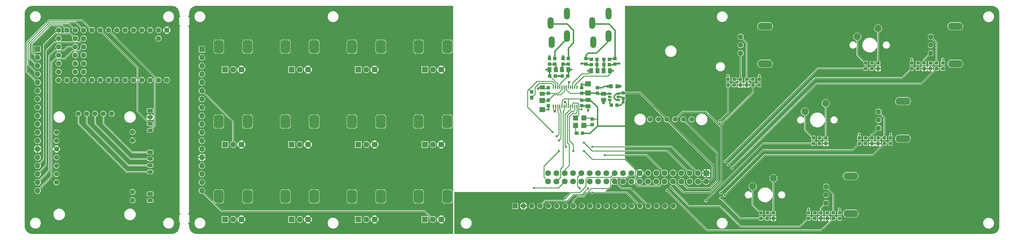
<source format=gbl>
%TF.GenerationSoftware,KiCad,Pcbnew,(6.0.8)*%
%TF.CreationDate,2022-10-17T00:12:51-07:00*%
%TF.ProjectId,norns-deck-210330,6e6f726e-732d-4646-9563-6b2d32313033,rev?*%
%TF.SameCoordinates,Original*%
%TF.FileFunction,Copper,L2,Bot*%
%TF.FilePolarity,Positive*%
%FSLAX46Y46*%
G04 Gerber Fmt 4.6, Leading zero omitted, Abs format (unit mm)*
G04 Created by KiCad (PCBNEW (6.0.8)) date 2022-10-17 00:12:51*
%MOMM*%
%LPD*%
G01*
G04 APERTURE LIST*
G04 Aperture macros list*
%AMRoundRect*
0 Rectangle with rounded corners*
0 $1 Rounding radius*
0 $2 $3 $4 $5 $6 $7 $8 $9 X,Y pos of 4 corners*
0 Add a 4 corners polygon primitive as box body*
4,1,4,$2,$3,$4,$5,$6,$7,$8,$9,$2,$3,0*
0 Add four circle primitives for the rounded corners*
1,1,$1+$1,$2,$3*
1,1,$1+$1,$4,$5*
1,1,$1+$1,$6,$7*
1,1,$1+$1,$8,$9*
0 Add four rect primitives between the rounded corners*
20,1,$1+$1,$2,$3,$4,$5,0*
20,1,$1+$1,$4,$5,$6,$7,0*
20,1,$1+$1,$6,$7,$8,$9,0*
20,1,$1+$1,$8,$9,$2,$3,0*%
%AMOutline5P*
0 Free polygon, 5 corners , with rotation*
0 The origin of the aperture is its center*
0 number of corners: always 5*
0 $1 to $10 corner X, Y*
0 $11 Rotation angle, in degrees counterclockwise*
0 create outline with 5 corners*
4,1,5,$1,$2,$3,$4,$5,$6,$7,$8,$9,$10,$1,$2,$11*%
%AMOutline6P*
0 Free polygon, 6 corners , with rotation*
0 The origin of the aperture is its center*
0 number of corners: always 6*
0 $1 to $12 corner X, Y*
0 $13 Rotation angle, in degrees counterclockwise*
0 create outline with 6 corners*
4,1,6,$1,$2,$3,$4,$5,$6,$7,$8,$9,$10,$11,$12,$1,$2,$13*%
%AMOutline7P*
0 Free polygon, 7 corners , with rotation*
0 The origin of the aperture is its center*
0 number of corners: always 7*
0 $1 to $14 corner X, Y*
0 $15 Rotation angle, in degrees counterclockwise*
0 create outline with 7 corners*
4,1,7,$1,$2,$3,$4,$5,$6,$7,$8,$9,$10,$11,$12,$13,$14,$1,$2,$15*%
%AMOutline8P*
0 Free polygon, 8 corners , with rotation*
0 The origin of the aperture is its center*
0 number of corners: always 8*
0 $1 to $16 corner X, Y*
0 $17 Rotation angle, in degrees counterclockwise*
0 create outline with 8 corners*
4,1,8,$1,$2,$3,$4,$5,$6,$7,$8,$9,$10,$11,$12,$13,$14,$15,$16,$1,$2,$17*%
G04 Aperture macros list end*
%TA.AperFunction,ComponentPad*%
%ADD10R,1.778000X1.778000*%
%TD*%
%TA.AperFunction,ComponentPad*%
%ADD11C,1.778000*%
%TD*%
%TA.AperFunction,ComponentPad*%
%ADD12Outline8P,-0.754000X0.377000X-0.377000X0.754000X0.377000X0.754000X0.754000X0.377000X0.754000X-0.377000X0.377000X-0.754000X-0.377000X-0.754000X-0.754000X-0.377000X270.000000*%
%TD*%
%TA.AperFunction,ComponentPad*%
%ADD13O,4.500000X2.250000*%
%TD*%
%TA.AperFunction,ComponentPad*%
%ADD14R,1.800000X1.800000*%
%TD*%
%TA.AperFunction,ComponentPad*%
%ADD15C,1.800000*%
%TD*%
%TA.AperFunction,ComponentPad*%
%ADD16RoundRect,0.750000X0.750000X-1.250000X0.750000X1.250000X-0.750000X1.250000X-0.750000X-1.250000X0*%
%TD*%
%TA.AperFunction,ComponentPad*%
%ADD17C,2.200000*%
%TD*%
%TA.AperFunction,ComponentPad*%
%ADD18R,1.500000X1.500000*%
%TD*%
%TA.AperFunction,ComponentPad*%
%ADD19Outline8P,-0.750000X0.310660X-0.310660X0.750000X0.310660X0.750000X0.750000X0.310660X0.750000X-0.310660X0.310660X-0.750000X-0.310660X-0.750000X-0.750000X-0.310660X0.000000*%
%TD*%
%TA.AperFunction,ComponentPad*%
%ADD20C,1.524000*%
%TD*%
%TA.AperFunction,ComponentPad*%
%ADD21R,1.700000X1.700000*%
%TD*%
%TA.AperFunction,ComponentPad*%
%ADD22O,1.700000X1.700000*%
%TD*%
%TA.AperFunction,ComponentPad*%
%ADD23O,1.800000X3.600000*%
%TD*%
%TA.AperFunction,SMDPad,CuDef*%
%ADD24R,1.000000X1.100000*%
%TD*%
%TA.AperFunction,SMDPad,CuDef*%
%ADD25R,1.100000X1.000000*%
%TD*%
%TA.AperFunction,SMDPad,CuDef*%
%ADD26R,1.800000X1.600000*%
%TD*%
%TA.AperFunction,ComponentPad*%
%ADD27RoundRect,0.250000X-0.625000X0.350000X-0.625000X-0.350000X0.625000X-0.350000X0.625000X0.350000X0*%
%TD*%
%TA.AperFunction,ComponentPad*%
%ADD28O,1.750000X1.200000*%
%TD*%
%TA.AperFunction,SMDPad,CuDef*%
%ADD29R,1.300000X1.500000*%
%TD*%
%TA.AperFunction,SMDPad,CuDef*%
%ADD30R,0.304800X0.990600*%
%TD*%
%TA.AperFunction,SMDPad,CuDef*%
%ADD31R,0.990000X0.690000*%
%TD*%
%TA.AperFunction,SMDPad,CuDef*%
%ADD32R,1.500000X1.300000*%
%TD*%
%TA.AperFunction,SMDPad,CuDef*%
%ADD33R,1.200000X1.300000*%
%TD*%
%TA.AperFunction,SMDPad,CuDef*%
%ADD34R,1.600000X1.500000*%
%TD*%
%TA.AperFunction,ComponentPad*%
%ADD35C,1.600000*%
%TD*%
%TA.AperFunction,ViaPad*%
%ADD36C,0.660400*%
%TD*%
%TA.AperFunction,ViaPad*%
%ADD37C,0.787400*%
%TD*%
%TA.AperFunction,ViaPad*%
%ADD38C,0.906400*%
%TD*%
%TA.AperFunction,Conductor*%
%ADD39C,0.406400*%
%TD*%
%TA.AperFunction,Conductor*%
%ADD40C,0.254000*%
%TD*%
%TA.AperFunction,Conductor*%
%ADD41C,0.250000*%
%TD*%
%TA.AperFunction,Conductor*%
%ADD42C,0.304800*%
%TD*%
%TA.AperFunction,Conductor*%
%ADD43C,0.200000*%
%TD*%
G04 APERTURE END LIST*
D10*
X254342200Y-163587800D03*
D11*
X254342200Y-166127800D03*
X251802200Y-163587800D03*
X251802200Y-166127800D03*
X249262200Y-163587800D03*
X249262200Y-166127800D03*
X246722200Y-163587800D03*
X246722200Y-166127800D03*
X244182200Y-163587800D03*
X244182200Y-166127800D03*
X241642200Y-163587800D03*
X241642200Y-166127800D03*
X239102200Y-163587800D03*
X239102200Y-166127800D03*
X236562200Y-163587800D03*
X236562200Y-166127800D03*
X234022200Y-163587800D03*
X234022200Y-166127800D03*
X231482200Y-163587800D03*
X231482200Y-166127800D03*
X228942200Y-163587800D03*
X228942200Y-166127800D03*
X226402200Y-163587800D03*
X226402200Y-166127800D03*
X223862200Y-163587800D03*
X223862200Y-166127800D03*
X221322200Y-163587800D03*
X221322200Y-166127800D03*
X218782200Y-163587800D03*
X218782200Y-166127800D03*
X216242200Y-163587800D03*
X216242200Y-166127800D03*
X213702200Y-163587800D03*
X213702200Y-166127800D03*
X211162200Y-163587800D03*
X211162200Y-166127800D03*
X208622200Y-163587800D03*
X208622200Y-166127800D03*
X206082200Y-163587800D03*
X206082200Y-166127800D03*
D12*
X290912200Y-167717800D03*
X290912200Y-172717800D03*
X290912200Y-170217800D03*
D13*
X298412200Y-164502800D03*
X298412200Y-175932800D03*
D14*
X107495200Y-154847800D03*
D15*
X109995200Y-154847800D03*
X112495200Y-154847800D03*
D16*
X105595200Y-147847800D03*
X114395200Y-147847800D03*
D14*
X148135200Y-177707800D03*
D15*
X150635200Y-177707800D03*
X153135200Y-177707800D03*
D16*
X155035200Y-170707800D03*
X146235200Y-170707800D03*
D14*
X107495200Y-131987800D03*
D15*
X109995200Y-131987800D03*
X112495200Y-131987800D03*
D16*
X105595200Y-124987800D03*
X114395200Y-124987800D03*
D17*
X306752200Y-119417800D03*
X300402200Y-121957800D03*
D14*
X148135200Y-154847800D03*
D15*
X150635200Y-154847800D03*
X153135200Y-154847800D03*
D16*
X155035200Y-147847800D03*
X146235200Y-147847800D03*
D14*
X107495200Y-177707800D03*
D15*
X109995200Y-177707800D03*
X112495200Y-177707800D03*
D16*
X105595200Y-170707800D03*
X114395200Y-170707800D03*
D12*
X264792200Y-121997800D03*
X264792200Y-126997800D03*
X264792200Y-124497800D03*
D13*
X272292200Y-118782800D03*
X272292200Y-130212800D03*
D14*
X168455200Y-177707800D03*
D15*
X170955200Y-177707800D03*
X173455200Y-177707800D03*
D16*
X175355200Y-170707800D03*
X166555200Y-170707800D03*
D14*
X127815200Y-131987800D03*
D15*
X130315200Y-131987800D03*
X132815200Y-131987800D03*
D16*
X134715200Y-124987800D03*
X125915200Y-124987800D03*
D14*
X127815200Y-177707800D03*
D15*
X130315200Y-177707800D03*
X132815200Y-177707800D03*
D16*
X134715200Y-170707800D03*
X125915200Y-170707800D03*
D18*
X196037200Y-173612800D03*
D19*
X198577200Y-173612800D03*
X201117200Y-173612800D03*
X203657200Y-173612800D03*
X206197200Y-173612800D03*
X208737200Y-173612800D03*
X211277200Y-173612800D03*
X213817200Y-173612800D03*
X216357200Y-173612800D03*
X218897200Y-173612800D03*
X221437200Y-173612800D03*
X223977200Y-173612800D03*
X226517200Y-173612800D03*
X229057200Y-173612800D03*
X231597200Y-173612800D03*
X234137200Y-173612800D03*
X236677200Y-173612800D03*
X239217200Y-173612800D03*
X241757200Y-173612800D03*
X244297200Y-173612800D03*
D14*
X168455200Y-154847800D03*
D15*
X170955200Y-154847800D03*
X173455200Y-154847800D03*
D16*
X175355200Y-147847800D03*
X166555200Y-147847800D03*
D12*
X306872200Y-144857800D03*
X306872200Y-149857800D03*
X306872200Y-147357800D03*
D13*
X314372200Y-141642800D03*
X314372200Y-153072800D03*
D17*
X274832200Y-165137800D03*
X268482200Y-167677800D03*
D20*
X237192800Y-147199800D03*
X239732800Y-147199800D03*
X242272800Y-147199800D03*
X244812800Y-147199800D03*
X247352800Y-147199800D03*
X249892800Y-147199800D03*
D21*
X50320200Y-125757800D03*
D22*
X50320200Y-128297800D03*
X50320200Y-130837800D03*
X50320200Y-133377800D03*
X50320200Y-135917800D03*
X50320200Y-138457800D03*
X50320200Y-140997800D03*
X50320200Y-143537800D03*
X50320200Y-146077800D03*
X50320200Y-148617800D03*
X50320200Y-151157800D03*
X50320200Y-153697800D03*
X50320200Y-156237800D03*
X50320200Y-158777800D03*
X50320200Y-161317800D03*
X50320200Y-163857800D03*
X50320200Y-166397800D03*
X50320200Y-168937800D03*
D17*
X290792200Y-142277800D03*
X284442200Y-144817800D03*
D14*
X127815200Y-154847800D03*
D15*
X130315200Y-154847800D03*
X132815200Y-154847800D03*
D16*
X125915200Y-147847800D03*
X134715200Y-147847800D03*
D14*
X148135200Y-131987800D03*
D15*
X150635200Y-131987800D03*
X153135200Y-131987800D03*
D16*
X155035200Y-124987800D03*
X146235200Y-124987800D03*
D12*
X322832200Y-121997800D03*
X322832200Y-126997800D03*
X322832200Y-124497800D03*
D13*
X330332200Y-118782800D03*
X330332200Y-130212800D03*
D14*
X168455200Y-131987800D03*
D15*
X170955200Y-131987800D03*
X173455200Y-131987800D03*
D16*
X166555200Y-124987800D03*
X175355200Y-124987800D03*
D23*
X206872200Y-117797800D03*
X211872200Y-114897800D03*
X207172200Y-123597800D03*
X211872200Y-121797800D03*
D24*
X301037200Y-154557800D03*
X301037200Y-152857800D03*
D25*
X210642200Y-130352800D03*
X210642200Y-128652800D03*
D24*
X221017200Y-130455300D03*
X219317200Y-130455300D03*
D25*
X288887200Y-152857800D03*
X288887200Y-154557800D03*
X293136200Y-175717800D03*
X293136200Y-177417800D03*
X219532200Y-147067800D03*
X219532200Y-148767800D03*
D24*
X316997200Y-131697800D03*
X316997200Y-129997800D03*
D25*
X318902200Y-129997800D03*
X318902200Y-131697800D03*
D21*
X100470200Y-125757800D03*
D22*
X100470200Y-128297800D03*
X100470200Y-130837800D03*
X100470200Y-133377800D03*
X100470200Y-135917800D03*
X100470200Y-138457800D03*
X100470200Y-140997800D03*
X100470200Y-143537800D03*
X100470200Y-146077800D03*
X100470200Y-148617800D03*
X100470200Y-151157800D03*
X100470200Y-153697800D03*
X100470200Y-156237800D03*
X100470200Y-158777800D03*
X100470200Y-161317800D03*
X100470200Y-163857800D03*
X100470200Y-166397800D03*
X100470200Y-168937800D03*
D24*
X216357200Y-139242800D03*
X216357200Y-137542800D03*
X270507200Y-136697800D03*
X270507200Y-134997800D03*
D25*
X289326200Y-175717800D03*
X289326200Y-177417800D03*
X272927200Y-175717800D03*
X272927200Y-177417800D03*
D26*
X218262200Y-139157800D03*
X218262200Y-136357800D03*
D25*
X287421200Y-175717800D03*
X287421200Y-177417800D03*
X302942200Y-152857800D03*
X302942200Y-154557800D03*
X320807200Y-129997800D03*
X320807200Y-131697800D03*
X266697200Y-134997800D03*
X266697200Y-136697800D03*
D27*
X84666200Y-157236200D03*
D28*
X84666200Y-159236200D03*
X84666200Y-161236200D03*
X84666200Y-163236200D03*
D24*
X206197200Y-141352800D03*
X206197200Y-143052800D03*
D25*
X291231200Y-175717800D03*
X291231200Y-177417800D03*
D29*
X212227200Y-132042800D03*
X210327200Y-132042800D03*
X219217200Y-132360300D03*
X221117200Y-132360300D03*
D25*
X264792200Y-134997800D03*
X264792200Y-136697800D03*
X308657200Y-152857800D03*
X308657200Y-154557800D03*
D24*
X216357200Y-141352800D03*
X216357200Y-143052800D03*
D30*
X214852200Y-143215600D03*
X214202200Y-143215600D03*
X213552200Y-143215600D03*
X212902200Y-143215600D03*
X212252200Y-143215600D03*
X211602200Y-143215600D03*
X210952200Y-143215600D03*
X210302200Y-143215600D03*
X209652200Y-143215600D03*
X209002200Y-143215600D03*
X208352200Y-143215600D03*
X207702200Y-143215600D03*
X207702200Y-137380000D03*
X208352200Y-137380000D03*
X209002200Y-137380000D03*
X209652200Y-137380000D03*
X210302200Y-137380000D03*
X210952200Y-137380000D03*
X211602200Y-137380000D03*
X212252200Y-137380000D03*
X212902200Y-137380000D03*
X213552200Y-137380000D03*
X214202200Y-137380000D03*
X214852200Y-137380000D03*
D26*
X204292200Y-141437800D03*
X204292200Y-144237800D03*
D25*
X268602200Y-134997800D03*
X268602200Y-136697800D03*
X306752200Y-131697800D03*
X306752200Y-129997800D03*
X306752200Y-152857800D03*
X306752200Y-154557800D03*
X212127200Y-133947800D03*
X210427200Y-133947800D03*
X262887200Y-134997800D03*
X262887200Y-136697800D03*
D24*
X226517200Y-128652800D03*
X226517200Y-130352800D03*
X295041200Y-177417800D03*
X295041200Y-175717800D03*
D29*
X224927200Y-132360300D03*
X223027200Y-132360300D03*
D31*
X227499700Y-139347800D03*
X227499700Y-140297800D03*
X227499700Y-141247800D03*
X224899700Y-141247800D03*
X224899700Y-140297800D03*
X224899700Y-139347800D03*
D24*
X221119700Y-139242800D03*
X221119700Y-137542800D03*
X217627200Y-128652800D03*
X217627200Y-130352800D03*
X302942200Y-131697800D03*
X302942200Y-129997800D03*
X223127200Y-128867800D03*
X224827200Y-128867800D03*
X221017200Y-128867800D03*
X219317200Y-128867800D03*
X310562200Y-154557800D03*
X310562200Y-152857800D03*
X286982200Y-154557800D03*
X286982200Y-152857800D03*
D25*
X322712200Y-129997800D03*
X322712200Y-131697800D03*
X304847200Y-129997800D03*
X304847200Y-131697800D03*
X290792200Y-154557800D03*
X290792200Y-152857800D03*
D24*
X223127200Y-130455300D03*
X224827200Y-130455300D03*
X229057200Y-139130300D03*
X229057200Y-140830300D03*
D25*
X208102200Y-130352800D03*
X208102200Y-128652800D03*
D24*
X271022200Y-177417800D03*
X271022200Y-175717800D03*
D32*
X218262200Y-141252800D03*
X218262200Y-143152800D03*
D23*
X219572200Y-117797800D03*
X224572200Y-114897800D03*
X219872200Y-123597800D03*
X224572200Y-121797800D03*
D32*
X204292200Y-139342800D03*
X204292200Y-137442800D03*
D25*
X324617200Y-129997800D03*
X324617200Y-131697800D03*
X225349700Y-142837800D03*
X227049700Y-142837800D03*
D24*
X260982200Y-136697800D03*
X260982200Y-134997800D03*
D25*
X304847200Y-152857800D03*
X304847200Y-154557800D03*
X201117200Y-138812800D03*
X201117200Y-140512800D03*
D20*
X72921000Y-145468200D03*
X70381000Y-145468200D03*
X67841000Y-145468200D03*
X65301000Y-145468200D03*
X62761000Y-145468200D03*
X56106200Y-151157800D03*
X56106200Y-153697800D03*
X56106200Y-156237800D03*
X56106200Y-158777800D03*
X56106200Y-161317800D03*
X56106200Y-163857800D03*
X56106200Y-166397800D03*
X79271000Y-171884200D03*
X79271000Y-169344200D03*
X79271000Y-153596200D03*
X79271000Y-151056200D03*
D27*
X84666200Y-169936200D03*
D28*
X84666200Y-171936200D03*
D33*
X225183700Y-137122800D03*
X227215700Y-137122800D03*
D25*
X206514700Y-130352800D03*
X206514700Y-128652800D03*
X216572200Y-151410300D03*
X214872200Y-151410300D03*
D27*
X84666200Y-144536200D03*
D28*
X84666200Y-146536200D03*
X84666200Y-148536200D03*
X84666200Y-150536200D03*
D32*
X223024700Y-139347800D03*
X223024700Y-141247800D03*
D25*
X274832200Y-177417800D03*
X274832200Y-175717800D03*
D24*
X326522200Y-131697800D03*
X326522200Y-129997800D03*
D29*
X206517200Y-132042800D03*
X208417200Y-132042800D03*
D34*
X216972200Y-149067800D03*
X214472200Y-149067800D03*
X214472200Y-146767800D03*
X216972200Y-146767800D03*
D25*
X206617200Y-133947800D03*
X208317200Y-133947800D03*
D35*
X89759962Y-135207800D03*
X87219962Y-135207800D03*
X84679962Y-135207800D03*
X82139962Y-135207800D03*
X79599962Y-135207800D03*
X77059962Y-135207800D03*
X74519962Y-135207800D03*
X71979962Y-135207800D03*
X69439962Y-135207800D03*
X66899962Y-135207800D03*
X64359962Y-135207800D03*
X61819962Y-135207800D03*
X59279962Y-135207800D03*
X56739962Y-135207800D03*
X56739962Y-132667800D03*
X56739962Y-130127800D03*
X56739962Y-127587800D03*
X56739962Y-125047800D03*
X56739962Y-122507800D03*
X56739962Y-119967800D03*
X59279962Y-119967800D03*
X61819962Y-119967800D03*
X64359962Y-119967800D03*
X66899962Y-119967800D03*
X69439962Y-119967800D03*
X71979962Y-119967800D03*
X74519962Y-119967800D03*
X77059962Y-119967800D03*
X79599962Y-119967800D03*
X82139962Y-119967800D03*
X84679962Y-119967800D03*
X87219962Y-119967800D03*
X89759962Y-119967800D03*
X87219962Y-122507800D03*
X61819962Y-122507800D03*
X64359962Y-122507800D03*
X61819962Y-125047800D03*
X64359962Y-125047800D03*
X61819962Y-127587800D03*
X64359962Y-127587800D03*
X61819962Y-130127800D03*
X64359962Y-130127800D03*
X61819962Y-132667800D03*
X64359962Y-132667800D03*
D25*
X212229700Y-130352800D03*
X212229700Y-128652800D03*
D24*
X285516200Y-177417800D03*
X285516200Y-175717800D03*
X206197200Y-139242800D03*
X206197200Y-137542800D03*
D36*
X211594700Y-155537800D03*
X216992200Y-156807800D03*
D37*
X218262200Y-144425300D03*
X201117200Y-140932800D03*
D38*
X223024700Y-142202800D03*
D37*
X211277200Y-141885300D03*
D38*
X229057200Y-141885300D03*
X228104700Y-137122800D03*
D36*
X316997200Y-128847800D03*
X260982200Y-133847800D03*
D37*
X214472200Y-151410300D03*
D36*
X326522200Y-128847800D03*
X270507200Y-133847800D03*
X301037200Y-151707800D03*
X310562200Y-151707800D03*
X285516200Y-174567800D03*
D37*
X208102200Y-144742800D03*
D36*
X295041200Y-174567800D03*
X209372200Y-153632800D03*
X219532200Y-155537800D03*
X213182200Y-132042800D03*
X205562200Y-132042800D03*
D37*
X212547200Y-135852800D03*
X209372200Y-133947800D03*
X203022200Y-137757800D03*
X206514700Y-127915300D03*
X216357200Y-130137800D03*
X227787200Y-130137800D03*
X216357200Y-136487800D03*
D38*
X224294700Y-137122800D03*
D37*
X210642200Y-127915300D03*
X206197200Y-144107800D03*
D36*
X225882200Y-132360300D03*
X218262200Y-132360300D03*
X216357200Y-144107800D03*
X207467200Y-151092800D03*
X223342200Y-158077800D03*
X213817200Y-156807800D03*
X209372200Y-156807800D03*
X208737200Y-152362800D03*
X216992200Y-154267800D03*
X262128000Y-162052000D03*
X261112000Y-161036000D03*
X258782800Y-169507800D03*
X259900400Y-170371400D03*
X243517400Y-167907600D03*
X242399800Y-168822000D03*
X260096000Y-160020000D03*
X254236200Y-172022400D03*
X258782800Y-171235000D03*
X215722200Y-168237800D03*
X219532200Y-169507800D03*
X218262200Y-168237800D03*
X211277200Y-171285800D03*
X259163800Y-148425800D03*
X258401800Y-147714600D03*
X201759800Y-168085400D03*
D39*
X221119700Y-149187800D02*
X230467800Y-149187800D01*
X230467800Y-149187800D02*
X232308400Y-151028400D01*
X232308400Y-151028400D02*
X241782800Y-151028400D01*
X241782800Y-151028400D02*
X254342200Y-163587800D01*
D40*
X242399800Y-168822000D02*
X254603600Y-181025800D01*
X254603600Y-181025800D02*
X289528200Y-181025800D01*
X289528200Y-181025800D02*
X293136200Y-177417800D01*
X243517400Y-167907600D02*
X249320400Y-173710600D01*
X249320400Y-173710600D02*
X258724400Y-173710600D01*
X258724400Y-173710600D02*
X264922000Y-179908200D01*
X264922000Y-179908200D02*
X283025800Y-179908200D01*
X283025800Y-179908200D02*
X285516200Y-177417800D01*
X258782800Y-171235000D02*
X264965600Y-177417800D01*
X264965600Y-177417800D02*
X271022200Y-177417800D01*
D41*
X290792200Y-142277800D02*
X290792200Y-152857800D01*
D40*
X274832200Y-175717800D02*
X272927200Y-175717800D01*
X274832200Y-175717800D02*
X274832200Y-165137800D01*
X290792200Y-152857800D02*
X288887200Y-152857800D01*
X211912200Y-146012800D02*
X211912200Y-154267800D01*
X214202200Y-144357800D02*
X213817200Y-144742800D01*
X211912200Y-154267800D02*
X212547200Y-154902800D01*
X211162200Y-163587800D02*
X211162200Y-162637800D01*
X214202200Y-143215600D02*
X214202200Y-144357800D01*
X213817200Y-144742800D02*
X213182200Y-144742800D01*
X212547200Y-154902800D02*
X212547200Y-161252800D01*
X213182200Y-144742800D02*
X211912200Y-146012800D01*
X211162200Y-162637800D02*
X212547200Y-161252800D01*
X233502200Y-167602800D02*
X240167200Y-167602800D01*
X219532200Y-159347800D02*
X229533450Y-159347800D01*
X212902200Y-143215600D02*
X212902200Y-144070300D01*
X232708450Y-166809050D02*
X233502200Y-167602800D01*
X229533450Y-159347800D02*
X232708450Y-162522800D01*
X240167200Y-167602800D02*
X241642200Y-166127800D01*
X216992200Y-156807800D02*
X219532200Y-159347800D01*
X211277200Y-145695300D02*
X211277200Y-155220300D01*
X232708450Y-162522800D02*
X232708450Y-166809050D01*
X212902200Y-144070300D02*
X211277200Y-145695300D01*
X211277200Y-155220300D02*
X211594700Y-155537800D01*
D39*
X221119700Y-149187800D02*
X221119700Y-143472800D01*
D40*
X210302200Y-143215600D02*
X210302200Y-141590300D01*
X215937200Y-140932800D02*
X216357200Y-141352800D01*
X253025950Y-164904050D02*
X254342200Y-163587800D01*
X234022200Y-163587800D02*
X235338450Y-164904050D01*
X212252200Y-140932800D02*
X215937200Y-140932800D01*
D39*
X218899700Y-141252800D02*
X218262200Y-141252800D01*
X218162200Y-141352800D02*
X218262200Y-141252800D01*
X216572200Y-151410300D02*
X218897200Y-151410300D01*
D40*
X219232200Y-146767800D02*
X219532200Y-147067800D01*
D39*
X218897200Y-151410300D02*
X221119700Y-149187800D01*
D40*
X219532200Y-147067800D02*
X221119700Y-147067800D01*
X210959700Y-140932800D02*
X212252200Y-140932800D01*
D39*
X216357200Y-141352800D02*
X218162200Y-141352800D01*
D40*
X210302200Y-141590300D02*
X210959700Y-140932800D01*
D39*
X221119700Y-143472800D02*
X218899700Y-141252800D01*
D40*
X216972200Y-146767800D02*
X219232200Y-146767800D01*
X235338450Y-164904050D02*
X253025950Y-164904050D01*
X212252200Y-143215600D02*
X212252200Y-140932800D01*
X207702200Y-143215600D02*
X207702200Y-144342800D01*
D39*
X218162200Y-143052800D02*
X218262200Y-143152800D01*
D41*
X310562200Y-152857800D02*
X310562200Y-151707800D01*
D39*
X227499700Y-140297800D02*
X228524700Y-140297800D01*
D40*
X211602200Y-142210300D02*
X211277200Y-141885300D01*
X211602200Y-143215600D02*
X211602200Y-142210300D01*
D39*
X227049700Y-142837800D02*
X228104700Y-142837800D01*
D40*
X201117200Y-140512800D02*
X201117200Y-140932800D01*
X285516200Y-174567800D02*
X285516200Y-175717800D01*
X202069700Y-139560300D02*
X202069700Y-137440300D01*
X207149700Y-136170300D02*
X207702200Y-136722800D01*
X201117200Y-140512800D02*
X202069700Y-139560300D01*
D39*
X229057200Y-140830300D02*
X229057200Y-141885300D01*
D40*
X301037200Y-151707800D02*
X301037200Y-152857800D01*
D41*
X268482200Y-173177800D02*
X271022200Y-175717800D01*
D40*
X218262200Y-143152800D02*
X218262200Y-144425300D01*
X302942200Y-129997800D02*
X300402200Y-127457800D01*
D39*
X216357200Y-143052800D02*
X218162200Y-143052800D01*
D40*
X214472200Y-151390300D02*
X214472200Y-149067800D01*
X295041200Y-174567800D02*
X295041200Y-175717800D01*
X207702200Y-144342800D02*
X208102200Y-144742800D01*
X316997200Y-128847800D02*
X316997200Y-129997800D01*
X208352200Y-143215600D02*
X208352200Y-144492800D01*
D39*
X228104700Y-142837800D02*
X229057200Y-141885300D01*
D40*
X300402200Y-127457800D02*
X300402200Y-121957800D01*
D39*
X228524700Y-140297800D02*
X229057200Y-140830300D01*
X227215700Y-137122800D02*
X228104700Y-137122800D01*
D41*
X268482200Y-167677800D02*
X268482200Y-173177800D01*
X286982200Y-152857800D02*
X284442200Y-150317800D01*
D40*
X270507200Y-133847800D02*
X270507200Y-134997800D01*
X207702200Y-136722800D02*
X207702200Y-137380000D01*
X208352200Y-144492800D02*
X208102200Y-144742800D01*
X214872200Y-151410300D02*
X214472200Y-151410300D01*
X202069700Y-137440300D02*
X203339700Y-136170300D01*
D39*
X223024700Y-141247800D02*
X223024700Y-142202800D01*
D40*
X203339700Y-136170300D02*
X207149700Y-136170300D01*
X260982200Y-133847800D02*
X260982200Y-134997800D01*
X326522200Y-128847800D02*
X326522200Y-129997800D01*
D41*
X284442200Y-150317800D02*
X284442200Y-144817800D01*
D40*
X243752200Y-155537800D02*
X219532200Y-155537800D01*
X209652200Y-143215600D02*
X209652200Y-144387800D01*
X210007200Y-152997800D02*
X209372200Y-153632800D01*
X209652200Y-144387800D02*
X210007200Y-144742800D01*
X210007200Y-144742800D02*
X210007200Y-152997800D01*
X251802200Y-163587800D02*
X243752200Y-155537800D01*
X219232200Y-149067800D02*
X219532200Y-148767800D01*
X216972200Y-149067800D02*
X219232200Y-149067800D01*
X209652200Y-136422800D02*
X212127200Y-133947800D01*
D39*
X212227200Y-132042800D02*
X212227200Y-133847800D01*
D40*
X209652200Y-137380000D02*
X209652200Y-136422800D01*
X212227200Y-132042800D02*
X213182200Y-132042800D01*
D39*
X212227200Y-133847800D02*
X212127200Y-133947800D01*
D40*
X209002200Y-137380000D02*
X209002200Y-136332800D01*
X206517200Y-132042800D02*
X205562200Y-132042800D01*
X209002200Y-136332800D02*
X206617200Y-133947800D01*
D39*
X206517200Y-132042800D02*
X206517200Y-133847800D01*
X206517200Y-133847800D02*
X206617200Y-133947800D01*
X210427200Y-133947800D02*
X209372200Y-133947800D01*
X221119700Y-137542800D02*
X222604700Y-137542800D01*
D40*
X204607200Y-137757800D02*
X204292200Y-137442800D01*
D39*
X209372200Y-133947800D02*
X208317200Y-133947800D01*
X225183700Y-137122800D02*
X224294700Y-137122800D01*
D40*
X203337200Y-137442800D02*
X204292200Y-137442800D01*
D39*
X217412200Y-130137800D02*
X217627200Y-130352800D01*
D40*
X212252200Y-136147800D02*
X212547200Y-135852800D01*
D39*
X224827200Y-130455300D02*
X226414700Y-130455300D01*
X216357200Y-136487800D02*
X218262200Y-136487800D01*
X227787200Y-130137800D02*
X226732200Y-130137800D01*
X216357200Y-137542800D02*
X216357200Y-136487800D01*
X210642200Y-128652800D02*
X210642200Y-127915300D01*
D40*
X206197200Y-143052800D02*
X206197200Y-144107800D01*
D39*
X224294700Y-137122800D02*
X223024700Y-137122800D01*
D40*
X203022200Y-137757800D02*
X203337200Y-137442800D01*
D39*
X217729700Y-130455300D02*
X217627200Y-130352800D01*
D40*
X205982200Y-137757800D02*
X206197200Y-137542800D01*
D39*
X226732200Y-130137800D02*
X226517200Y-130352800D01*
D40*
X206067200Y-144237800D02*
X206197200Y-144107800D01*
D39*
X219317200Y-130455300D02*
X217729700Y-130455300D01*
X226414700Y-130455300D02*
X226517200Y-130352800D01*
D40*
X204292200Y-144237800D02*
X206067200Y-144237800D01*
X212252200Y-137380000D02*
X212252200Y-136147800D01*
D39*
X223024700Y-137122800D02*
X222604700Y-137542800D01*
X216357200Y-130137800D02*
X217412200Y-130137800D01*
X206514700Y-128652800D02*
X206514700Y-127915300D01*
D40*
X205982200Y-137757800D02*
X204607200Y-137757800D01*
X224927200Y-132360300D02*
X225882200Y-132360300D01*
X214202200Y-136737800D02*
X216992200Y-133947800D01*
X224294700Y-133947800D02*
X224929700Y-133312800D01*
X214202200Y-137380000D02*
X214202200Y-136737800D01*
X224929700Y-133312800D02*
X224929700Y-132362800D01*
X216992200Y-133947800D02*
X224294700Y-133947800D01*
X213552200Y-136117800D02*
X216357200Y-133312800D01*
X213552200Y-137380000D02*
X213552200Y-136117800D01*
X219217200Y-132360300D02*
X218262200Y-132360300D01*
X218264700Y-133312800D02*
X219217200Y-132360300D01*
X216357200Y-133312800D02*
X218264700Y-133312800D01*
D39*
X227717200Y-139130300D02*
X229057200Y-139130300D01*
X255297200Y-166127800D02*
X254342200Y-166127800D01*
X226832200Y-139347800D02*
X226199700Y-139980300D01*
X227499700Y-139347800D02*
X226832200Y-139347800D01*
X256362200Y-165062800D02*
X255297200Y-166127800D01*
X256362200Y-161289200D02*
X256362200Y-165062800D01*
X226832200Y-141247800D02*
X227499700Y-141247800D01*
X226199700Y-140615300D02*
X226832200Y-141247800D01*
X242272800Y-147199800D02*
X234203300Y-139130300D01*
X227499700Y-139347800D02*
X227717200Y-139130300D01*
X251802200Y-166127800D02*
X254342200Y-166127800D01*
X234203300Y-139130300D02*
X229057200Y-139130300D01*
X242272800Y-147199800D02*
X256362200Y-161289200D01*
X226199700Y-139980300D02*
X226199700Y-140615300D01*
D40*
X215404700Y-145835300D02*
X214472200Y-146767800D01*
X213552200Y-142467800D02*
X213817200Y-142202800D01*
X213552200Y-143215600D02*
X213552200Y-142467800D01*
X215404700Y-142520300D02*
X215404700Y-144107800D01*
X213817200Y-142202800D02*
X215087200Y-142202800D01*
X215404700Y-144107800D02*
X215404700Y-145835300D01*
X215087200Y-142202800D02*
X215404700Y-142520300D01*
X216357200Y-144107800D02*
X215404700Y-144107800D01*
X236132200Y-158077800D02*
X241642200Y-163587800D01*
X201117200Y-138812800D02*
X200902200Y-138812800D01*
X223342200Y-158077800D02*
X236132200Y-158077800D01*
X208352200Y-137380000D02*
X208352200Y-136420300D01*
X200164700Y-138075300D02*
X199847200Y-138392800D01*
X207467200Y-135535300D02*
X202704700Y-135535300D01*
X199847200Y-143472800D02*
X207467200Y-151092800D01*
X200902200Y-138812800D02*
X200164700Y-138075300D01*
X202704700Y-135535300D02*
X200164700Y-138075300D01*
X199847200Y-138392800D02*
X199847200Y-143472800D01*
X208352200Y-136420300D02*
X207467200Y-135535300D01*
X209848450Y-164901550D02*
X208622200Y-166127800D01*
X210952200Y-143215600D02*
X210952200Y-144417800D01*
X210952200Y-144417800D02*
X210642200Y-144742800D01*
X209848450Y-162364050D02*
X209848450Y-164901550D01*
X210642200Y-161570300D02*
X209848450Y-162364050D01*
X210642200Y-144742800D02*
X210642200Y-161570300D01*
X214852200Y-143215600D02*
X214852200Y-144977800D01*
X213817200Y-154902800D02*
X213817200Y-156807800D01*
X213499700Y-145377800D02*
X212547200Y-146330300D01*
X212547200Y-153632800D02*
X213817200Y-154902800D01*
X206082200Y-166127800D02*
X204768450Y-164814050D01*
X214852200Y-144977800D02*
X214452200Y-145377800D01*
X204768450Y-161411550D02*
X209372200Y-156807800D01*
X212547200Y-146330300D02*
X212547200Y-153632800D01*
X214452200Y-145377800D02*
X213499700Y-145377800D01*
X204768450Y-164814050D02*
X204768450Y-161411550D01*
X242482200Y-156807800D02*
X219532200Y-156807800D01*
X209002200Y-145007800D02*
X209372200Y-145377800D01*
X249262200Y-163587800D02*
X242482200Y-156807800D01*
X219532200Y-156807800D02*
X216992200Y-154267800D01*
X209372200Y-145377800D02*
X209372200Y-151727800D01*
X209372200Y-151727800D02*
X208737200Y-152362800D01*
X209002200Y-143215600D02*
X209002200Y-145007800D01*
D42*
X248832200Y-168237800D02*
X246722200Y-166127800D01*
X255303000Y-168237800D02*
X248832200Y-168237800D01*
X257632200Y-157479200D02*
X257632200Y-165908600D01*
X257632200Y-165908600D02*
X255303000Y-168237800D01*
X247352800Y-147199800D02*
X257632200Y-157479200D01*
X254279400Y-144932400D02*
X258909800Y-149562800D01*
X247080200Y-144932400D02*
X254279400Y-144932400D01*
X255430000Y-169507800D02*
X247562200Y-169507800D01*
X258909800Y-149562800D02*
X258909800Y-166028000D01*
X258909800Y-166028000D02*
X255430000Y-169507800D01*
X247562200Y-169507800D02*
X244182200Y-166127800D01*
X244812800Y-147199800D02*
X247080200Y-144932400D01*
X320807200Y-129997800D02*
X318902200Y-129997800D01*
D40*
X320807200Y-129997800D02*
X320807200Y-129022800D01*
X320807200Y-129022800D02*
X322832200Y-126997800D01*
X324617200Y-129997800D02*
X324617200Y-123782800D01*
X324617200Y-129997800D02*
X322712200Y-129997800D01*
X324617200Y-123782800D02*
X322832200Y-121997800D01*
X324617200Y-131697800D02*
X326522200Y-131697800D01*
X262128000Y-162052000D02*
X287819200Y-136360800D01*
X319954200Y-136360800D02*
X324617200Y-131697800D01*
X287819200Y-136360800D02*
X319954200Y-136360800D01*
X261112000Y-161036000D02*
X287616000Y-134532000D01*
X316997200Y-131697800D02*
X318902200Y-131697800D01*
X287616000Y-134532000D02*
X314163000Y-134532000D01*
X314163000Y-134532000D02*
X316997200Y-131697800D01*
X258782800Y-169507800D02*
X258782800Y-169500200D01*
X258782800Y-169500200D02*
X271729200Y-156553800D01*
X299041200Y-156553800D02*
X301037200Y-154557800D01*
X302942200Y-154557800D02*
X301037200Y-154557800D01*
X271729200Y-156553800D02*
X299041200Y-156553800D01*
X259925800Y-170371400D02*
X272219400Y-158077800D01*
D41*
X310562200Y-154557800D02*
X308657200Y-154557800D01*
D40*
X259900400Y-170371400D02*
X259925800Y-170371400D01*
X272219400Y-158077800D02*
X305137200Y-158077800D01*
X305137200Y-158077800D02*
X308657200Y-154557800D01*
X287421200Y-177417800D02*
X285516200Y-177417800D01*
X295041200Y-177417800D02*
X293136200Y-177417800D01*
X288418200Y-131697800D02*
X302942200Y-131697800D01*
X302942200Y-131697800D02*
X304847200Y-131697800D01*
X260096000Y-160020000D02*
X288418200Y-131697800D01*
X271700800Y-154557800D02*
X286982200Y-154557800D01*
X286982200Y-154557800D02*
X288887200Y-154557800D01*
X254236200Y-172022400D02*
X271700800Y-154557800D01*
X271022200Y-177417800D02*
X272927200Y-177417800D01*
X215023700Y-164806300D02*
X215023700Y-167539300D01*
X215023700Y-167539300D02*
X215722200Y-168237800D01*
X216242200Y-163587800D02*
X215023700Y-164806300D01*
X230032200Y-169507800D02*
X219532200Y-169507800D01*
X234137200Y-173612800D02*
X230032200Y-169507800D01*
X218262200Y-168237800D02*
X216357200Y-170142800D01*
X211912200Y-172047800D02*
X205222200Y-172047800D01*
X205222200Y-172047800D02*
X203657200Y-173612800D01*
X213817200Y-170142800D02*
X211912200Y-172047800D01*
X216357200Y-170142800D02*
X213817200Y-170142800D01*
X228512200Y-168237800D02*
X231302200Y-168237800D01*
X231302200Y-168237800D02*
X236677200Y-173612800D01*
X226402200Y-166127800D02*
X228512200Y-168237800D01*
X217563700Y-167666300D02*
X215722200Y-169507800D01*
X225117700Y-164872300D02*
X218135200Y-164872300D01*
X226402200Y-163587800D02*
X225117700Y-164872300D01*
X218135200Y-164872300D02*
X217563700Y-165443800D01*
X213055200Y-169507800D02*
X211277200Y-171285800D01*
X217563700Y-165443800D02*
X217563700Y-167666300D01*
X215722200Y-169507800D02*
X213055200Y-169507800D01*
X216992200Y-170777800D02*
X215087200Y-170777800D01*
X225120200Y-167729800D02*
X224612200Y-168237800D01*
X225120200Y-165697800D02*
X225120200Y-167729800D01*
X225882200Y-164935800D02*
X225120200Y-165697800D01*
X224612200Y-168237800D02*
X219192200Y-168237800D01*
X215087200Y-170777800D02*
X213817200Y-172047800D01*
X219192200Y-168237800D02*
X216992200Y-170777800D01*
X231482200Y-163587800D02*
X230134200Y-164935800D01*
X213817200Y-172047800D02*
X213817200Y-173612800D01*
X230134200Y-164935800D02*
X225882200Y-164935800D01*
X306752200Y-129997800D02*
X306752200Y-119417800D01*
X306752200Y-129997800D02*
X304847200Y-129997800D01*
D39*
X224899700Y-141247800D02*
X224899700Y-142387800D01*
X224899700Y-142387800D02*
X225349700Y-142837800D01*
X216442200Y-139157800D02*
X218262200Y-139157800D01*
D40*
X212762200Y-139242800D02*
X211602200Y-138082800D01*
D39*
X216357200Y-139242800D02*
X216442200Y-139157800D01*
X224899700Y-139347800D02*
X223024700Y-139347800D01*
X223024700Y-139347800D02*
X221224700Y-139347800D01*
X221224700Y-139347800D02*
X221119700Y-139242800D01*
D40*
X211602200Y-137380000D02*
X211602200Y-138082800D01*
D39*
X221119700Y-139242800D02*
X221034700Y-139157800D01*
X221034700Y-139157800D02*
X218262200Y-139157800D01*
D40*
X216357200Y-139242800D02*
X212762200Y-139242800D01*
X206197200Y-139242800D02*
X204392200Y-139242800D01*
X210302200Y-138097800D02*
X209157200Y-139242800D01*
X210302200Y-137380000D02*
X210302200Y-138097800D01*
X204392200Y-139242800D02*
X204292200Y-139342800D01*
X209157200Y-139242800D02*
X206197200Y-139242800D01*
X204292200Y-141437800D02*
X206112200Y-141437800D01*
X207887200Y-139662800D02*
X206197200Y-141352800D01*
X210952200Y-138717800D02*
X210007200Y-139662800D01*
X210952200Y-137380000D02*
X210952200Y-138717800D01*
X210007200Y-139662800D02*
X207887200Y-139662800D01*
X206112200Y-141437800D02*
X206197200Y-141352800D01*
D39*
X210327200Y-130667800D02*
X210642200Y-130352800D01*
X210327200Y-132042800D02*
X210327200Y-130667800D01*
X212229700Y-130352800D02*
X210642200Y-130352800D01*
X212229700Y-125375300D02*
X213817200Y-123787800D01*
X207147200Y-118072800D02*
X206872200Y-117797800D01*
X213817200Y-119977800D02*
X211912200Y-118072800D01*
X212229700Y-128652800D02*
X212229700Y-125375300D01*
X211912200Y-118072800D02*
X207147200Y-118072800D01*
X213817200Y-123787800D02*
X213817200Y-119977800D01*
X208417200Y-132042800D02*
X208417200Y-130667800D01*
X206514700Y-130352800D02*
X208102200Y-130352800D01*
X208417200Y-130667800D02*
X208102200Y-130352800D01*
X211872200Y-122557800D02*
X211872200Y-121797800D01*
X208102200Y-126327800D02*
X211872200Y-122557800D01*
X208102200Y-128652800D02*
X208102200Y-126327800D01*
X217627200Y-127597800D02*
X218262200Y-126962800D01*
X224572200Y-123192800D02*
X224572200Y-121797800D01*
X217627200Y-128652800D02*
X217627200Y-127597800D01*
X220802200Y-126962800D02*
X224572200Y-123192800D01*
X219102200Y-128652800D02*
X219317200Y-128867800D01*
X218262200Y-126962800D02*
X220802200Y-126962800D01*
X217627200Y-128652800D02*
X219102200Y-128652800D01*
X226517200Y-128652800D02*
X225042200Y-128652800D01*
X225042200Y-128652800D02*
X224827200Y-128867800D01*
X224612200Y-118072800D02*
X219847200Y-118072800D01*
X219847200Y-118072800D02*
X219572200Y-117797800D01*
X226517200Y-128652800D02*
X226517200Y-119977800D01*
X226517200Y-119977800D02*
X224612200Y-118072800D01*
X221017200Y-130455300D02*
X221017200Y-132260300D01*
X221017200Y-128867800D02*
X221017200Y-130455300D01*
X221017200Y-132260300D02*
X221117200Y-132360300D01*
X223127200Y-130455300D02*
X223127200Y-132260300D01*
X223127200Y-128867800D02*
X223127200Y-130455300D01*
X223127200Y-132260300D02*
X223027200Y-132360300D01*
D41*
X268602200Y-138987400D02*
X268602200Y-136697800D01*
X259163800Y-148425800D02*
X268602200Y-138987400D01*
X268602200Y-136697800D02*
X270507200Y-136697800D01*
X258401800Y-147714600D02*
X260982200Y-145134200D01*
D40*
X260982200Y-136697800D02*
X262887200Y-136697800D01*
D41*
X260982200Y-145134200D02*
X260982200Y-136697800D01*
D40*
X306752200Y-152857800D02*
X308657200Y-152857800D01*
D41*
X306872200Y-144857800D02*
X308657200Y-146642800D01*
X308657200Y-146642800D02*
X308657200Y-152857800D01*
D42*
X302942200Y-152857800D02*
X304847200Y-152857800D01*
X304847200Y-152857800D02*
X304847200Y-151882800D01*
X304847200Y-151882800D02*
X306872200Y-149857800D01*
D41*
X293136200Y-169941800D02*
X293136200Y-175717800D01*
D40*
X291231200Y-175717800D02*
X293136200Y-175717800D01*
D41*
X290912200Y-167717800D02*
X293136200Y-169941800D01*
X289326200Y-174303800D02*
X289326200Y-175717800D01*
D42*
X287421200Y-175717800D02*
X289326200Y-175717800D01*
D41*
X290912200Y-172717800D02*
X289326200Y-174303800D01*
D40*
X268602200Y-134997800D02*
X266697200Y-134997800D01*
X266697200Y-123902800D02*
X264792200Y-121997800D01*
X266697200Y-134997800D02*
X266697200Y-123902800D01*
D42*
X264792200Y-134997800D02*
X264792200Y-126997800D01*
X264792200Y-134997800D02*
X262887200Y-134997800D01*
D41*
X201759800Y-168085400D02*
X209204600Y-168085400D01*
X209204600Y-168085400D02*
X211162200Y-166127800D01*
X100470200Y-138457800D02*
X109995200Y-147982800D01*
X109995200Y-147982800D02*
X109995200Y-154847800D01*
X100470200Y-168937800D02*
X100470200Y-169126400D01*
X168456600Y-175209200D02*
X170955200Y-177707800D01*
X106553000Y-175209200D02*
X168456600Y-175209200D01*
X100470200Y-169126400D02*
X106553000Y-175209200D01*
X54455200Y-118570800D02*
X57882962Y-118570800D01*
X50320200Y-128297800D02*
X48740200Y-126717800D01*
X57882962Y-118570800D02*
X59279962Y-119967800D01*
X48740200Y-124285800D02*
X54455200Y-118570800D01*
X48740200Y-126717800D02*
X48740200Y-124285800D01*
X54201200Y-118062800D02*
X59914962Y-118062800D01*
X47978200Y-128495800D02*
X47978200Y-124285800D01*
X59914962Y-118062800D02*
X61819962Y-119967800D01*
X47978200Y-124285800D02*
X54201200Y-118062800D01*
X50320200Y-130837800D02*
X47978200Y-128495800D01*
X61946962Y-117554800D02*
X64359962Y-119967800D01*
X47470200Y-124031800D02*
X53947200Y-117554800D01*
X47470200Y-130527800D02*
X47470200Y-124031800D01*
X50320200Y-133377800D02*
X47470200Y-130527800D01*
X53947200Y-117554800D02*
X61946962Y-117554800D01*
X63978962Y-117046800D02*
X66899962Y-119967800D01*
X46962200Y-132559800D02*
X46962200Y-123777800D01*
X46962200Y-123777800D02*
X53693200Y-117046800D01*
X50320200Y-135917800D02*
X46962200Y-132559800D01*
X53693200Y-117046800D02*
X63978962Y-117046800D01*
X61819962Y-122507800D02*
X60331473Y-121019311D01*
X52281200Y-124412800D02*
X52281200Y-159356800D01*
X55674689Y-121019311D02*
X52281200Y-124412800D01*
X60331473Y-121019311D02*
X55674689Y-121019311D01*
X52281200Y-159356800D02*
X50320200Y-161317800D01*
X55583200Y-123650800D02*
X53043200Y-126190800D01*
X53043200Y-126190800D02*
X53043200Y-161134800D01*
X53043200Y-161134800D02*
X50320200Y-163857800D01*
X64359962Y-122507800D02*
X63216962Y-123650800D01*
X63216962Y-123650800D02*
X55583200Y-123650800D01*
X86139000Y-149063400D02*
X86139000Y-134126838D01*
X86139000Y-134126838D02*
X71979962Y-119967800D01*
X84666200Y-150536200D02*
X86139000Y-149063400D01*
X84666200Y-148536200D02*
X80855800Y-144725800D01*
X80855800Y-131383638D02*
X69439962Y-119967800D01*
X80855800Y-144725800D02*
X80855800Y-131383638D01*
X59520200Y-125047800D02*
X61819962Y-125047800D01*
X53820200Y-162897800D02*
X53820200Y-127953800D01*
X53820200Y-127953800D02*
X55583200Y-126190800D01*
X50320200Y-166397800D02*
X53820200Y-162897800D01*
X55583200Y-126190800D02*
X58377200Y-126190800D01*
X58377200Y-126190800D02*
X59520200Y-125047800D01*
X58631200Y-128730800D02*
X55710200Y-128730800D01*
X55710200Y-128730800D02*
X54582200Y-129858800D01*
X54582200Y-164675800D02*
X50320200Y-168937800D01*
X64359962Y-125047800D02*
X63089962Y-126317800D01*
X54582200Y-129858800D02*
X54582200Y-164675800D01*
X63089962Y-126317800D02*
X61044200Y-126317800D01*
X61044200Y-126317800D02*
X58631200Y-128730800D01*
D43*
X84666200Y-163236200D02*
X77530600Y-163236200D01*
X62761000Y-148466600D02*
X62761000Y-145468200D01*
X77530600Y-163236200D02*
X62761000Y-148466600D01*
X84666200Y-161236200D02*
X78070600Y-161236200D01*
X65301000Y-148466600D02*
X65301000Y-145468200D01*
X78070600Y-161236200D02*
X65301000Y-148466600D01*
X67841000Y-148466600D02*
X67841000Y-145468200D01*
X84666200Y-159236200D02*
X78610600Y-159236200D01*
X78610600Y-159236200D02*
X67841000Y-148466600D01*
X79150600Y-157236200D02*
X70381000Y-148466600D01*
X84666200Y-157236200D02*
X79150600Y-157236200D01*
X70381000Y-148466600D02*
X70381000Y-145468200D01*
%TA.AperFunction,Conductor*%
G36*
X177095935Y-112576606D02*
G01*
X177114240Y-112620792D01*
X177117762Y-145166228D01*
X177121757Y-182094793D01*
X177103456Y-182138989D01*
X177059257Y-182157300D01*
X98920073Y-182157300D01*
X98906067Y-182155710D01*
X98897421Y-182153722D01*
X98890559Y-182152144D01*
X98881184Y-182154266D01*
X98863623Y-182155693D01*
X98667060Y-182143802D01*
X98611975Y-182140470D01*
X98604483Y-182139560D01*
X98533660Y-182126581D01*
X98334037Y-182089999D01*
X98326718Y-182088195D01*
X98064207Y-182006393D01*
X98057164Y-182003722D01*
X97806424Y-181890874D01*
X97799741Y-181887366D01*
X97564449Y-181745127D01*
X97558238Y-181740840D01*
X97341799Y-181571271D01*
X97336150Y-181566266D01*
X97141734Y-181371850D01*
X97136729Y-181366201D01*
X96967160Y-181149762D01*
X96962873Y-181143551D01*
X96820634Y-180908259D01*
X96817126Y-180901576D01*
X96704280Y-180650843D01*
X96701604Y-180643786D01*
X96657516Y-180502300D01*
X96619805Y-180381282D01*
X96618000Y-180373959D01*
X96568440Y-180103517D01*
X96567530Y-180096025D01*
X96552349Y-179845057D01*
X96553849Y-179827172D01*
X96554990Y-179822248D01*
X96555855Y-179818518D01*
X96555856Y-179817800D01*
X96555072Y-179814364D01*
X96554864Y-179812503D01*
X96554669Y-179810457D01*
X96539781Y-179621280D01*
X96537087Y-179587052D01*
X96483053Y-179361985D01*
X96438648Y-179254781D01*
X96395420Y-179150418D01*
X96395416Y-179150411D01*
X96394477Y-179148143D01*
X96369523Y-179107421D01*
X96274823Y-178952886D01*
X96273538Y-178950789D01*
X96255575Y-178929757D01*
X96240600Y-178889166D01*
X96240600Y-178847800D01*
X98175584Y-178847800D01*
X98196017Y-179107421D01*
X98256811Y-179360650D01*
X98257753Y-179362924D01*
X98355528Y-179598975D01*
X98355532Y-179598982D01*
X98356471Y-179601250D01*
X98357756Y-179603346D01*
X98357757Y-179603349D01*
X98484673Y-179810457D01*
X98492542Y-179823298D01*
X98494135Y-179825163D01*
X98494137Y-179825166D01*
X98511126Y-179845057D01*
X98661674Y-180021326D01*
X98663538Y-180022918D01*
X98753551Y-180099796D01*
X98859702Y-180190458D01*
X99081750Y-180326529D01*
X99084018Y-180327468D01*
X99084025Y-180327472D01*
X99213947Y-180381287D01*
X99322350Y-180426189D01*
X99575579Y-180486983D01*
X99634684Y-180491635D01*
X99768957Y-180502203D01*
X99768970Y-180502204D01*
X99770196Y-180502300D01*
X99900204Y-180502300D01*
X99901430Y-180502204D01*
X99901443Y-180502203D01*
X100035716Y-180491635D01*
X100094821Y-180486983D01*
X100348050Y-180426189D01*
X100456453Y-180381287D01*
X100586375Y-180327472D01*
X100586382Y-180327468D01*
X100588650Y-180326529D01*
X100810698Y-180190458D01*
X100916850Y-180099796D01*
X101006862Y-180022918D01*
X101008726Y-180021326D01*
X101159274Y-179845057D01*
X101176263Y-179825166D01*
X101176265Y-179825163D01*
X101177858Y-179823298D01*
X101185727Y-179810457D01*
X101312643Y-179603349D01*
X101312644Y-179603346D01*
X101313929Y-179601250D01*
X101314868Y-179598982D01*
X101314872Y-179598975D01*
X101412647Y-179362924D01*
X101413589Y-179360650D01*
X101474383Y-179107421D01*
X101494816Y-178847800D01*
X101476916Y-178620358D01*
X106467700Y-178620358D01*
X106475098Y-178657548D01*
X106503278Y-178699722D01*
X106545452Y-178727902D01*
X106551485Y-178729102D01*
X106551487Y-178729103D01*
X106577584Y-178734294D01*
X106582642Y-178735300D01*
X108407758Y-178735300D01*
X108412816Y-178734294D01*
X108438913Y-178729103D01*
X108438915Y-178729102D01*
X108444948Y-178727902D01*
X108487122Y-178699722D01*
X108515302Y-178657548D01*
X108522700Y-178620358D01*
X108522700Y-177693384D01*
X108962829Y-177693384D01*
X108969200Y-177769253D01*
X108979175Y-177888044D01*
X108979690Y-177894181D01*
X109035232Y-178087878D01*
X109127339Y-178267099D01*
X109252502Y-178425015D01*
X109254826Y-178426993D01*
X109254828Y-178426995D01*
X109344748Y-178503523D01*
X109405954Y-178555614D01*
X109581851Y-178653919D01*
X109584755Y-178654863D01*
X109584756Y-178654863D01*
X109770579Y-178715241D01*
X109770584Y-178715242D01*
X109773492Y-178716187D01*
X109776536Y-178716550D01*
X109797342Y-178719031D01*
X109973578Y-178740046D01*
X109976620Y-178739812D01*
X109976623Y-178739812D01*
X110171436Y-178724821D01*
X110171438Y-178724821D01*
X110174487Y-178724586D01*
X110368567Y-178670398D01*
X110371290Y-178669023D01*
X110371294Y-178669021D01*
X110385197Y-178661998D01*
X111761111Y-178661998D01*
X111763082Y-178666755D01*
X111915856Y-178768836D01*
X111920875Y-178771561D01*
X112118911Y-178856644D01*
X112124350Y-178858412D01*
X112334581Y-178905981D01*
X112340233Y-178906725D01*
X112555622Y-178915189D01*
X112561317Y-178914890D01*
X112774636Y-178883960D01*
X112780185Y-178882628D01*
X112984296Y-178813342D01*
X112989508Y-178811021D01*
X113177575Y-178705699D01*
X113182277Y-178702468D01*
X113223290Y-178668358D01*
X113227720Y-178659937D01*
X113225623Y-178653183D01*
X113192798Y-178620358D01*
X126787700Y-178620358D01*
X126795098Y-178657548D01*
X126823278Y-178699722D01*
X126865452Y-178727902D01*
X126871485Y-178729102D01*
X126871487Y-178729103D01*
X126897584Y-178734294D01*
X126902642Y-178735300D01*
X128727758Y-178735300D01*
X128732816Y-178734294D01*
X128758913Y-178729103D01*
X128758915Y-178729102D01*
X128764948Y-178727902D01*
X128807122Y-178699722D01*
X128835302Y-178657548D01*
X128842700Y-178620358D01*
X128842700Y-177693384D01*
X129282829Y-177693384D01*
X129289200Y-177769253D01*
X129299175Y-177888044D01*
X129299690Y-177894181D01*
X129355232Y-178087878D01*
X129447339Y-178267099D01*
X129572502Y-178425015D01*
X129574826Y-178426993D01*
X129574828Y-178426995D01*
X129664748Y-178503523D01*
X129725954Y-178555614D01*
X129901851Y-178653919D01*
X129904755Y-178654863D01*
X129904756Y-178654863D01*
X130090579Y-178715241D01*
X130090584Y-178715242D01*
X130093492Y-178716187D01*
X130096536Y-178716550D01*
X130117342Y-178719031D01*
X130293578Y-178740046D01*
X130296620Y-178739812D01*
X130296623Y-178739812D01*
X130491436Y-178724821D01*
X130491438Y-178724821D01*
X130494487Y-178724586D01*
X130688567Y-178670398D01*
X130691290Y-178669023D01*
X130691294Y-178669021D01*
X130705197Y-178661998D01*
X132081111Y-178661998D01*
X132083082Y-178666755D01*
X132235856Y-178768836D01*
X132240875Y-178771561D01*
X132438911Y-178856644D01*
X132444350Y-178858412D01*
X132654581Y-178905981D01*
X132660233Y-178906725D01*
X132875622Y-178915189D01*
X132881317Y-178914890D01*
X133094636Y-178883960D01*
X133100185Y-178882628D01*
X133202785Y-178847800D01*
X138815584Y-178847800D01*
X138836017Y-179107421D01*
X138896811Y-179360650D01*
X138897753Y-179362924D01*
X138995528Y-179598975D01*
X138995532Y-179598982D01*
X138996471Y-179601250D01*
X138997756Y-179603346D01*
X138997757Y-179603349D01*
X139124673Y-179810457D01*
X139132542Y-179823298D01*
X139134135Y-179825163D01*
X139134137Y-179825166D01*
X139151126Y-179845057D01*
X139301674Y-180021326D01*
X139303538Y-180022918D01*
X139393551Y-180099796D01*
X139499702Y-180190458D01*
X139721750Y-180326529D01*
X139724018Y-180327468D01*
X139724025Y-180327472D01*
X139853947Y-180381287D01*
X139962350Y-180426189D01*
X140215579Y-180486983D01*
X140274684Y-180491635D01*
X140408957Y-180502203D01*
X140408970Y-180502204D01*
X140410196Y-180502300D01*
X140540204Y-180502300D01*
X140541430Y-180502204D01*
X140541443Y-180502203D01*
X140675716Y-180491635D01*
X140734821Y-180486983D01*
X140988050Y-180426189D01*
X141096453Y-180381287D01*
X141226375Y-180327472D01*
X141226382Y-180327468D01*
X141228650Y-180326529D01*
X141450698Y-180190458D01*
X141556850Y-180099796D01*
X141646862Y-180022918D01*
X141648726Y-180021326D01*
X141799274Y-179845057D01*
X141816263Y-179825166D01*
X141816265Y-179825163D01*
X141817858Y-179823298D01*
X141825727Y-179810457D01*
X141952643Y-179603349D01*
X141952644Y-179603346D01*
X141953929Y-179601250D01*
X141954868Y-179598982D01*
X141954872Y-179598975D01*
X142052647Y-179362924D01*
X142053589Y-179360650D01*
X142114383Y-179107421D01*
X142134816Y-178847800D01*
X142116916Y-178620358D01*
X147107700Y-178620358D01*
X147115098Y-178657548D01*
X147143278Y-178699722D01*
X147185452Y-178727902D01*
X147191485Y-178729102D01*
X147191487Y-178729103D01*
X147217584Y-178734294D01*
X147222642Y-178735300D01*
X149047758Y-178735300D01*
X149052816Y-178734294D01*
X149078913Y-178729103D01*
X149078915Y-178729102D01*
X149084948Y-178727902D01*
X149127122Y-178699722D01*
X149155302Y-178657548D01*
X149162700Y-178620358D01*
X149162700Y-177693384D01*
X149602829Y-177693384D01*
X149609200Y-177769253D01*
X149619175Y-177888044D01*
X149619690Y-177894181D01*
X149675232Y-178087878D01*
X149767339Y-178267099D01*
X149892502Y-178425015D01*
X149894826Y-178426993D01*
X149894828Y-178426995D01*
X149984748Y-178503523D01*
X150045954Y-178555614D01*
X150221851Y-178653919D01*
X150224755Y-178654863D01*
X150224756Y-178654863D01*
X150410579Y-178715241D01*
X150410584Y-178715242D01*
X150413492Y-178716187D01*
X150416536Y-178716550D01*
X150437342Y-178719031D01*
X150613578Y-178740046D01*
X150616620Y-178739812D01*
X150616623Y-178739812D01*
X150811436Y-178724821D01*
X150811438Y-178724821D01*
X150814487Y-178724586D01*
X151008567Y-178670398D01*
X151011290Y-178669023D01*
X151011294Y-178669021D01*
X151025197Y-178661998D01*
X152401111Y-178661998D01*
X152403082Y-178666755D01*
X152555856Y-178768836D01*
X152560875Y-178771561D01*
X152758911Y-178856644D01*
X152764350Y-178858412D01*
X152974581Y-178905981D01*
X152980233Y-178906725D01*
X153195622Y-178915189D01*
X153201317Y-178914890D01*
X153414636Y-178883960D01*
X153420185Y-178882628D01*
X153624296Y-178813342D01*
X153629508Y-178811021D01*
X153817575Y-178705699D01*
X153822277Y-178702468D01*
X153863290Y-178668358D01*
X153867720Y-178659937D01*
X153865623Y-178653183D01*
X153143990Y-177931550D01*
X153135200Y-177927909D01*
X153126410Y-177931550D01*
X152404752Y-178653208D01*
X152401111Y-178661998D01*
X151025197Y-178661998D01*
X151185706Y-178580919D01*
X151188426Y-178579545D01*
X151190824Y-178577672D01*
X151190828Y-178577669D01*
X151288204Y-178501590D01*
X151347213Y-178455487D01*
X151364383Y-178435596D01*
X151430770Y-178358685D01*
X151478879Y-178302950D01*
X151578410Y-178127744D01*
X151642014Y-177936543D01*
X151647641Y-177892005D01*
X151667049Y-177738370D01*
X151667049Y-177738369D01*
X151667269Y-177736628D01*
X151667647Y-177709627D01*
X151667648Y-177709539D01*
X151667648Y-177709533D01*
X151667672Y-177707800D01*
X151667503Y-177706080D01*
X151667503Y-177706071D01*
X151664850Y-177679012D01*
X151926644Y-177679012D01*
X151940741Y-177894089D01*
X151941636Y-177899737D01*
X151994692Y-178108651D01*
X151996595Y-178114024D01*
X152086839Y-178309778D01*
X152089690Y-178314717D01*
X152175119Y-178435596D01*
X152183164Y-178440672D01*
X152188597Y-178439443D01*
X152911450Y-177716590D01*
X152915091Y-177707800D01*
X153355309Y-177707800D01*
X153358950Y-177716590D01*
X154079018Y-178436658D01*
X154087808Y-178440299D01*
X154094341Y-178437592D01*
X154129868Y-178394877D01*
X154133099Y-178390175D01*
X154238421Y-178202108D01*
X154240742Y-178196896D01*
X154310028Y-177992785D01*
X154311360Y-177987236D01*
X154342438Y-177772898D01*
X154342749Y-177769253D01*
X154344310Y-177709627D01*
X154344191Y-177705979D01*
X154324373Y-177490303D01*
X154323332Y-177484685D01*
X154264824Y-177277234D01*
X154262781Y-177271912D01*
X154167442Y-177078582D01*
X154164466Y-177073725D01*
X154094855Y-176980504D01*
X154086677Y-176975639D01*
X154080838Y-176977122D01*
X153358950Y-177699010D01*
X153355309Y-177707800D01*
X152915091Y-177707800D01*
X152911450Y-177699010D01*
X152191871Y-176979431D01*
X152183081Y-176975790D01*
X152177053Y-176978287D01*
X152122891Y-177046992D01*
X152119781Y-177051781D01*
X152019415Y-177242545D01*
X152017236Y-177247805D01*
X151953313Y-177453672D01*
X151952129Y-177459242D01*
X151926793Y-177673300D01*
X151926644Y-177679012D01*
X151664850Y-177679012D01*
X151648307Y-177510298D01*
X151648009Y-177507258D01*
X151589768Y-177314356D01*
X151541040Y-177222712D01*
X151496603Y-177139137D01*
X151496601Y-177139134D01*
X151495168Y-177136439D01*
X151367812Y-176980285D01*
X151212551Y-176851842D01*
X151209867Y-176850391D01*
X151209863Y-176850388D01*
X151084493Y-176782601D01*
X151035299Y-176756002D01*
X151026816Y-176753376D01*
X152402153Y-176753376D01*
X152406026Y-176763666D01*
X153126410Y-177484050D01*
X153135200Y-177487691D01*
X153143990Y-177484050D01*
X153866781Y-176761259D01*
X153870146Y-176753135D01*
X153866916Y-176745751D01*
X153686567Y-176631960D01*
X153681489Y-176629372D01*
X153481276Y-176549495D01*
X153475810Y-176547876D01*
X153264397Y-176505824D01*
X153258733Y-176505229D01*
X153043193Y-176502406D01*
X153037506Y-176502854D01*
X152825077Y-176539357D01*
X152819554Y-176540836D01*
X152617332Y-176615440D01*
X152612183Y-176617896D01*
X152426940Y-176728104D01*
X152422318Y-176731463D01*
X152405829Y-176745923D01*
X152402153Y-176753376D01*
X151026816Y-176753376D01*
X150894634Y-176712459D01*
X150845722Y-176697318D01*
X150845719Y-176697317D01*
X150842807Y-176696416D01*
X150839774Y-176696097D01*
X150839773Y-176696097D01*
X150789980Y-176690864D01*
X150642408Y-176675353D01*
X150639375Y-176675629D01*
X150639371Y-176675629D01*
X150552187Y-176683564D01*
X150441734Y-176693616D01*
X150248429Y-176750509D01*
X150222453Y-176764089D01*
X150072560Y-176842450D01*
X150072557Y-176842452D01*
X150069856Y-176843864D01*
X149912817Y-176970127D01*
X149783293Y-177124487D01*
X149737148Y-177208424D01*
X149695623Y-177283959D01*
X149686218Y-177301066D01*
X149625290Y-177493137D01*
X149623765Y-177506737D01*
X149604973Y-177674274D01*
X149602829Y-177693384D01*
X149162700Y-177693384D01*
X149162700Y-176795242D01*
X149161694Y-176790184D01*
X149156503Y-176764087D01*
X149156502Y-176764085D01*
X149155302Y-176758052D01*
X149127122Y-176715878D01*
X149084948Y-176687698D01*
X149078915Y-176686498D01*
X149078913Y-176686497D01*
X149050769Y-176680899D01*
X149047758Y-176680300D01*
X147222642Y-176680300D01*
X147219631Y-176680899D01*
X147191487Y-176686497D01*
X147191485Y-176686498D01*
X147185452Y-176687698D01*
X147143278Y-176715878D01*
X147115098Y-176758052D01*
X147113898Y-176764085D01*
X147113897Y-176764087D01*
X147108706Y-176790184D01*
X147107700Y-176795242D01*
X147107700Y-178620358D01*
X142116916Y-178620358D01*
X142114383Y-178588179D01*
X142053589Y-178334950D01*
X142040334Y-178302950D01*
X141954872Y-178096625D01*
X141954868Y-178096618D01*
X141953929Y-178094350D01*
X141947562Y-178083959D01*
X141819142Y-177874397D01*
X141819141Y-177874395D01*
X141817858Y-177872302D01*
X141790943Y-177840788D01*
X141650318Y-177676138D01*
X141648726Y-177674274D01*
X141643513Y-177669821D01*
X141452566Y-177506737D01*
X141452563Y-177506735D01*
X141450698Y-177505142D01*
X141448603Y-177503858D01*
X141230749Y-177370357D01*
X141230746Y-177370356D01*
X141228650Y-177369071D01*
X141226382Y-177368132D01*
X141226375Y-177368128D01*
X140990324Y-177270353D01*
X140990325Y-177270353D01*
X140988050Y-177269411D01*
X140734821Y-177208617D01*
X140675716Y-177203965D01*
X140541443Y-177193397D01*
X140541430Y-177193396D01*
X140540204Y-177193300D01*
X140410196Y-177193300D01*
X140408970Y-177193396D01*
X140408957Y-177193397D01*
X140274684Y-177203965D01*
X140215579Y-177208617D01*
X139962350Y-177269411D01*
X139960075Y-177270353D01*
X139960076Y-177270353D01*
X139724025Y-177368128D01*
X139724018Y-177368132D01*
X139721750Y-177369071D01*
X139719654Y-177370356D01*
X139719651Y-177370357D01*
X139501797Y-177503858D01*
X139499702Y-177505142D01*
X139497837Y-177506735D01*
X139497834Y-177506737D01*
X139306887Y-177669821D01*
X139301674Y-177674274D01*
X139300082Y-177676138D01*
X139159458Y-177840788D01*
X139132542Y-177872302D01*
X139131259Y-177874395D01*
X139131258Y-177874397D01*
X139002839Y-178083959D01*
X138996471Y-178094350D01*
X138995532Y-178096618D01*
X138995528Y-178096625D01*
X138910066Y-178302950D01*
X138896811Y-178334950D01*
X138836017Y-178588179D01*
X138815584Y-178847800D01*
X133202785Y-178847800D01*
X133304296Y-178813342D01*
X133309508Y-178811021D01*
X133497575Y-178705699D01*
X133502277Y-178702468D01*
X133543290Y-178668358D01*
X133547720Y-178659937D01*
X133545623Y-178653183D01*
X132823990Y-177931550D01*
X132815200Y-177927909D01*
X132806410Y-177931550D01*
X132084752Y-178653208D01*
X132081111Y-178661998D01*
X130705197Y-178661998D01*
X130865706Y-178580919D01*
X130868426Y-178579545D01*
X130870824Y-178577672D01*
X130870828Y-178577669D01*
X130968204Y-178501590D01*
X131027213Y-178455487D01*
X131044383Y-178435596D01*
X131110770Y-178358685D01*
X131158879Y-178302950D01*
X131258410Y-178127744D01*
X131322014Y-177936543D01*
X131327641Y-177892005D01*
X131347049Y-177738370D01*
X131347049Y-177738369D01*
X131347269Y-177736628D01*
X131347647Y-177709627D01*
X131347648Y-177709539D01*
X131347648Y-177709533D01*
X131347672Y-177707800D01*
X131347503Y-177706080D01*
X131347503Y-177706071D01*
X131344850Y-177679012D01*
X131606644Y-177679012D01*
X131620741Y-177894089D01*
X131621636Y-177899737D01*
X131674692Y-178108651D01*
X131676595Y-178114024D01*
X131766839Y-178309778D01*
X131769690Y-178314717D01*
X131855119Y-178435596D01*
X131863164Y-178440672D01*
X131868597Y-178439443D01*
X132591450Y-177716590D01*
X132595091Y-177707800D01*
X133035309Y-177707800D01*
X133038950Y-177716590D01*
X133759018Y-178436658D01*
X133767808Y-178440299D01*
X133774341Y-178437592D01*
X133809868Y-178394877D01*
X133813099Y-178390175D01*
X133918421Y-178202108D01*
X133920742Y-178196896D01*
X133990028Y-177992785D01*
X133991360Y-177987236D01*
X134022438Y-177772898D01*
X134022749Y-177769253D01*
X134024310Y-177709627D01*
X134024191Y-177705979D01*
X134004373Y-177490303D01*
X134003332Y-177484685D01*
X133944824Y-177277234D01*
X133942781Y-177271912D01*
X133847442Y-177078582D01*
X133844466Y-177073725D01*
X133774855Y-176980504D01*
X133766677Y-176975639D01*
X133760838Y-176977122D01*
X133038950Y-177699010D01*
X133035309Y-177707800D01*
X132595091Y-177707800D01*
X132591450Y-177699010D01*
X131871871Y-176979431D01*
X131863081Y-176975790D01*
X131857053Y-176978287D01*
X131802891Y-177046992D01*
X131799781Y-177051781D01*
X131699415Y-177242545D01*
X131697236Y-177247805D01*
X131633313Y-177453672D01*
X131632129Y-177459242D01*
X131606793Y-177673300D01*
X131606644Y-177679012D01*
X131344850Y-177679012D01*
X131328307Y-177510298D01*
X131328009Y-177507258D01*
X131269768Y-177314356D01*
X131221040Y-177222712D01*
X131176603Y-177139137D01*
X131176601Y-177139134D01*
X131175168Y-177136439D01*
X131047812Y-176980285D01*
X130892551Y-176851842D01*
X130889867Y-176850391D01*
X130889863Y-176850388D01*
X130764493Y-176782601D01*
X130715299Y-176756002D01*
X130706816Y-176753376D01*
X132082153Y-176753376D01*
X132086026Y-176763666D01*
X132806410Y-177484050D01*
X132815200Y-177487691D01*
X132823990Y-177484050D01*
X133546781Y-176761259D01*
X133550146Y-176753135D01*
X133546916Y-176745751D01*
X133366567Y-176631960D01*
X133361489Y-176629372D01*
X133161276Y-176549495D01*
X133155810Y-176547876D01*
X132944397Y-176505824D01*
X132938733Y-176505229D01*
X132723193Y-176502406D01*
X132717506Y-176502854D01*
X132505077Y-176539357D01*
X132499554Y-176540836D01*
X132297332Y-176615440D01*
X132292183Y-176617896D01*
X132106940Y-176728104D01*
X132102318Y-176731463D01*
X132085829Y-176745923D01*
X132082153Y-176753376D01*
X130706816Y-176753376D01*
X130574634Y-176712459D01*
X130525722Y-176697318D01*
X130525719Y-176697317D01*
X130522807Y-176696416D01*
X130519774Y-176696097D01*
X130519773Y-176696097D01*
X130469980Y-176690864D01*
X130322408Y-176675353D01*
X130319375Y-176675629D01*
X130319371Y-176675629D01*
X130232187Y-176683564D01*
X130121734Y-176693616D01*
X129928429Y-176750509D01*
X129902453Y-176764089D01*
X129752560Y-176842450D01*
X129752557Y-176842452D01*
X129749856Y-176843864D01*
X129592817Y-176970127D01*
X129463293Y-177124487D01*
X129417148Y-177208424D01*
X129375623Y-177283959D01*
X129366218Y-177301066D01*
X129305290Y-177493137D01*
X129303765Y-177506737D01*
X129284973Y-177674274D01*
X129282829Y-177693384D01*
X128842700Y-177693384D01*
X128842700Y-176795242D01*
X128841694Y-176790184D01*
X128836503Y-176764087D01*
X128836502Y-176764085D01*
X128835302Y-176758052D01*
X128807122Y-176715878D01*
X128764948Y-176687698D01*
X128758915Y-176686498D01*
X128758913Y-176686497D01*
X128730769Y-176680899D01*
X128727758Y-176680300D01*
X126902642Y-176680300D01*
X126899631Y-176680899D01*
X126871487Y-176686497D01*
X126871485Y-176686498D01*
X126865452Y-176687698D01*
X126823278Y-176715878D01*
X126795098Y-176758052D01*
X126793898Y-176764085D01*
X126793897Y-176764087D01*
X126788706Y-176790184D01*
X126787700Y-176795242D01*
X126787700Y-178620358D01*
X113192798Y-178620358D01*
X112503990Y-177931550D01*
X112495200Y-177927909D01*
X112486410Y-177931550D01*
X111764752Y-178653208D01*
X111761111Y-178661998D01*
X110385197Y-178661998D01*
X110545706Y-178580919D01*
X110548426Y-178579545D01*
X110550824Y-178577672D01*
X110550828Y-178577669D01*
X110648204Y-178501590D01*
X110707213Y-178455487D01*
X110724383Y-178435596D01*
X110790770Y-178358685D01*
X110838879Y-178302950D01*
X110938410Y-178127744D01*
X111002014Y-177936543D01*
X111007641Y-177892005D01*
X111027049Y-177738370D01*
X111027049Y-177738369D01*
X111027269Y-177736628D01*
X111027647Y-177709627D01*
X111027648Y-177709539D01*
X111027648Y-177709533D01*
X111027672Y-177707800D01*
X111027503Y-177706080D01*
X111027503Y-177706071D01*
X111024850Y-177679012D01*
X111286644Y-177679012D01*
X111300741Y-177894089D01*
X111301636Y-177899737D01*
X111354692Y-178108651D01*
X111356595Y-178114024D01*
X111446839Y-178309778D01*
X111449690Y-178314717D01*
X111535119Y-178435596D01*
X111543164Y-178440672D01*
X111548597Y-178439443D01*
X112271450Y-177716590D01*
X112275091Y-177707800D01*
X112715309Y-177707800D01*
X112718950Y-177716590D01*
X113439018Y-178436658D01*
X113447808Y-178440299D01*
X113454341Y-178437592D01*
X113489868Y-178394877D01*
X113493099Y-178390175D01*
X113598421Y-178202108D01*
X113600742Y-178196896D01*
X113670028Y-177992785D01*
X113671360Y-177987236D01*
X113702438Y-177772898D01*
X113702749Y-177769253D01*
X113704310Y-177709627D01*
X113704191Y-177705979D01*
X113684373Y-177490303D01*
X113683332Y-177484685D01*
X113624824Y-177277234D01*
X113622781Y-177271912D01*
X113527442Y-177078582D01*
X113524466Y-177073725D01*
X113454855Y-176980504D01*
X113446677Y-176975639D01*
X113440838Y-176977122D01*
X112718950Y-177699010D01*
X112715309Y-177707800D01*
X112275091Y-177707800D01*
X112271450Y-177699010D01*
X111551871Y-176979431D01*
X111543081Y-176975790D01*
X111537053Y-176978287D01*
X111482891Y-177046992D01*
X111479781Y-177051781D01*
X111379415Y-177242545D01*
X111377236Y-177247805D01*
X111313313Y-177453672D01*
X111312129Y-177459242D01*
X111286793Y-177673300D01*
X111286644Y-177679012D01*
X111024850Y-177679012D01*
X111008307Y-177510298D01*
X111008009Y-177507258D01*
X110949768Y-177314356D01*
X110901040Y-177222712D01*
X110856603Y-177139137D01*
X110856601Y-177139134D01*
X110855168Y-177136439D01*
X110727812Y-176980285D01*
X110572551Y-176851842D01*
X110569867Y-176850391D01*
X110569863Y-176850388D01*
X110444493Y-176782601D01*
X110395299Y-176756002D01*
X110386816Y-176753376D01*
X111762153Y-176753376D01*
X111766026Y-176763666D01*
X112486410Y-177484050D01*
X112495200Y-177487691D01*
X112503990Y-177484050D01*
X113226781Y-176761259D01*
X113230146Y-176753135D01*
X113226916Y-176745751D01*
X113046567Y-176631960D01*
X113041489Y-176629372D01*
X112841276Y-176549495D01*
X112835810Y-176547876D01*
X112624397Y-176505824D01*
X112618733Y-176505229D01*
X112403193Y-176502406D01*
X112397506Y-176502854D01*
X112185077Y-176539357D01*
X112179554Y-176540836D01*
X111977332Y-176615440D01*
X111972183Y-176617896D01*
X111786940Y-176728104D01*
X111782318Y-176731463D01*
X111765829Y-176745923D01*
X111762153Y-176753376D01*
X110386816Y-176753376D01*
X110254634Y-176712459D01*
X110205722Y-176697318D01*
X110205719Y-176697317D01*
X110202807Y-176696416D01*
X110199774Y-176696097D01*
X110199773Y-176696097D01*
X110149980Y-176690864D01*
X110002408Y-176675353D01*
X109999375Y-176675629D01*
X109999371Y-176675629D01*
X109912187Y-176683564D01*
X109801734Y-176693616D01*
X109608429Y-176750509D01*
X109582453Y-176764089D01*
X109432560Y-176842450D01*
X109432557Y-176842452D01*
X109429856Y-176843864D01*
X109272817Y-176970127D01*
X109143293Y-177124487D01*
X109097148Y-177208424D01*
X109055623Y-177283959D01*
X109046218Y-177301066D01*
X108985290Y-177493137D01*
X108983765Y-177506737D01*
X108964973Y-177674274D01*
X108962829Y-177693384D01*
X108522700Y-177693384D01*
X108522700Y-176795242D01*
X108521694Y-176790184D01*
X108516503Y-176764087D01*
X108516502Y-176764085D01*
X108515302Y-176758052D01*
X108487122Y-176715878D01*
X108444948Y-176687698D01*
X108438915Y-176686498D01*
X108438913Y-176686497D01*
X108410769Y-176680899D01*
X108407758Y-176680300D01*
X106582642Y-176680300D01*
X106579631Y-176680899D01*
X106551487Y-176686497D01*
X106551485Y-176686498D01*
X106545452Y-176687698D01*
X106503278Y-176715878D01*
X106475098Y-176758052D01*
X106473898Y-176764085D01*
X106473897Y-176764087D01*
X106468706Y-176790184D01*
X106467700Y-176795242D01*
X106467700Y-178620358D01*
X101476916Y-178620358D01*
X101474383Y-178588179D01*
X101413589Y-178334950D01*
X101400334Y-178302950D01*
X101314872Y-178096625D01*
X101314868Y-178096618D01*
X101313929Y-178094350D01*
X101307562Y-178083959D01*
X101179142Y-177874397D01*
X101179141Y-177874395D01*
X101177858Y-177872302D01*
X101150943Y-177840788D01*
X101010318Y-177676138D01*
X101008726Y-177674274D01*
X101003513Y-177669821D01*
X100812566Y-177506737D01*
X100812563Y-177506735D01*
X100810698Y-177505142D01*
X100808603Y-177503858D01*
X100590749Y-177370357D01*
X100590746Y-177370356D01*
X100588650Y-177369071D01*
X100586382Y-177368132D01*
X100586375Y-177368128D01*
X100350324Y-177270353D01*
X100350325Y-177270353D01*
X100348050Y-177269411D01*
X100094821Y-177208617D01*
X100035716Y-177203965D01*
X99901443Y-177193397D01*
X99901430Y-177193396D01*
X99900204Y-177193300D01*
X99770196Y-177193300D01*
X99768970Y-177193396D01*
X99768957Y-177193397D01*
X99634684Y-177203965D01*
X99575579Y-177208617D01*
X99322350Y-177269411D01*
X99320075Y-177270353D01*
X99320076Y-177270353D01*
X99084025Y-177368128D01*
X99084018Y-177368132D01*
X99081750Y-177369071D01*
X99079654Y-177370356D01*
X99079651Y-177370357D01*
X98861797Y-177503858D01*
X98859702Y-177505142D01*
X98857837Y-177506735D01*
X98857834Y-177506737D01*
X98666887Y-177669821D01*
X98661674Y-177674274D01*
X98660082Y-177676138D01*
X98519458Y-177840788D01*
X98492542Y-177872302D01*
X98491259Y-177874395D01*
X98491258Y-177874397D01*
X98362839Y-178083959D01*
X98356471Y-178094350D01*
X98355532Y-178096618D01*
X98355528Y-178096625D01*
X98270066Y-178302950D01*
X98256811Y-178334950D01*
X98196017Y-178588179D01*
X98175584Y-178847800D01*
X96240600Y-178847800D01*
X96240600Y-178843025D01*
X96258906Y-178798831D01*
X96294240Y-178781156D01*
X96318846Y-178777632D01*
X96323252Y-178777001D01*
X96327306Y-178775158D01*
X96450752Y-178719031D01*
X96450753Y-178719030D01*
X96454805Y-178717188D01*
X96458173Y-178714286D01*
X96458176Y-178714284D01*
X96560913Y-178625759D01*
X96564282Y-178622856D01*
X96642883Y-178501590D01*
X96644158Y-178497326D01*
X96644160Y-178497322D01*
X96683014Y-178367404D01*
X96683014Y-178367403D01*
X96684290Y-178363137D01*
X96685172Y-178218627D01*
X96645461Y-178079679D01*
X96568347Y-177957461D01*
X96565012Y-177954516D01*
X96565009Y-177954512D01*
X96542895Y-177934981D01*
X96521888Y-177892005D01*
X96537423Y-177846763D01*
X96543464Y-177840794D01*
X96564282Y-177822856D01*
X96642883Y-177701590D01*
X96644158Y-177697326D01*
X96644160Y-177697322D01*
X96683014Y-177567404D01*
X96683014Y-177567403D01*
X96684290Y-177563137D01*
X96685172Y-177418627D01*
X96645461Y-177279679D01*
X96568347Y-177157461D01*
X96565012Y-177154516D01*
X96565009Y-177154512D01*
X96542895Y-177134981D01*
X96521888Y-177092005D01*
X96537423Y-177046763D01*
X96543464Y-177040794D01*
X96564282Y-177022856D01*
X96642883Y-176901590D01*
X96644158Y-176897326D01*
X96644160Y-176897322D01*
X96683014Y-176767404D01*
X96683014Y-176767403D01*
X96684290Y-176763137D01*
X96685091Y-176631960D01*
X96685145Y-176623081D01*
X96685145Y-176623080D01*
X96685172Y-176618627D01*
X96645461Y-176479679D01*
X96568347Y-176357461D01*
X96565015Y-176354518D01*
X96565013Y-176354516D01*
X96463367Y-176264746D01*
X96463366Y-176264746D01*
X96460030Y-176261799D01*
X96376833Y-176222738D01*
X96333249Y-176202275D01*
X96333246Y-176202274D01*
X96329218Y-176200383D01*
X96309085Y-176197248D01*
X96293484Y-176194819D01*
X96252633Y-176169932D01*
X96240600Y-176133063D01*
X96240600Y-176086434D01*
X96255575Y-176045843D01*
X96271942Y-176026680D01*
X96271944Y-176026678D01*
X96273538Y-176024811D01*
X96394477Y-175827457D01*
X96395416Y-175825189D01*
X96395420Y-175825182D01*
X96482111Y-175615889D01*
X96483053Y-175613615D01*
X96537087Y-175388548D01*
X96543136Y-175311683D01*
X96554535Y-175166853D01*
X96554752Y-175164614D01*
X96555058Y-175161958D01*
X96555855Y-175158518D01*
X96555856Y-175157800D01*
X96552265Y-175142057D01*
X96550700Y-175128158D01*
X96550700Y-168924086D01*
X99488066Y-168924086D01*
X99504107Y-169115111D01*
X99556946Y-169299383D01*
X99644570Y-169469882D01*
X99763643Y-169620114D01*
X99909628Y-169744357D01*
X99912292Y-169745846D01*
X99912295Y-169745848D01*
X100069203Y-169833541D01*
X100076965Y-169837879D01*
X100079869Y-169838823D01*
X100079870Y-169838823D01*
X100256368Y-169896171D01*
X100256373Y-169896172D01*
X100259281Y-169897117D01*
X100449630Y-169919815D01*
X100452672Y-169919581D01*
X100452675Y-169919581D01*
X100637714Y-169905343D01*
X100637719Y-169905342D01*
X100640762Y-169905108D01*
X100801846Y-169860132D01*
X100849334Y-169865879D01*
X100862847Y-169876136D01*
X106352514Y-175365803D01*
X106360287Y-175375274D01*
X106370957Y-175391243D01*
X106454479Y-175447050D01*
X106553000Y-175466647D01*
X106571832Y-175462901D01*
X106584025Y-175461700D01*
X168326123Y-175461700D01*
X168370317Y-175480006D01*
X169480422Y-176590111D01*
X169498728Y-176634305D01*
X169480422Y-176678499D01*
X169436228Y-176696805D01*
X169412309Y-176692047D01*
X169410066Y-176691118D01*
X169404948Y-176687698D01*
X169367758Y-176680300D01*
X167542642Y-176680300D01*
X167539631Y-176680899D01*
X167511487Y-176686497D01*
X167511485Y-176686498D01*
X167505452Y-176687698D01*
X167463278Y-176715878D01*
X167435098Y-176758052D01*
X167433898Y-176764085D01*
X167433897Y-176764087D01*
X167428706Y-176790184D01*
X167427700Y-176795242D01*
X167427700Y-178620358D01*
X167435098Y-178657548D01*
X167463278Y-178699722D01*
X167505452Y-178727902D01*
X167511485Y-178729102D01*
X167511487Y-178729103D01*
X167537584Y-178734294D01*
X167542642Y-178735300D01*
X169367758Y-178735300D01*
X169372816Y-178734294D01*
X169398913Y-178729103D01*
X169398915Y-178729102D01*
X169404948Y-178727902D01*
X169447122Y-178699722D01*
X169475302Y-178657548D01*
X169482700Y-178620358D01*
X169482700Y-176795242D01*
X169475302Y-176758052D01*
X169471882Y-176752934D01*
X169470953Y-176750691D01*
X169470952Y-176702855D01*
X169504776Y-176669030D01*
X169552612Y-176669029D01*
X169572889Y-176682578D01*
X170038719Y-177148408D01*
X170057025Y-177192602D01*
X170049294Y-177222712D01*
X170015623Y-177283959D01*
X170006218Y-177301066D01*
X169945290Y-177493137D01*
X169943765Y-177506737D01*
X169924973Y-177674274D01*
X169922829Y-177693384D01*
X169929200Y-177769253D01*
X169939175Y-177888044D01*
X169939690Y-177894181D01*
X169995232Y-178087878D01*
X170087339Y-178267099D01*
X170212502Y-178425015D01*
X170214826Y-178426993D01*
X170214828Y-178426995D01*
X170304748Y-178503523D01*
X170365954Y-178555614D01*
X170541851Y-178653919D01*
X170544755Y-178654863D01*
X170544756Y-178654863D01*
X170730579Y-178715241D01*
X170730584Y-178715242D01*
X170733492Y-178716187D01*
X170736536Y-178716550D01*
X170757342Y-178719031D01*
X170933578Y-178740046D01*
X170936620Y-178739812D01*
X170936623Y-178739812D01*
X171131436Y-178724821D01*
X171131438Y-178724821D01*
X171134487Y-178724586D01*
X171328567Y-178670398D01*
X171331290Y-178669023D01*
X171331294Y-178669021D01*
X171345197Y-178661998D01*
X172721111Y-178661998D01*
X172723082Y-178666755D01*
X172875856Y-178768836D01*
X172880875Y-178771561D01*
X173078911Y-178856644D01*
X173084350Y-178858412D01*
X173294581Y-178905981D01*
X173300233Y-178906725D01*
X173515622Y-178915189D01*
X173521317Y-178914890D01*
X173734636Y-178883960D01*
X173740185Y-178882628D01*
X173944296Y-178813342D01*
X173949508Y-178811021D01*
X174137575Y-178705699D01*
X174142277Y-178702468D01*
X174183290Y-178668358D01*
X174187720Y-178659937D01*
X174185623Y-178653183D01*
X173463990Y-177931550D01*
X173455200Y-177927909D01*
X173446410Y-177931550D01*
X172724752Y-178653208D01*
X172721111Y-178661998D01*
X171345197Y-178661998D01*
X171505706Y-178580919D01*
X171508426Y-178579545D01*
X171510824Y-178577672D01*
X171510828Y-178577669D01*
X171608204Y-178501590D01*
X171667213Y-178455487D01*
X171684383Y-178435596D01*
X171750770Y-178358685D01*
X171798879Y-178302950D01*
X171898410Y-178127744D01*
X171962014Y-177936543D01*
X171967641Y-177892005D01*
X171987049Y-177738370D01*
X171987049Y-177738369D01*
X171987269Y-177736628D01*
X171987647Y-177709627D01*
X171987648Y-177709539D01*
X171987648Y-177709533D01*
X171987672Y-177707800D01*
X171987503Y-177706080D01*
X171987503Y-177706071D01*
X171984850Y-177679012D01*
X172246644Y-177679012D01*
X172260741Y-177894089D01*
X172261636Y-177899737D01*
X172314692Y-178108651D01*
X172316595Y-178114024D01*
X172406839Y-178309778D01*
X172409690Y-178314717D01*
X172495119Y-178435596D01*
X172503164Y-178440672D01*
X172508597Y-178439443D01*
X173231450Y-177716590D01*
X173235091Y-177707800D01*
X173675309Y-177707800D01*
X173678950Y-177716590D01*
X174399018Y-178436658D01*
X174407808Y-178440299D01*
X174414341Y-178437592D01*
X174449868Y-178394877D01*
X174453099Y-178390175D01*
X174558421Y-178202108D01*
X174560742Y-178196896D01*
X174630028Y-177992785D01*
X174631360Y-177987236D01*
X174662438Y-177772898D01*
X174662749Y-177769253D01*
X174664310Y-177709627D01*
X174664191Y-177705979D01*
X174644373Y-177490303D01*
X174643332Y-177484685D01*
X174584824Y-177277234D01*
X174582781Y-177271912D01*
X174487442Y-177078582D01*
X174484466Y-177073725D01*
X174414855Y-176980504D01*
X174406677Y-176975639D01*
X174400838Y-176977122D01*
X173678950Y-177699010D01*
X173675309Y-177707800D01*
X173235091Y-177707800D01*
X173231450Y-177699010D01*
X172511871Y-176979431D01*
X172503081Y-176975790D01*
X172497053Y-176978287D01*
X172442891Y-177046992D01*
X172439781Y-177051781D01*
X172339415Y-177242545D01*
X172337236Y-177247805D01*
X172273313Y-177453672D01*
X172272129Y-177459242D01*
X172246793Y-177673300D01*
X172246644Y-177679012D01*
X171984850Y-177679012D01*
X171968307Y-177510298D01*
X171968009Y-177507258D01*
X171909768Y-177314356D01*
X171861040Y-177222712D01*
X171816603Y-177139137D01*
X171816601Y-177139134D01*
X171815168Y-177136439D01*
X171687812Y-176980285D01*
X171532551Y-176851842D01*
X171529867Y-176850391D01*
X171529863Y-176850388D01*
X171404493Y-176782601D01*
X171355299Y-176756002D01*
X171346816Y-176753376D01*
X172722153Y-176753376D01*
X172726026Y-176763666D01*
X173446410Y-177484050D01*
X173455200Y-177487691D01*
X173463990Y-177484050D01*
X174186781Y-176761259D01*
X174190146Y-176753135D01*
X174186916Y-176745751D01*
X174006567Y-176631960D01*
X174001489Y-176629372D01*
X173801276Y-176549495D01*
X173795810Y-176547876D01*
X173584397Y-176505824D01*
X173578733Y-176505229D01*
X173363193Y-176502406D01*
X173357506Y-176502854D01*
X173145077Y-176539357D01*
X173139554Y-176540836D01*
X172937332Y-176615440D01*
X172932183Y-176617896D01*
X172746940Y-176728104D01*
X172742318Y-176731463D01*
X172725829Y-176745923D01*
X172722153Y-176753376D01*
X171346816Y-176753376D01*
X171214634Y-176712459D01*
X171165722Y-176697318D01*
X171165719Y-176697317D01*
X171162807Y-176696416D01*
X171159774Y-176696097D01*
X171159773Y-176696097D01*
X171109980Y-176690864D01*
X170962408Y-176675353D01*
X170959375Y-176675629D01*
X170959371Y-176675629D01*
X170872187Y-176683564D01*
X170761734Y-176693616D01*
X170568429Y-176750509D01*
X170482863Y-176795242D01*
X170468957Y-176802512D01*
X170421311Y-176806764D01*
X170395807Y-176791318D01*
X168657086Y-175052597D01*
X168649313Y-175043126D01*
X168642062Y-175032274D01*
X168638643Y-175027157D01*
X168555121Y-174971350D01*
X168549088Y-174970150D01*
X168549086Y-174970149D01*
X168539814Y-174968305D01*
X168462638Y-174952953D01*
X168456600Y-174951752D01*
X168437764Y-174955499D01*
X168425570Y-174956700D01*
X106683477Y-174956700D01*
X106639283Y-174938394D01*
X104628713Y-172927824D01*
X104610407Y-172883630D01*
X104628713Y-172839436D01*
X104672907Y-172821130D01*
X104688026Y-172822987D01*
X104725407Y-172832307D01*
X104728162Y-172832495D01*
X104728163Y-172832495D01*
X104768231Y-172835227D01*
X104768243Y-172835227D01*
X104769308Y-172835300D01*
X106421092Y-172835300D01*
X106422157Y-172835227D01*
X106422169Y-172835227D01*
X106462237Y-172832495D01*
X106462238Y-172832495D01*
X106464993Y-172832307D01*
X106573515Y-172805249D01*
X106646698Y-172787003D01*
X106646700Y-172787002D01*
X106649986Y-172786183D01*
X106820759Y-172701411D01*
X106969345Y-172581945D01*
X107088811Y-172433359D01*
X107173583Y-172262586D01*
X107219707Y-172077593D01*
X107222700Y-172033692D01*
X112767700Y-172033692D01*
X112770693Y-172077593D01*
X112816817Y-172262586D01*
X112901589Y-172433359D01*
X113021055Y-172581945D01*
X113169641Y-172701411D01*
X113340414Y-172786183D01*
X113343700Y-172787002D01*
X113343702Y-172787003D01*
X113416885Y-172805249D01*
X113525407Y-172832307D01*
X113528162Y-172832495D01*
X113528163Y-172832495D01*
X113568231Y-172835227D01*
X113568243Y-172835227D01*
X113569308Y-172835300D01*
X115221092Y-172835300D01*
X115222157Y-172835227D01*
X115222169Y-172835227D01*
X115262237Y-172832495D01*
X115262238Y-172832495D01*
X115264993Y-172832307D01*
X115373515Y-172805249D01*
X115446698Y-172787003D01*
X115446700Y-172787002D01*
X115449986Y-172786183D01*
X115620759Y-172701411D01*
X115769345Y-172581945D01*
X115888811Y-172433359D01*
X115973583Y-172262586D01*
X116019707Y-172077593D01*
X116022700Y-172033692D01*
X124287700Y-172033692D01*
X124290693Y-172077593D01*
X124336817Y-172262586D01*
X124421589Y-172433359D01*
X124541055Y-172581945D01*
X124689641Y-172701411D01*
X124860414Y-172786183D01*
X124863700Y-172787002D01*
X124863702Y-172787003D01*
X124936885Y-172805249D01*
X125045407Y-172832307D01*
X125048162Y-172832495D01*
X125048163Y-172832495D01*
X125088231Y-172835227D01*
X125088243Y-172835227D01*
X125089308Y-172835300D01*
X126741092Y-172835300D01*
X126742157Y-172835227D01*
X126742169Y-172835227D01*
X126782237Y-172832495D01*
X126782238Y-172832495D01*
X126784993Y-172832307D01*
X126893515Y-172805249D01*
X126966698Y-172787003D01*
X126966700Y-172787002D01*
X126969986Y-172786183D01*
X127140759Y-172701411D01*
X127289345Y-172581945D01*
X127408811Y-172433359D01*
X127493583Y-172262586D01*
X127539707Y-172077593D01*
X127542700Y-172033692D01*
X133087700Y-172033692D01*
X133090693Y-172077593D01*
X133136817Y-172262586D01*
X133221589Y-172433359D01*
X133341055Y-172581945D01*
X133489641Y-172701411D01*
X133660414Y-172786183D01*
X133663700Y-172787002D01*
X133663702Y-172787003D01*
X133736885Y-172805249D01*
X133845407Y-172832307D01*
X133848162Y-172832495D01*
X133848163Y-172832495D01*
X133888231Y-172835227D01*
X133888243Y-172835227D01*
X133889308Y-172835300D01*
X135541092Y-172835300D01*
X135542157Y-172835227D01*
X135542169Y-172835227D01*
X135582237Y-172832495D01*
X135582238Y-172832495D01*
X135584993Y-172832307D01*
X135693515Y-172805249D01*
X135766698Y-172787003D01*
X135766700Y-172787002D01*
X135769986Y-172786183D01*
X135940759Y-172701411D01*
X136089345Y-172581945D01*
X136208811Y-172433359D01*
X136293583Y-172262586D01*
X136339707Y-172077593D01*
X136342700Y-172033692D01*
X144607700Y-172033692D01*
X144610693Y-172077593D01*
X144656817Y-172262586D01*
X144741589Y-172433359D01*
X144861055Y-172581945D01*
X145009641Y-172701411D01*
X145180414Y-172786183D01*
X145183700Y-172787002D01*
X145183702Y-172787003D01*
X145256885Y-172805249D01*
X145365407Y-172832307D01*
X145368162Y-172832495D01*
X145368163Y-172832495D01*
X145408231Y-172835227D01*
X145408243Y-172835227D01*
X145409308Y-172835300D01*
X147061092Y-172835300D01*
X147062157Y-172835227D01*
X147062169Y-172835227D01*
X147102237Y-172832495D01*
X147102238Y-172832495D01*
X147104993Y-172832307D01*
X147213515Y-172805249D01*
X147286698Y-172787003D01*
X147286700Y-172787002D01*
X147289986Y-172786183D01*
X147460759Y-172701411D01*
X147609345Y-172581945D01*
X147728811Y-172433359D01*
X147813583Y-172262586D01*
X147859707Y-172077593D01*
X147862700Y-172033692D01*
X153407700Y-172033692D01*
X153410693Y-172077593D01*
X153456817Y-172262586D01*
X153541589Y-172433359D01*
X153661055Y-172581945D01*
X153809641Y-172701411D01*
X153980414Y-172786183D01*
X153983700Y-172787002D01*
X153983702Y-172787003D01*
X154056885Y-172805249D01*
X154165407Y-172832307D01*
X154168162Y-172832495D01*
X154168163Y-172832495D01*
X154208231Y-172835227D01*
X154208243Y-172835227D01*
X154209308Y-172835300D01*
X155861092Y-172835300D01*
X155862157Y-172835227D01*
X155862169Y-172835227D01*
X155902237Y-172832495D01*
X155902238Y-172832495D01*
X155904993Y-172832307D01*
X156013515Y-172805249D01*
X156086698Y-172787003D01*
X156086700Y-172787002D01*
X156089986Y-172786183D01*
X156260759Y-172701411D01*
X156409345Y-172581945D01*
X156528811Y-172433359D01*
X156613583Y-172262586D01*
X156659707Y-172077593D01*
X156662700Y-172033692D01*
X164927700Y-172033692D01*
X164930693Y-172077593D01*
X164976817Y-172262586D01*
X165061589Y-172433359D01*
X165181055Y-172581945D01*
X165329641Y-172701411D01*
X165500414Y-172786183D01*
X165503700Y-172787002D01*
X165503702Y-172787003D01*
X165576885Y-172805249D01*
X165685407Y-172832307D01*
X165688162Y-172832495D01*
X165688163Y-172832495D01*
X165728231Y-172835227D01*
X165728243Y-172835227D01*
X165729308Y-172835300D01*
X167381092Y-172835300D01*
X167382157Y-172835227D01*
X167382169Y-172835227D01*
X167422237Y-172832495D01*
X167422238Y-172832495D01*
X167424993Y-172832307D01*
X167533515Y-172805249D01*
X167606698Y-172787003D01*
X167606700Y-172787002D01*
X167609986Y-172786183D01*
X167780759Y-172701411D01*
X167929345Y-172581945D01*
X168048811Y-172433359D01*
X168133583Y-172262586D01*
X168179707Y-172077593D01*
X168182700Y-172033692D01*
X173727700Y-172033692D01*
X173730693Y-172077593D01*
X173776817Y-172262586D01*
X173861589Y-172433359D01*
X173981055Y-172581945D01*
X174129641Y-172701411D01*
X174300414Y-172786183D01*
X174303700Y-172787002D01*
X174303702Y-172787003D01*
X174376885Y-172805249D01*
X174485407Y-172832307D01*
X174488162Y-172832495D01*
X174488163Y-172832495D01*
X174528231Y-172835227D01*
X174528243Y-172835227D01*
X174529308Y-172835300D01*
X176181092Y-172835300D01*
X176182157Y-172835227D01*
X176182169Y-172835227D01*
X176222237Y-172832495D01*
X176222238Y-172832495D01*
X176224993Y-172832307D01*
X176333515Y-172805249D01*
X176406698Y-172787003D01*
X176406700Y-172787002D01*
X176409986Y-172786183D01*
X176580759Y-172701411D01*
X176729345Y-172581945D01*
X176848811Y-172433359D01*
X176933583Y-172262586D01*
X176979707Y-172077593D01*
X176982700Y-172033692D01*
X176982700Y-169381908D01*
X176979707Y-169338007D01*
X176933583Y-169153014D01*
X176848811Y-168982241D01*
X176729345Y-168833655D01*
X176580759Y-168714189D01*
X176409986Y-168629417D01*
X176406700Y-168628598D01*
X176406698Y-168628597D01*
X176333515Y-168610351D01*
X176224993Y-168583293D01*
X176222238Y-168583105D01*
X176222237Y-168583105D01*
X176182169Y-168580373D01*
X176182157Y-168580373D01*
X176181092Y-168580300D01*
X174529308Y-168580300D01*
X174528243Y-168580373D01*
X174528231Y-168580373D01*
X174488163Y-168583105D01*
X174488162Y-168583105D01*
X174485407Y-168583293D01*
X174376885Y-168610351D01*
X174303702Y-168628597D01*
X174303700Y-168628598D01*
X174300414Y-168629417D01*
X174129641Y-168714189D01*
X173981055Y-168833655D01*
X173861589Y-168982241D01*
X173776817Y-169153014D01*
X173730693Y-169338007D01*
X173727700Y-169381908D01*
X173727700Y-172033692D01*
X168182700Y-172033692D01*
X168182700Y-169381908D01*
X168179707Y-169338007D01*
X168133583Y-169153014D01*
X168048811Y-168982241D01*
X167929345Y-168833655D01*
X167780759Y-168714189D01*
X167609986Y-168629417D01*
X167606700Y-168628598D01*
X167606698Y-168628597D01*
X167533515Y-168610351D01*
X167424993Y-168583293D01*
X167422238Y-168583105D01*
X167422237Y-168583105D01*
X167382169Y-168580373D01*
X167382157Y-168580373D01*
X167381092Y-168580300D01*
X165729308Y-168580300D01*
X165728243Y-168580373D01*
X165728231Y-168580373D01*
X165688163Y-168583105D01*
X165688162Y-168583105D01*
X165685407Y-168583293D01*
X165576885Y-168610351D01*
X165503702Y-168628597D01*
X165503700Y-168628598D01*
X165500414Y-168629417D01*
X165329641Y-168714189D01*
X165181055Y-168833655D01*
X165061589Y-168982241D01*
X164976817Y-169153014D01*
X164930693Y-169338007D01*
X164927700Y-169381908D01*
X164927700Y-172033692D01*
X156662700Y-172033692D01*
X156662700Y-169381908D01*
X156659707Y-169338007D01*
X156613583Y-169153014D01*
X156528811Y-168982241D01*
X156409345Y-168833655D01*
X156260759Y-168714189D01*
X156089986Y-168629417D01*
X156086700Y-168628598D01*
X156086698Y-168628597D01*
X156013515Y-168610351D01*
X155904993Y-168583293D01*
X155902238Y-168583105D01*
X155902237Y-168583105D01*
X155862169Y-168580373D01*
X155862157Y-168580373D01*
X155861092Y-168580300D01*
X154209308Y-168580300D01*
X154208243Y-168580373D01*
X154208231Y-168580373D01*
X154168163Y-168583105D01*
X154168162Y-168583105D01*
X154165407Y-168583293D01*
X154056885Y-168610351D01*
X153983702Y-168628597D01*
X153983700Y-168628598D01*
X153980414Y-168629417D01*
X153809641Y-168714189D01*
X153661055Y-168833655D01*
X153541589Y-168982241D01*
X153456817Y-169153014D01*
X153410693Y-169338007D01*
X153407700Y-169381908D01*
X153407700Y-172033692D01*
X147862700Y-172033692D01*
X147862700Y-169381908D01*
X147859707Y-169338007D01*
X147813583Y-169153014D01*
X147728811Y-168982241D01*
X147609345Y-168833655D01*
X147460759Y-168714189D01*
X147289986Y-168629417D01*
X147286700Y-168628598D01*
X147286698Y-168628597D01*
X147213515Y-168610351D01*
X147104993Y-168583293D01*
X147102238Y-168583105D01*
X147102237Y-168583105D01*
X147062169Y-168580373D01*
X147062157Y-168580373D01*
X147061092Y-168580300D01*
X145409308Y-168580300D01*
X145408243Y-168580373D01*
X145408231Y-168580373D01*
X145368163Y-168583105D01*
X145368162Y-168583105D01*
X145365407Y-168583293D01*
X145256885Y-168610351D01*
X145183702Y-168628597D01*
X145183700Y-168628598D01*
X145180414Y-168629417D01*
X145009641Y-168714189D01*
X144861055Y-168833655D01*
X144741589Y-168982241D01*
X144656817Y-169153014D01*
X144610693Y-169338007D01*
X144607700Y-169381908D01*
X144607700Y-172033692D01*
X136342700Y-172033692D01*
X136342700Y-169381908D01*
X136339707Y-169338007D01*
X136293583Y-169153014D01*
X136208811Y-168982241D01*
X136089345Y-168833655D01*
X135940759Y-168714189D01*
X135769986Y-168629417D01*
X135766700Y-168628598D01*
X135766698Y-168628597D01*
X135693515Y-168610351D01*
X135584993Y-168583293D01*
X135582238Y-168583105D01*
X135582237Y-168583105D01*
X135542169Y-168580373D01*
X135542157Y-168580373D01*
X135541092Y-168580300D01*
X133889308Y-168580300D01*
X133888243Y-168580373D01*
X133888231Y-168580373D01*
X133848163Y-168583105D01*
X133848162Y-168583105D01*
X133845407Y-168583293D01*
X133736885Y-168610351D01*
X133663702Y-168628597D01*
X133663700Y-168628598D01*
X133660414Y-168629417D01*
X133489641Y-168714189D01*
X133341055Y-168833655D01*
X133221589Y-168982241D01*
X133136817Y-169153014D01*
X133090693Y-169338007D01*
X133087700Y-169381908D01*
X133087700Y-172033692D01*
X127542700Y-172033692D01*
X127542700Y-169381908D01*
X127539707Y-169338007D01*
X127493583Y-169153014D01*
X127408811Y-168982241D01*
X127289345Y-168833655D01*
X127140759Y-168714189D01*
X126969986Y-168629417D01*
X126966700Y-168628598D01*
X126966698Y-168628597D01*
X126893515Y-168610351D01*
X126784993Y-168583293D01*
X126782238Y-168583105D01*
X126782237Y-168583105D01*
X126742169Y-168580373D01*
X126742157Y-168580373D01*
X126741092Y-168580300D01*
X125089308Y-168580300D01*
X125088243Y-168580373D01*
X125088231Y-168580373D01*
X125048163Y-168583105D01*
X125048162Y-168583105D01*
X125045407Y-168583293D01*
X124936885Y-168610351D01*
X124863702Y-168628597D01*
X124863700Y-168628598D01*
X124860414Y-168629417D01*
X124689641Y-168714189D01*
X124541055Y-168833655D01*
X124421589Y-168982241D01*
X124336817Y-169153014D01*
X124290693Y-169338007D01*
X124287700Y-169381908D01*
X124287700Y-172033692D01*
X116022700Y-172033692D01*
X116022700Y-169381908D01*
X116019707Y-169338007D01*
X115973583Y-169153014D01*
X115888811Y-168982241D01*
X115769345Y-168833655D01*
X115620759Y-168714189D01*
X115449986Y-168629417D01*
X115446700Y-168628598D01*
X115446698Y-168628597D01*
X115373515Y-168610351D01*
X115264993Y-168583293D01*
X115262238Y-168583105D01*
X115262237Y-168583105D01*
X115222169Y-168580373D01*
X115222157Y-168580373D01*
X115221092Y-168580300D01*
X113569308Y-168580300D01*
X113568243Y-168580373D01*
X113568231Y-168580373D01*
X113528163Y-168583105D01*
X113528162Y-168583105D01*
X113525407Y-168583293D01*
X113416885Y-168610351D01*
X113343702Y-168628597D01*
X113343700Y-168628598D01*
X113340414Y-168629417D01*
X113169641Y-168714189D01*
X113021055Y-168833655D01*
X112901589Y-168982241D01*
X112816817Y-169153014D01*
X112770693Y-169338007D01*
X112767700Y-169381908D01*
X112767700Y-172033692D01*
X107222700Y-172033692D01*
X107222700Y-169381908D01*
X107219707Y-169338007D01*
X107173583Y-169153014D01*
X107088811Y-168982241D01*
X106969345Y-168833655D01*
X106820759Y-168714189D01*
X106649986Y-168629417D01*
X106646700Y-168628598D01*
X106646698Y-168628597D01*
X106573515Y-168610351D01*
X106464993Y-168583293D01*
X106462238Y-168583105D01*
X106462237Y-168583105D01*
X106422169Y-168580373D01*
X106422157Y-168580373D01*
X106421092Y-168580300D01*
X104769308Y-168580300D01*
X104768243Y-168580373D01*
X104768231Y-168580373D01*
X104728163Y-168583105D01*
X104728162Y-168583105D01*
X104725407Y-168583293D01*
X104616885Y-168610351D01*
X104543702Y-168628597D01*
X104543700Y-168628598D01*
X104540414Y-168629417D01*
X104369641Y-168714189D01*
X104221055Y-168833655D01*
X104101589Y-168982241D01*
X104016817Y-169153014D01*
X103970693Y-169338007D01*
X103967700Y-169381908D01*
X103967700Y-172033692D01*
X103970693Y-172077593D01*
X103971362Y-172080275D01*
X103980013Y-172114973D01*
X103972943Y-172162283D01*
X103934490Y-172190736D01*
X103887180Y-172183666D01*
X103875176Y-172174287D01*
X101281720Y-169580831D01*
X101263414Y-169536637D01*
X101273627Y-169504445D01*
X101272824Y-169503989D01*
X101366001Y-169339970D01*
X101366003Y-169339965D01*
X101367512Y-169337309D01*
X101428021Y-169155412D01*
X101432742Y-169118047D01*
X101451827Y-168966967D01*
X101451827Y-168966966D01*
X101452047Y-168965225D01*
X101452430Y-168937800D01*
X101451086Y-168924086D01*
X101434022Y-168750057D01*
X101433724Y-168747017D01*
X101378317Y-168563501D01*
X101288320Y-168394242D01*
X101167162Y-168245687D01*
X101019456Y-168123494D01*
X100850829Y-168032318D01*
X100800389Y-168016704D01*
X100670620Y-167976534D01*
X100670617Y-167976533D01*
X100667705Y-167975632D01*
X100664672Y-167975313D01*
X100664671Y-167975313D01*
X100616987Y-167970301D01*
X100477057Y-167955594D01*
X100474024Y-167955870D01*
X100474020Y-167955870D01*
X100391318Y-167963397D01*
X100286148Y-167972968D01*
X100102250Y-168027092D01*
X99932367Y-168115905D01*
X99782970Y-168236023D01*
X99659749Y-168382872D01*
X99567398Y-168550858D01*
X99509434Y-168733583D01*
X99488066Y-168924086D01*
X96550700Y-168924086D01*
X96550700Y-166384086D01*
X99488066Y-166384086D01*
X99504107Y-166575111D01*
X99556946Y-166759383D01*
X99644570Y-166929882D01*
X99763643Y-167080114D01*
X99909628Y-167204357D01*
X99912292Y-167205846D01*
X99912295Y-167205848D01*
X100069203Y-167293541D01*
X100076965Y-167297879D01*
X100079869Y-167298823D01*
X100079870Y-167298823D01*
X100256368Y-167356171D01*
X100256373Y-167356172D01*
X100259281Y-167357117D01*
X100449630Y-167379815D01*
X100452672Y-167379581D01*
X100452675Y-167379581D01*
X100637714Y-167365343D01*
X100637719Y-167365342D01*
X100640762Y-167365108D01*
X100669382Y-167357117D01*
X100822460Y-167314377D01*
X100822464Y-167314376D01*
X100825399Y-167313556D01*
X100996505Y-167227124D01*
X100998903Y-167225251D01*
X100998907Y-167225248D01*
X101077723Y-167163669D01*
X101147565Y-167109103D01*
X101174655Y-167077719D01*
X101270830Y-166966300D01*
X101270834Y-166966295D01*
X101272824Y-166963989D01*
X101293744Y-166927164D01*
X101366001Y-166799970D01*
X101366003Y-166799965D01*
X101367512Y-166797309D01*
X101428021Y-166615412D01*
X101432742Y-166578047D01*
X101451827Y-166426967D01*
X101451827Y-166426966D01*
X101452047Y-166425225D01*
X101452430Y-166397800D01*
X101451086Y-166384086D01*
X101434022Y-166210057D01*
X101433724Y-166207017D01*
X101378317Y-166023501D01*
X101288320Y-165854242D01*
X101167162Y-165705687D01*
X101019456Y-165583494D01*
X100850829Y-165492318D01*
X100800389Y-165476704D01*
X100670620Y-165436534D01*
X100670617Y-165436533D01*
X100667705Y-165435632D01*
X100664672Y-165435313D01*
X100664671Y-165435313D01*
X100616987Y-165430301D01*
X100477057Y-165415594D01*
X100474024Y-165415870D01*
X100474020Y-165415870D01*
X100391318Y-165423397D01*
X100286148Y-165432968D01*
X100102250Y-165487092D01*
X99932367Y-165575905D01*
X99782970Y-165696023D01*
X99659749Y-165842872D01*
X99567398Y-166010858D01*
X99509434Y-166193583D01*
X99488066Y-166384086D01*
X96550700Y-166384086D01*
X96550700Y-163844086D01*
X99488066Y-163844086D01*
X99504107Y-164035111D01*
X99556946Y-164219383D01*
X99644570Y-164389882D01*
X99763643Y-164540114D01*
X99909628Y-164664357D01*
X99912292Y-164665846D01*
X99912295Y-164665848D01*
X100069203Y-164753541D01*
X100076965Y-164757879D01*
X100079869Y-164758823D01*
X100079870Y-164758823D01*
X100256368Y-164816171D01*
X100256373Y-164816172D01*
X100259281Y-164817117D01*
X100449630Y-164839815D01*
X100452672Y-164839581D01*
X100452675Y-164839581D01*
X100637714Y-164825343D01*
X100637719Y-164825342D01*
X100640762Y-164825108D01*
X100669382Y-164817117D01*
X100822460Y-164774377D01*
X100822464Y-164774376D01*
X100825399Y-164773556D01*
X100996505Y-164687124D01*
X100998903Y-164685251D01*
X100998907Y-164685248D01*
X101077723Y-164623669D01*
X101147565Y-164569103D01*
X101174655Y-164537719D01*
X101270830Y-164426300D01*
X101270834Y-164426295D01*
X101272824Y-164423989D01*
X101293744Y-164387164D01*
X101366001Y-164259970D01*
X101366003Y-164259965D01*
X101367512Y-164257309D01*
X101428021Y-164075412D01*
X101432742Y-164038047D01*
X101451827Y-163886967D01*
X101451827Y-163886966D01*
X101452047Y-163885225D01*
X101452430Y-163857800D01*
X101451086Y-163844086D01*
X101434022Y-163670057D01*
X101433724Y-163667017D01*
X101378317Y-163483501D01*
X101288320Y-163314242D01*
X101167162Y-163165687D01*
X101019456Y-163043494D01*
X100850829Y-162952318D01*
X100800389Y-162936704D01*
X100670620Y-162896534D01*
X100670617Y-162896533D01*
X100667705Y-162895632D01*
X100664672Y-162895313D01*
X100664671Y-162895313D01*
X100616987Y-162890301D01*
X100477057Y-162875594D01*
X100474024Y-162875870D01*
X100474020Y-162875870D01*
X100391318Y-162883397D01*
X100286148Y-162892968D01*
X100102250Y-162947092D01*
X99932367Y-163035905D01*
X99782970Y-163156023D01*
X99659749Y-163302872D01*
X99567398Y-163470858D01*
X99509434Y-163653583D01*
X99488066Y-163844086D01*
X96550700Y-163844086D01*
X96550700Y-161304086D01*
X99488066Y-161304086D01*
X99504107Y-161495111D01*
X99556946Y-161679383D01*
X99644570Y-161849882D01*
X99763643Y-162000114D01*
X99909628Y-162124357D01*
X99912292Y-162125846D01*
X99912295Y-162125848D01*
X100069203Y-162213541D01*
X100076965Y-162217879D01*
X100079869Y-162218823D01*
X100079870Y-162218823D01*
X100256368Y-162276171D01*
X100256373Y-162276172D01*
X100259281Y-162277117D01*
X100449630Y-162299815D01*
X100452672Y-162299581D01*
X100452675Y-162299581D01*
X100637714Y-162285343D01*
X100637719Y-162285342D01*
X100640762Y-162285108D01*
X100669382Y-162277117D01*
X100822460Y-162234377D01*
X100822464Y-162234376D01*
X100825399Y-162233556D01*
X100996505Y-162147124D01*
X100998903Y-162145251D01*
X100998907Y-162145248D01*
X101077723Y-162083669D01*
X101147565Y-162029103D01*
X101174655Y-161997719D01*
X101270830Y-161886300D01*
X101270834Y-161886295D01*
X101272824Y-161883989D01*
X101293744Y-161847164D01*
X101366001Y-161719970D01*
X101366003Y-161719965D01*
X101367512Y-161717309D01*
X101428021Y-161535412D01*
X101432742Y-161498047D01*
X101451827Y-161346967D01*
X101451827Y-161346966D01*
X101452047Y-161345225D01*
X101452430Y-161317800D01*
X101451086Y-161304086D01*
X101434022Y-161130057D01*
X101433724Y-161127017D01*
X101378317Y-160943501D01*
X101288320Y-160774242D01*
X101167162Y-160625687D01*
X101019456Y-160503494D01*
X100850829Y-160412318D01*
X100800389Y-160396704D01*
X100670620Y-160356534D01*
X100670617Y-160356533D01*
X100667705Y-160355632D01*
X100664672Y-160355313D01*
X100664671Y-160355313D01*
X100616987Y-160350301D01*
X100477057Y-160335594D01*
X100474024Y-160335870D01*
X100474020Y-160335870D01*
X100391318Y-160343397D01*
X100286148Y-160352968D01*
X100102250Y-160407092D01*
X99932367Y-160495905D01*
X99782970Y-160616023D01*
X99659749Y-160762872D01*
X99567398Y-160930858D01*
X99509434Y-161113583D01*
X99488066Y-161304086D01*
X96550700Y-161304086D01*
X96550700Y-158943270D01*
X99324488Y-158943270D01*
X99325337Y-158956234D01*
X99326231Y-158961880D01*
X99377026Y-159161889D01*
X99378929Y-159167262D01*
X99465326Y-159354671D01*
X99468177Y-159359610D01*
X99587279Y-159528135D01*
X99590984Y-159532472D01*
X99738802Y-159676471D01*
X99743235Y-159680060D01*
X99914817Y-159794707D01*
X99919833Y-159797431D01*
X100109440Y-159878892D01*
X100114857Y-159880652D01*
X100306075Y-159923920D01*
X100315452Y-159922309D01*
X100318200Y-159918421D01*
X100318200Y-159909480D01*
X100622200Y-159909480D01*
X100625841Y-159918270D01*
X100631408Y-159920576D01*
X100737914Y-159905133D01*
X100743463Y-159903801D01*
X100938872Y-159837469D01*
X100944084Y-159835148D01*
X101124133Y-159734316D01*
X101128835Y-159731085D01*
X101287499Y-159599125D01*
X101291525Y-159595099D01*
X101423485Y-159436435D01*
X101426716Y-159431733D01*
X101527548Y-159251684D01*
X101529869Y-159246472D01*
X101596201Y-159051063D01*
X101597533Y-159045514D01*
X101612527Y-158942104D01*
X101610185Y-158932882D01*
X101605005Y-158929800D01*
X100634631Y-158929800D01*
X100625841Y-158933441D01*
X100622200Y-158942231D01*
X100622200Y-159909480D01*
X100318200Y-159909480D01*
X100318200Y-158942231D01*
X100314559Y-158933441D01*
X100305769Y-158929800D01*
X99336036Y-158929800D01*
X99328361Y-158932979D01*
X99324488Y-158943270D01*
X96550700Y-158943270D01*
X96550700Y-158613455D01*
X99327514Y-158613455D01*
X99330097Y-158622611D01*
X99335791Y-158625800D01*
X100305769Y-158625800D01*
X100314559Y-158622159D01*
X100318200Y-158613369D01*
X100622200Y-158613369D01*
X100625841Y-158622159D01*
X100634631Y-158625800D01*
X101602746Y-158625800D01*
X101611536Y-158622159D01*
X101614242Y-158615626D01*
X101609999Y-158569454D01*
X101608958Y-158563836D01*
X101552945Y-158365229D01*
X101550902Y-158359907D01*
X101459630Y-158174824D01*
X101456644Y-158169952D01*
X101333180Y-158004614D01*
X101329357Y-158000369D01*
X101177828Y-157860297D01*
X101173293Y-157856817D01*
X100998771Y-157746701D01*
X100993693Y-157744113D01*
X100802016Y-157667642D01*
X100796549Y-157666023D01*
X100634393Y-157633768D01*
X100625061Y-157635624D01*
X100622200Y-157639907D01*
X100622200Y-158613369D01*
X100318200Y-158613369D01*
X100318200Y-157645354D01*
X100314559Y-157636564D01*
X100309414Y-157634433D01*
X100173073Y-157657860D01*
X100167550Y-157659339D01*
X99973950Y-157730762D01*
X99968801Y-157733218D01*
X99791455Y-157838728D01*
X99786833Y-157842087D01*
X99631688Y-157978145D01*
X99627755Y-157982290D01*
X99500004Y-158144341D01*
X99496894Y-158149130D01*
X99400806Y-158331761D01*
X99398627Y-158337021D01*
X99337430Y-158534111D01*
X99336246Y-158539682D01*
X99327514Y-158613455D01*
X96550700Y-158613455D01*
X96550700Y-156224086D01*
X99488066Y-156224086D01*
X99504107Y-156415111D01*
X99556946Y-156599383D01*
X99644570Y-156769882D01*
X99763643Y-156920114D01*
X99909628Y-157044357D01*
X99912292Y-157045846D01*
X99912295Y-157045848D01*
X100069203Y-157133541D01*
X100076965Y-157137879D01*
X100079869Y-157138823D01*
X100079870Y-157138823D01*
X100256368Y-157196171D01*
X100256373Y-157196172D01*
X100259281Y-157197117D01*
X100449630Y-157219815D01*
X100452672Y-157219581D01*
X100452675Y-157219581D01*
X100637714Y-157205343D01*
X100637719Y-157205342D01*
X100640762Y-157205108D01*
X100669382Y-157197117D01*
X100822460Y-157154377D01*
X100822464Y-157154376D01*
X100825399Y-157153556D01*
X100996505Y-157067124D01*
X100998903Y-157065251D01*
X100998907Y-157065248D01*
X101077723Y-157003669D01*
X101147565Y-156949103D01*
X101174655Y-156917719D01*
X101270830Y-156806300D01*
X101270834Y-156806295D01*
X101272824Y-156803989D01*
X101293744Y-156767164D01*
X101366001Y-156639970D01*
X101366003Y-156639965D01*
X101367512Y-156637309D01*
X101428021Y-156455412D01*
X101432742Y-156418047D01*
X101451827Y-156266967D01*
X101451827Y-156266966D01*
X101452047Y-156265225D01*
X101452430Y-156237800D01*
X101451086Y-156224086D01*
X101434022Y-156050057D01*
X101433724Y-156047017D01*
X101426361Y-156022628D01*
X101392827Y-155911561D01*
X101378317Y-155863501D01*
X101323474Y-155760358D01*
X106467700Y-155760358D01*
X106475098Y-155797548D01*
X106503278Y-155839722D01*
X106545452Y-155867902D01*
X106551485Y-155869102D01*
X106551487Y-155869103D01*
X106577584Y-155874294D01*
X106582642Y-155875300D01*
X108407758Y-155875300D01*
X108412816Y-155874294D01*
X108438913Y-155869103D01*
X108438915Y-155869102D01*
X108444948Y-155867902D01*
X108487122Y-155839722D01*
X108515302Y-155797548D01*
X108522700Y-155760358D01*
X108522700Y-153935242D01*
X108519331Y-153918307D01*
X108516503Y-153904087D01*
X108516502Y-153904085D01*
X108515302Y-153898052D01*
X108487122Y-153855878D01*
X108444948Y-153827698D01*
X108438915Y-153826498D01*
X108438913Y-153826497D01*
X108410769Y-153820899D01*
X108407758Y-153820300D01*
X106582642Y-153820300D01*
X106579631Y-153820899D01*
X106551487Y-153826497D01*
X106551485Y-153826498D01*
X106545452Y-153827698D01*
X106503278Y-153855878D01*
X106475098Y-153898052D01*
X106473898Y-153904085D01*
X106473897Y-153904087D01*
X106471069Y-153918307D01*
X106467700Y-153935242D01*
X106467700Y-155760358D01*
X101323474Y-155760358D01*
X101321842Y-155757288D01*
X101289755Y-155696940D01*
X101289753Y-155696937D01*
X101288320Y-155694242D01*
X101167162Y-155545687D01*
X101019456Y-155423494D01*
X100850829Y-155332318D01*
X100800389Y-155316704D01*
X100670620Y-155276534D01*
X100670617Y-155276533D01*
X100667705Y-155275632D01*
X100664672Y-155275313D01*
X100664671Y-155275313D01*
X100616987Y-155270301D01*
X100477057Y-155255594D01*
X100474024Y-155255870D01*
X100474020Y-155255870D01*
X100391318Y-155263397D01*
X100286148Y-155272968D01*
X100102250Y-155327092D01*
X99932367Y-155415905D01*
X99782970Y-155536023D01*
X99659749Y-155682872D01*
X99603477Y-155785230D01*
X99590763Y-155808358D01*
X99567398Y-155850858D01*
X99509434Y-156033583D01*
X99488066Y-156224086D01*
X96550700Y-156224086D01*
X96550700Y-153684086D01*
X99488066Y-153684086D01*
X99491521Y-153725225D01*
X99503801Y-153871463D01*
X99504107Y-153875111D01*
X99556946Y-154059383D01*
X99585935Y-154115790D01*
X99638763Y-154218582D01*
X99644570Y-154229882D01*
X99763643Y-154380114D01*
X99765973Y-154382097D01*
X99847705Y-154451656D01*
X99909628Y-154504357D01*
X99912292Y-154505846D01*
X99912295Y-154505848D01*
X100069203Y-154593541D01*
X100076965Y-154597879D01*
X100079869Y-154598823D01*
X100079870Y-154598823D01*
X100256368Y-154656171D01*
X100256373Y-154656172D01*
X100259281Y-154657117D01*
X100449630Y-154679815D01*
X100452672Y-154679581D01*
X100452675Y-154679581D01*
X100637714Y-154665343D01*
X100637719Y-154665342D01*
X100640762Y-154665108D01*
X100669382Y-154657117D01*
X100822460Y-154614377D01*
X100822464Y-154614376D01*
X100825399Y-154613556D01*
X100996505Y-154527124D01*
X100998903Y-154525251D01*
X100998907Y-154525248D01*
X101089644Y-154454356D01*
X101147565Y-154409103D01*
X101165949Y-154387805D01*
X101270830Y-154266300D01*
X101270834Y-154266295D01*
X101272824Y-154263989D01*
X101298619Y-154218582D01*
X101366001Y-154099970D01*
X101366003Y-154099965D01*
X101367512Y-154097309D01*
X101428021Y-153915412D01*
X101430588Y-153895098D01*
X101451827Y-153726967D01*
X101451827Y-153726966D01*
X101452047Y-153725225D01*
X101452430Y-153697800D01*
X101451086Y-153684086D01*
X101434022Y-153510057D01*
X101433724Y-153507017D01*
X101378317Y-153323501D01*
X101288320Y-153154242D01*
X101167162Y-153005687D01*
X101019456Y-152883494D01*
X100850829Y-152792318D01*
X100800389Y-152776704D01*
X100670620Y-152736534D01*
X100670617Y-152736533D01*
X100667705Y-152735632D01*
X100664672Y-152735313D01*
X100664671Y-152735313D01*
X100616987Y-152730301D01*
X100477057Y-152715594D01*
X100474024Y-152715870D01*
X100474020Y-152715870D01*
X100391318Y-152723397D01*
X100286148Y-152732968D01*
X100102250Y-152787092D01*
X99932367Y-152875905D01*
X99782970Y-152996023D01*
X99659749Y-153142872D01*
X99567398Y-153310858D01*
X99509434Y-153493583D01*
X99509094Y-153496615D01*
X99488431Y-153680836D01*
X99488066Y-153684086D01*
X96550700Y-153684086D01*
X96550700Y-151144086D01*
X99488066Y-151144086D01*
X99504107Y-151335111D01*
X99556946Y-151519383D01*
X99644570Y-151689882D01*
X99763643Y-151840114D01*
X99909628Y-151964357D01*
X99912292Y-151965846D01*
X99912295Y-151965848D01*
X100069203Y-152053541D01*
X100076965Y-152057879D01*
X100079869Y-152058823D01*
X100079870Y-152058823D01*
X100256368Y-152116171D01*
X100256373Y-152116172D01*
X100259281Y-152117117D01*
X100449630Y-152139815D01*
X100452672Y-152139581D01*
X100452675Y-152139581D01*
X100637714Y-152125343D01*
X100637719Y-152125342D01*
X100640762Y-152125108D01*
X100669382Y-152117117D01*
X100822460Y-152074377D01*
X100822464Y-152074376D01*
X100825399Y-152073556D01*
X100996505Y-151987124D01*
X100998903Y-151985251D01*
X100998907Y-151985248D01*
X101077723Y-151923669D01*
X101147565Y-151869103D01*
X101174655Y-151837719D01*
X101270830Y-151726300D01*
X101270834Y-151726295D01*
X101272824Y-151723989D01*
X101293744Y-151687164D01*
X101366001Y-151559970D01*
X101366003Y-151559965D01*
X101367512Y-151557309D01*
X101428021Y-151375412D01*
X101432742Y-151338047D01*
X101451827Y-151186967D01*
X101451827Y-151186966D01*
X101452047Y-151185225D01*
X101452430Y-151157800D01*
X101451086Y-151144086D01*
X101434022Y-150970057D01*
X101433724Y-150967017D01*
X101378317Y-150783501D01*
X101288320Y-150614242D01*
X101167162Y-150465687D01*
X101019456Y-150343494D01*
X100850829Y-150252318D01*
X100800389Y-150236704D01*
X100670620Y-150196534D01*
X100670617Y-150196533D01*
X100667705Y-150195632D01*
X100664672Y-150195313D01*
X100664671Y-150195313D01*
X100616987Y-150190301D01*
X100477057Y-150175594D01*
X100474024Y-150175870D01*
X100474020Y-150175870D01*
X100391318Y-150183397D01*
X100286148Y-150192968D01*
X100102250Y-150247092D01*
X99932367Y-150335905D01*
X99782970Y-150456023D01*
X99659749Y-150602872D01*
X99567398Y-150770858D01*
X99509434Y-150953583D01*
X99488066Y-151144086D01*
X96550700Y-151144086D01*
X96550700Y-148604086D01*
X99488066Y-148604086D01*
X99504107Y-148795111D01*
X99556946Y-148979383D01*
X99644570Y-149149882D01*
X99763643Y-149300114D01*
X99909628Y-149424357D01*
X99912292Y-149425846D01*
X99912295Y-149425848D01*
X100069203Y-149513541D01*
X100076965Y-149517879D01*
X100079869Y-149518823D01*
X100079870Y-149518823D01*
X100256368Y-149576171D01*
X100256373Y-149576172D01*
X100259281Y-149577117D01*
X100449630Y-149599815D01*
X100452672Y-149599581D01*
X100452675Y-149599581D01*
X100637714Y-149585343D01*
X100637719Y-149585342D01*
X100640762Y-149585108D01*
X100669382Y-149577117D01*
X100822460Y-149534377D01*
X100822464Y-149534376D01*
X100825399Y-149533556D01*
X100996505Y-149447124D01*
X100998903Y-149445251D01*
X100998907Y-149445248D01*
X101077723Y-149383669D01*
X101147565Y-149329103D01*
X101241503Y-149220275D01*
X101270830Y-149186300D01*
X101270834Y-149186295D01*
X101272824Y-149183989D01*
X101278674Y-149173692D01*
X103967700Y-149173692D01*
X103967773Y-149174757D01*
X103967773Y-149174769D01*
X103970505Y-149214837D01*
X103970693Y-149217593D01*
X104016817Y-149402586D01*
X104101589Y-149573359D01*
X104221055Y-149721945D01*
X104369641Y-149841411D01*
X104540414Y-149926183D01*
X104543700Y-149927002D01*
X104543702Y-149927003D01*
X104616885Y-149945249D01*
X104725407Y-149972307D01*
X104728162Y-149972495D01*
X104728163Y-149972495D01*
X104768231Y-149975227D01*
X104768243Y-149975227D01*
X104769308Y-149975300D01*
X106421092Y-149975300D01*
X106422157Y-149975227D01*
X106422169Y-149975227D01*
X106462237Y-149972495D01*
X106462238Y-149972495D01*
X106464993Y-149972307D01*
X106573515Y-149945249D01*
X106646698Y-149927003D01*
X106646700Y-149927002D01*
X106649986Y-149926183D01*
X106820759Y-149841411D01*
X106969345Y-149721945D01*
X107088811Y-149573359D01*
X107173583Y-149402586D01*
X107219707Y-149217593D01*
X107219895Y-149214837D01*
X107222627Y-149174769D01*
X107222627Y-149174757D01*
X107222700Y-149173692D01*
X107222700Y-146521908D01*
X107219707Y-146478007D01*
X107173583Y-146293014D01*
X107088811Y-146122241D01*
X106969345Y-145973655D01*
X106820759Y-145854189D01*
X106649986Y-145769417D01*
X106646700Y-145768598D01*
X106646698Y-145768597D01*
X106573515Y-145750351D01*
X106464993Y-145723293D01*
X106462238Y-145723105D01*
X106462237Y-145723105D01*
X106422169Y-145720373D01*
X106422157Y-145720373D01*
X106421092Y-145720300D01*
X104769308Y-145720300D01*
X104768243Y-145720373D01*
X104768231Y-145720373D01*
X104728163Y-145723105D01*
X104728162Y-145723105D01*
X104725407Y-145723293D01*
X104616885Y-145750351D01*
X104543702Y-145768597D01*
X104543700Y-145768598D01*
X104540414Y-145769417D01*
X104369641Y-145854189D01*
X104221055Y-145973655D01*
X104101589Y-146122241D01*
X104016817Y-146293014D01*
X103970693Y-146478007D01*
X103967700Y-146521908D01*
X103967700Y-149173692D01*
X101278674Y-149173692D01*
X101293744Y-149147164D01*
X101366001Y-149019970D01*
X101366003Y-149019965D01*
X101367512Y-149017309D01*
X101428021Y-148835412D01*
X101432742Y-148798047D01*
X101451827Y-148646967D01*
X101451827Y-148646966D01*
X101452047Y-148645225D01*
X101452430Y-148617800D01*
X101451086Y-148604086D01*
X101434022Y-148430057D01*
X101433724Y-148427017D01*
X101378317Y-148243501D01*
X101336688Y-148165208D01*
X101289755Y-148076940D01*
X101289753Y-148076937D01*
X101288320Y-148074242D01*
X101167162Y-147925687D01*
X101019456Y-147803494D01*
X100850829Y-147712318D01*
X100800389Y-147696704D01*
X100670620Y-147656534D01*
X100670617Y-147656533D01*
X100667705Y-147655632D01*
X100664672Y-147655313D01*
X100664671Y-147655313D01*
X100616987Y-147650301D01*
X100477057Y-147635594D01*
X100474024Y-147635870D01*
X100474020Y-147635870D01*
X100391318Y-147643397D01*
X100286148Y-147652968D01*
X100102250Y-147707092D01*
X99932367Y-147795905D01*
X99782970Y-147916023D01*
X99659749Y-148062872D01*
X99567398Y-148230858D01*
X99509434Y-148413583D01*
X99488066Y-148604086D01*
X96550700Y-148604086D01*
X96550700Y-146064086D01*
X99488066Y-146064086D01*
X99504107Y-146255111D01*
X99556946Y-146439383D01*
X99644570Y-146609882D01*
X99763643Y-146760114D01*
X99909628Y-146884357D01*
X99912292Y-146885846D01*
X99912295Y-146885848D01*
X100069203Y-146973541D01*
X100076965Y-146977879D01*
X100079869Y-146978823D01*
X100079870Y-146978823D01*
X100256368Y-147036171D01*
X100256373Y-147036172D01*
X100259281Y-147037117D01*
X100449630Y-147059815D01*
X100452672Y-147059581D01*
X100452675Y-147059581D01*
X100637714Y-147045343D01*
X100637719Y-147045342D01*
X100640762Y-147045108D01*
X100669382Y-147037117D01*
X100822460Y-146994377D01*
X100822464Y-146994376D01*
X100825399Y-146993556D01*
X100996505Y-146907124D01*
X100998903Y-146905251D01*
X100998907Y-146905248D01*
X101077723Y-146843669D01*
X101147565Y-146789103D01*
X101174655Y-146757719D01*
X101270830Y-146646300D01*
X101270834Y-146646295D01*
X101272824Y-146643989D01*
X101341565Y-146522984D01*
X101366001Y-146479970D01*
X101366003Y-146479965D01*
X101367512Y-146477309D01*
X101428021Y-146295412D01*
X101432742Y-146258047D01*
X101451827Y-146106967D01*
X101451827Y-146106966D01*
X101452047Y-146105225D01*
X101452430Y-146077800D01*
X101451086Y-146064086D01*
X101434022Y-145890057D01*
X101433724Y-145887017D01*
X101378317Y-145703501D01*
X101288320Y-145534242D01*
X101167162Y-145385687D01*
X101019456Y-145263494D01*
X100850829Y-145172318D01*
X100800389Y-145156704D01*
X100670620Y-145116534D01*
X100670617Y-145116533D01*
X100667705Y-145115632D01*
X100664672Y-145115313D01*
X100664671Y-145115313D01*
X100616987Y-145110301D01*
X100477057Y-145095594D01*
X100474024Y-145095870D01*
X100474020Y-145095870D01*
X100391318Y-145103397D01*
X100286148Y-145112968D01*
X100102250Y-145167092D01*
X99932367Y-145255905D01*
X99782970Y-145376023D01*
X99659749Y-145522872D01*
X99567398Y-145690858D01*
X99509434Y-145873583D01*
X99488066Y-146064086D01*
X96550700Y-146064086D01*
X96550700Y-143524086D01*
X99488066Y-143524086D01*
X99504107Y-143715111D01*
X99556946Y-143899383D01*
X99644570Y-144069882D01*
X99763643Y-144220114D01*
X99909628Y-144344357D01*
X99912292Y-144345846D01*
X99912295Y-144345848D01*
X100069203Y-144433541D01*
X100076965Y-144437879D01*
X100079869Y-144438823D01*
X100079870Y-144438823D01*
X100256368Y-144496171D01*
X100256373Y-144496172D01*
X100259281Y-144497117D01*
X100449630Y-144519815D01*
X100452672Y-144519581D01*
X100452675Y-144519581D01*
X100637714Y-144505343D01*
X100637719Y-144505342D01*
X100640762Y-144505108D01*
X100669382Y-144497117D01*
X100822460Y-144454377D01*
X100822464Y-144454376D01*
X100825399Y-144453556D01*
X100996505Y-144367124D01*
X100998903Y-144365251D01*
X100998907Y-144365248D01*
X101077723Y-144303669D01*
X101147565Y-144249103D01*
X101174655Y-144217719D01*
X101270830Y-144106300D01*
X101270834Y-144106295D01*
X101272824Y-144103989D01*
X101293744Y-144067164D01*
X101366001Y-143939970D01*
X101366003Y-143939965D01*
X101367512Y-143937309D01*
X101428021Y-143755412D01*
X101432742Y-143718047D01*
X101451827Y-143566967D01*
X101451827Y-143566966D01*
X101452047Y-143565225D01*
X101452430Y-143537800D01*
X101451086Y-143524086D01*
X101434022Y-143350057D01*
X101433724Y-143347017D01*
X101378317Y-143163501D01*
X101288320Y-142994242D01*
X101167162Y-142845687D01*
X101019456Y-142723494D01*
X100850829Y-142632318D01*
X100800389Y-142616704D01*
X100670620Y-142576534D01*
X100670617Y-142576533D01*
X100667705Y-142575632D01*
X100664672Y-142575313D01*
X100664671Y-142575313D01*
X100616987Y-142570301D01*
X100477057Y-142555594D01*
X100474024Y-142555870D01*
X100474020Y-142555870D01*
X100391318Y-142563397D01*
X100286148Y-142572968D01*
X100102250Y-142627092D01*
X99932367Y-142715905D01*
X99782970Y-142836023D01*
X99659749Y-142982872D01*
X99567398Y-143150858D01*
X99509434Y-143333583D01*
X99488066Y-143524086D01*
X96550700Y-143524086D01*
X96550700Y-140984086D01*
X99488066Y-140984086D01*
X99504107Y-141175111D01*
X99556946Y-141359383D01*
X99644570Y-141529882D01*
X99763643Y-141680114D01*
X99909628Y-141804357D01*
X99912292Y-141805846D01*
X99912295Y-141805848D01*
X100069203Y-141893541D01*
X100076965Y-141897879D01*
X100079869Y-141898823D01*
X100079870Y-141898823D01*
X100256368Y-141956171D01*
X100256373Y-141956172D01*
X100259281Y-141957117D01*
X100449630Y-141979815D01*
X100452672Y-141979581D01*
X100452675Y-141979581D01*
X100637714Y-141965343D01*
X100637719Y-141965342D01*
X100640762Y-141965108D01*
X100669382Y-141957117D01*
X100822460Y-141914377D01*
X100822464Y-141914376D01*
X100825399Y-141913556D01*
X100996505Y-141827124D01*
X100998903Y-141825251D01*
X100998907Y-141825248D01*
X101077723Y-141763669D01*
X101147565Y-141709103D01*
X101174655Y-141677719D01*
X101270830Y-141566300D01*
X101270834Y-141566295D01*
X101272824Y-141563989D01*
X101293744Y-141527164D01*
X101366001Y-141399970D01*
X101366003Y-141399965D01*
X101367512Y-141397309D01*
X101428021Y-141215412D01*
X101432742Y-141178047D01*
X101451827Y-141026967D01*
X101451827Y-141026966D01*
X101452047Y-141025225D01*
X101452430Y-140997800D01*
X101451086Y-140984086D01*
X101434022Y-140810057D01*
X101433724Y-140807017D01*
X101378317Y-140623501D01*
X101288320Y-140454242D01*
X101167162Y-140305687D01*
X101019456Y-140183494D01*
X100850829Y-140092318D01*
X100800389Y-140076704D01*
X100670620Y-140036534D01*
X100670617Y-140036533D01*
X100667705Y-140035632D01*
X100664672Y-140035313D01*
X100664671Y-140035313D01*
X100616987Y-140030301D01*
X100477057Y-140015594D01*
X100474024Y-140015870D01*
X100474020Y-140015870D01*
X100391318Y-140023397D01*
X100286148Y-140032968D01*
X100102250Y-140087092D01*
X99932367Y-140175905D01*
X99782970Y-140296023D01*
X99659749Y-140442872D01*
X99567398Y-140610858D01*
X99509434Y-140793583D01*
X99488066Y-140984086D01*
X96550700Y-140984086D01*
X96550700Y-138444086D01*
X99488066Y-138444086D01*
X99504107Y-138635111D01*
X99556946Y-138819383D01*
X99644570Y-138989882D01*
X99763643Y-139140114D01*
X99909628Y-139264357D01*
X99912292Y-139265846D01*
X99912295Y-139265848D01*
X100012916Y-139322083D01*
X100076965Y-139357879D01*
X100079869Y-139358823D01*
X100079870Y-139358823D01*
X100256368Y-139416171D01*
X100256373Y-139416172D01*
X100259281Y-139417117D01*
X100449630Y-139439815D01*
X100452672Y-139439581D01*
X100452675Y-139439581D01*
X100637714Y-139425343D01*
X100637719Y-139425342D01*
X100640762Y-139425108D01*
X100669382Y-139417117D01*
X100822460Y-139374377D01*
X100822464Y-139374376D01*
X100825399Y-139373556D01*
X100859384Y-139356389D01*
X100920199Y-139325669D01*
X100967900Y-139322083D01*
X100992573Y-139337262D01*
X109724394Y-148069083D01*
X109742700Y-148113277D01*
X109742700Y-153804235D01*
X109724394Y-153848429D01*
X109697846Y-153864192D01*
X109673142Y-153871463D01*
X109608429Y-153890509D01*
X109566588Y-153912383D01*
X109432560Y-153982450D01*
X109432557Y-153982452D01*
X109429856Y-153983864D01*
X109272817Y-154110127D01*
X109143293Y-154264487D01*
X109084112Y-154372137D01*
X109062246Y-154411912D01*
X109046218Y-154441066D01*
X108985290Y-154633137D01*
X108984950Y-154636169D01*
X108965082Y-154813300D01*
X108962829Y-154833384D01*
X108979690Y-155034181D01*
X109035232Y-155227878D01*
X109127339Y-155407099D01*
X109252502Y-155565015D01*
X109254826Y-155566993D01*
X109254828Y-155566995D01*
X109285588Y-155593174D01*
X109405954Y-155695614D01*
X109581851Y-155793919D01*
X109584755Y-155794863D01*
X109584756Y-155794863D01*
X109770579Y-155855241D01*
X109770584Y-155855242D01*
X109773492Y-155856187D01*
X109973578Y-155880046D01*
X109976620Y-155879812D01*
X109976623Y-155879812D01*
X110171436Y-155864821D01*
X110171438Y-155864821D01*
X110174487Y-155864586D01*
X110368567Y-155810398D01*
X110371290Y-155809023D01*
X110371294Y-155809021D01*
X110385197Y-155801998D01*
X111761111Y-155801998D01*
X111763082Y-155806755D01*
X111915856Y-155908836D01*
X111920875Y-155911561D01*
X112118911Y-155996644D01*
X112124350Y-155998412D01*
X112334581Y-156045981D01*
X112340233Y-156046725D01*
X112555622Y-156055189D01*
X112561317Y-156054890D01*
X112774636Y-156023960D01*
X112780185Y-156022628D01*
X112984296Y-155953342D01*
X112989508Y-155951021D01*
X113177575Y-155845699D01*
X113182277Y-155842468D01*
X113223290Y-155808358D01*
X113227720Y-155799937D01*
X113225623Y-155793183D01*
X113192798Y-155760358D01*
X126787700Y-155760358D01*
X126795098Y-155797548D01*
X126823278Y-155839722D01*
X126865452Y-155867902D01*
X126871485Y-155869102D01*
X126871487Y-155869103D01*
X126897584Y-155874294D01*
X126902642Y-155875300D01*
X128727758Y-155875300D01*
X128732816Y-155874294D01*
X128758913Y-155869103D01*
X128758915Y-155869102D01*
X128764948Y-155867902D01*
X128807122Y-155839722D01*
X128835302Y-155797548D01*
X128842700Y-155760358D01*
X128842700Y-154833384D01*
X129282829Y-154833384D01*
X129299690Y-155034181D01*
X129355232Y-155227878D01*
X129447339Y-155407099D01*
X129572502Y-155565015D01*
X129574826Y-155566993D01*
X129574828Y-155566995D01*
X129605588Y-155593174D01*
X129725954Y-155695614D01*
X129901851Y-155793919D01*
X129904755Y-155794863D01*
X129904756Y-155794863D01*
X130090579Y-155855241D01*
X130090584Y-155855242D01*
X130093492Y-155856187D01*
X130293578Y-155880046D01*
X130296620Y-155879812D01*
X130296623Y-155879812D01*
X130491436Y-155864821D01*
X130491438Y-155864821D01*
X130494487Y-155864586D01*
X130688567Y-155810398D01*
X130691290Y-155809023D01*
X130691294Y-155809021D01*
X130705197Y-155801998D01*
X132081111Y-155801998D01*
X132083082Y-155806755D01*
X132235856Y-155908836D01*
X132240875Y-155911561D01*
X132438911Y-155996644D01*
X132444350Y-155998412D01*
X132654581Y-156045981D01*
X132660233Y-156046725D01*
X132875622Y-156055189D01*
X132881317Y-156054890D01*
X133094636Y-156023960D01*
X133100185Y-156022628D01*
X133304296Y-155953342D01*
X133309508Y-155951021D01*
X133497575Y-155845699D01*
X133502277Y-155842468D01*
X133543290Y-155808358D01*
X133547720Y-155799937D01*
X133545623Y-155793183D01*
X133512798Y-155760358D01*
X147107700Y-155760358D01*
X147115098Y-155797548D01*
X147143278Y-155839722D01*
X147185452Y-155867902D01*
X147191485Y-155869102D01*
X147191487Y-155869103D01*
X147217584Y-155874294D01*
X147222642Y-155875300D01*
X149047758Y-155875300D01*
X149052816Y-155874294D01*
X149078913Y-155869103D01*
X149078915Y-155869102D01*
X149084948Y-155867902D01*
X149127122Y-155839722D01*
X149155302Y-155797548D01*
X149162700Y-155760358D01*
X149162700Y-154833384D01*
X149602829Y-154833384D01*
X149619690Y-155034181D01*
X149675232Y-155227878D01*
X149767339Y-155407099D01*
X149892502Y-155565015D01*
X149894826Y-155566993D01*
X149894828Y-155566995D01*
X149925588Y-155593174D01*
X150045954Y-155695614D01*
X150221851Y-155793919D01*
X150224755Y-155794863D01*
X150224756Y-155794863D01*
X150410579Y-155855241D01*
X150410584Y-155855242D01*
X150413492Y-155856187D01*
X150613578Y-155880046D01*
X150616620Y-155879812D01*
X150616623Y-155879812D01*
X150811436Y-155864821D01*
X150811438Y-155864821D01*
X150814487Y-155864586D01*
X151008567Y-155810398D01*
X151011290Y-155809023D01*
X151011294Y-155809021D01*
X151025197Y-155801998D01*
X152401111Y-155801998D01*
X152403082Y-155806755D01*
X152555856Y-155908836D01*
X152560875Y-155911561D01*
X152758911Y-155996644D01*
X152764350Y-155998412D01*
X152974581Y-156045981D01*
X152980233Y-156046725D01*
X153195622Y-156055189D01*
X153201317Y-156054890D01*
X153414636Y-156023960D01*
X153420185Y-156022628D01*
X153624296Y-155953342D01*
X153629508Y-155951021D01*
X153817575Y-155845699D01*
X153822277Y-155842468D01*
X153863290Y-155808358D01*
X153867720Y-155799937D01*
X153865623Y-155793183D01*
X153832798Y-155760358D01*
X167427700Y-155760358D01*
X167435098Y-155797548D01*
X167463278Y-155839722D01*
X167505452Y-155867902D01*
X167511485Y-155869102D01*
X167511487Y-155869103D01*
X167537584Y-155874294D01*
X167542642Y-155875300D01*
X169367758Y-155875300D01*
X169372816Y-155874294D01*
X169398913Y-155869103D01*
X169398915Y-155869102D01*
X169404948Y-155867902D01*
X169447122Y-155839722D01*
X169475302Y-155797548D01*
X169482700Y-155760358D01*
X169482700Y-154833384D01*
X169922829Y-154833384D01*
X169939690Y-155034181D01*
X169995232Y-155227878D01*
X170087339Y-155407099D01*
X170212502Y-155565015D01*
X170214826Y-155566993D01*
X170214828Y-155566995D01*
X170245588Y-155593174D01*
X170365954Y-155695614D01*
X170541851Y-155793919D01*
X170544755Y-155794863D01*
X170544756Y-155794863D01*
X170730579Y-155855241D01*
X170730584Y-155855242D01*
X170733492Y-155856187D01*
X170933578Y-155880046D01*
X170936620Y-155879812D01*
X170936623Y-155879812D01*
X171131436Y-155864821D01*
X171131438Y-155864821D01*
X171134487Y-155864586D01*
X171328567Y-155810398D01*
X171331290Y-155809023D01*
X171331294Y-155809021D01*
X171345197Y-155801998D01*
X172721111Y-155801998D01*
X172723082Y-155806755D01*
X172875856Y-155908836D01*
X172880875Y-155911561D01*
X173078911Y-155996644D01*
X173084350Y-155998412D01*
X173294581Y-156045981D01*
X173300233Y-156046725D01*
X173515622Y-156055189D01*
X173521317Y-156054890D01*
X173734636Y-156023960D01*
X173740185Y-156022628D01*
X173944296Y-155953342D01*
X173949508Y-155951021D01*
X174137575Y-155845699D01*
X174142277Y-155842468D01*
X174183290Y-155808358D01*
X174187720Y-155799937D01*
X174185623Y-155793183D01*
X173463990Y-155071550D01*
X173455200Y-155067909D01*
X173446410Y-155071550D01*
X172724752Y-155793208D01*
X172721111Y-155801998D01*
X171345197Y-155801998D01*
X171505706Y-155720919D01*
X171508426Y-155719545D01*
X171510824Y-155717672D01*
X171510828Y-155717669D01*
X171593808Y-155652838D01*
X171667213Y-155595487D01*
X171684383Y-155575596D01*
X171723589Y-155530175D01*
X171798879Y-155442950D01*
X171894953Y-155273830D01*
X171896898Y-155270406D01*
X171896899Y-155270404D01*
X171898410Y-155267744D01*
X171962014Y-155076543D01*
X171987269Y-154876628D01*
X171987647Y-154849627D01*
X171987648Y-154849539D01*
X171987648Y-154849533D01*
X171987672Y-154847800D01*
X171987503Y-154846080D01*
X171987503Y-154846071D01*
X171984850Y-154819012D01*
X172246644Y-154819012D01*
X172260741Y-155034089D01*
X172261636Y-155039737D01*
X172314692Y-155248651D01*
X172316595Y-155254024D01*
X172406839Y-155449778D01*
X172409690Y-155454717D01*
X172495119Y-155575596D01*
X172503164Y-155580672D01*
X172508597Y-155579443D01*
X173231450Y-154856590D01*
X173235091Y-154847800D01*
X173675309Y-154847800D01*
X173678950Y-154856590D01*
X174399018Y-155576658D01*
X174407808Y-155580299D01*
X174414341Y-155577592D01*
X174449868Y-155534877D01*
X174453099Y-155530175D01*
X174558421Y-155342108D01*
X174560742Y-155336896D01*
X174630028Y-155132785D01*
X174631360Y-155127236D01*
X174662438Y-154912898D01*
X174662749Y-154909253D01*
X174664310Y-154849627D01*
X174664191Y-154845979D01*
X174644373Y-154630303D01*
X174643332Y-154624685D01*
X174584824Y-154417234D01*
X174582781Y-154411912D01*
X174487442Y-154218582D01*
X174484466Y-154213725D01*
X174414855Y-154120504D01*
X174406677Y-154115639D01*
X174400838Y-154117122D01*
X173678950Y-154839010D01*
X173675309Y-154847800D01*
X173235091Y-154847800D01*
X173231450Y-154839010D01*
X172511871Y-154119431D01*
X172503081Y-154115790D01*
X172497053Y-154118287D01*
X172442891Y-154186992D01*
X172439781Y-154191781D01*
X172339415Y-154382545D01*
X172337236Y-154387805D01*
X172273313Y-154593672D01*
X172272129Y-154599242D01*
X172246793Y-154813300D01*
X172246644Y-154819012D01*
X171984850Y-154819012D01*
X171968307Y-154650298D01*
X171968009Y-154647258D01*
X171953386Y-154598823D01*
X171910652Y-154457284D01*
X171909768Y-154454356D01*
X171815168Y-154276439D01*
X171687812Y-154120285D01*
X171532551Y-153991842D01*
X171529867Y-153990391D01*
X171529863Y-153990388D01*
X171369473Y-153903666D01*
X171355299Y-153896002D01*
X171346816Y-153893376D01*
X172722153Y-153893376D01*
X172726026Y-153903666D01*
X173446410Y-154624050D01*
X173455200Y-154627691D01*
X173463990Y-154624050D01*
X174186781Y-153901259D01*
X174190146Y-153893135D01*
X174186916Y-153885751D01*
X174006567Y-153771960D01*
X174001489Y-153769372D01*
X173801276Y-153689495D01*
X173795810Y-153687876D01*
X173584397Y-153645824D01*
X173578733Y-153645229D01*
X173363193Y-153642406D01*
X173357506Y-153642854D01*
X173145077Y-153679357D01*
X173139554Y-153680836D01*
X172937332Y-153755440D01*
X172932183Y-153757896D01*
X172746940Y-153868104D01*
X172742318Y-153871463D01*
X172725829Y-153885923D01*
X172722153Y-153893376D01*
X171346816Y-153893376D01*
X171214634Y-153852459D01*
X171165722Y-153837318D01*
X171165719Y-153837317D01*
X171162807Y-153836416D01*
X171159774Y-153836097D01*
X171159773Y-153836097D01*
X171109980Y-153830864D01*
X170962408Y-153815353D01*
X170959375Y-153815629D01*
X170959371Y-153815629D01*
X170872187Y-153823564D01*
X170761734Y-153833616D01*
X170568429Y-153890509D01*
X170526588Y-153912383D01*
X170392560Y-153982450D01*
X170392557Y-153982452D01*
X170389856Y-153983864D01*
X170232817Y-154110127D01*
X170103293Y-154264487D01*
X170044112Y-154372137D01*
X170022246Y-154411912D01*
X170006218Y-154441066D01*
X169945290Y-154633137D01*
X169944950Y-154636169D01*
X169925082Y-154813300D01*
X169922829Y-154833384D01*
X169482700Y-154833384D01*
X169482700Y-153935242D01*
X169479331Y-153918307D01*
X169476503Y-153904087D01*
X169476502Y-153904085D01*
X169475302Y-153898052D01*
X169447122Y-153855878D01*
X169404948Y-153827698D01*
X169398915Y-153826498D01*
X169398913Y-153826497D01*
X169370769Y-153820899D01*
X169367758Y-153820300D01*
X167542642Y-153820300D01*
X167539631Y-153820899D01*
X167511487Y-153826497D01*
X167511485Y-153826498D01*
X167505452Y-153827698D01*
X167463278Y-153855878D01*
X167435098Y-153898052D01*
X167433898Y-153904085D01*
X167433897Y-153904087D01*
X167431069Y-153918307D01*
X167427700Y-153935242D01*
X167427700Y-155760358D01*
X153832798Y-155760358D01*
X153143990Y-155071550D01*
X153135200Y-155067909D01*
X153126410Y-155071550D01*
X152404752Y-155793208D01*
X152401111Y-155801998D01*
X151025197Y-155801998D01*
X151185706Y-155720919D01*
X151188426Y-155719545D01*
X151190824Y-155717672D01*
X151190828Y-155717669D01*
X151273808Y-155652838D01*
X151347213Y-155595487D01*
X151364383Y-155575596D01*
X151403589Y-155530175D01*
X151478879Y-155442950D01*
X151574953Y-155273830D01*
X151576898Y-155270406D01*
X151576899Y-155270404D01*
X151578410Y-155267744D01*
X151642014Y-155076543D01*
X151667269Y-154876628D01*
X151667647Y-154849627D01*
X151667648Y-154849539D01*
X151667648Y-154849533D01*
X151667672Y-154847800D01*
X151667503Y-154846080D01*
X151667503Y-154846071D01*
X151664850Y-154819012D01*
X151926644Y-154819012D01*
X151940741Y-155034089D01*
X151941636Y-155039737D01*
X151994692Y-155248651D01*
X151996595Y-155254024D01*
X152086839Y-155449778D01*
X152089690Y-155454717D01*
X152175119Y-155575596D01*
X152183164Y-155580672D01*
X152188597Y-155579443D01*
X152911450Y-154856590D01*
X152915091Y-154847800D01*
X153355309Y-154847800D01*
X153358950Y-154856590D01*
X154079018Y-155576658D01*
X154087808Y-155580299D01*
X154094341Y-155577592D01*
X154129868Y-155534877D01*
X154133099Y-155530175D01*
X154238421Y-155342108D01*
X154240742Y-155336896D01*
X154310028Y-155132785D01*
X154311360Y-155127236D01*
X154342438Y-154912898D01*
X154342749Y-154909253D01*
X154344310Y-154849627D01*
X154344191Y-154845979D01*
X154324373Y-154630303D01*
X154323332Y-154624685D01*
X154264824Y-154417234D01*
X154262781Y-154411912D01*
X154167442Y-154218582D01*
X154164466Y-154213725D01*
X154094855Y-154120504D01*
X154086677Y-154115639D01*
X154080838Y-154117122D01*
X153358950Y-154839010D01*
X153355309Y-154847800D01*
X152915091Y-154847800D01*
X152911450Y-154839010D01*
X152191871Y-154119431D01*
X152183081Y-154115790D01*
X152177053Y-154118287D01*
X152122891Y-154186992D01*
X152119781Y-154191781D01*
X152019415Y-154382545D01*
X152017236Y-154387805D01*
X151953313Y-154593672D01*
X151952129Y-154599242D01*
X151926793Y-154813300D01*
X151926644Y-154819012D01*
X151664850Y-154819012D01*
X151648307Y-154650298D01*
X151648009Y-154647258D01*
X151633386Y-154598823D01*
X151590652Y-154457284D01*
X151589768Y-154454356D01*
X151495168Y-154276439D01*
X151367812Y-154120285D01*
X151212551Y-153991842D01*
X151209867Y-153990391D01*
X151209863Y-153990388D01*
X151049473Y-153903666D01*
X151035299Y-153896002D01*
X151026816Y-153893376D01*
X152402153Y-153893376D01*
X152406026Y-153903666D01*
X153126410Y-154624050D01*
X153135200Y-154627691D01*
X153143990Y-154624050D01*
X153866781Y-153901259D01*
X153870146Y-153893135D01*
X153866916Y-153885751D01*
X153686567Y-153771960D01*
X153681489Y-153769372D01*
X153481276Y-153689495D01*
X153475810Y-153687876D01*
X153264397Y-153645824D01*
X153258733Y-153645229D01*
X153043193Y-153642406D01*
X153037506Y-153642854D01*
X152825077Y-153679357D01*
X152819554Y-153680836D01*
X152617332Y-153755440D01*
X152612183Y-153757896D01*
X152426940Y-153868104D01*
X152422318Y-153871463D01*
X152405829Y-153885923D01*
X152402153Y-153893376D01*
X151026816Y-153893376D01*
X150894634Y-153852459D01*
X150845722Y-153837318D01*
X150845719Y-153837317D01*
X150842807Y-153836416D01*
X150839774Y-153836097D01*
X150839773Y-153836097D01*
X150789980Y-153830864D01*
X150642408Y-153815353D01*
X150639375Y-153815629D01*
X150639371Y-153815629D01*
X150552187Y-153823564D01*
X150441734Y-153833616D01*
X150248429Y-153890509D01*
X150206588Y-153912383D01*
X150072560Y-153982450D01*
X150072557Y-153982452D01*
X150069856Y-153983864D01*
X149912817Y-154110127D01*
X149783293Y-154264487D01*
X149724112Y-154372137D01*
X149702246Y-154411912D01*
X149686218Y-154441066D01*
X149625290Y-154633137D01*
X149624950Y-154636169D01*
X149605082Y-154813300D01*
X149602829Y-154833384D01*
X149162700Y-154833384D01*
X149162700Y-153935242D01*
X149159331Y-153918307D01*
X149156503Y-153904087D01*
X149156502Y-153904085D01*
X149155302Y-153898052D01*
X149127122Y-153855878D01*
X149084948Y-153827698D01*
X149078915Y-153826498D01*
X149078913Y-153826497D01*
X149050769Y-153820899D01*
X149047758Y-153820300D01*
X147222642Y-153820300D01*
X147219631Y-153820899D01*
X147191487Y-153826497D01*
X147191485Y-153826498D01*
X147185452Y-153827698D01*
X147143278Y-153855878D01*
X147115098Y-153898052D01*
X147113898Y-153904085D01*
X147113897Y-153904087D01*
X147111069Y-153918307D01*
X147107700Y-153935242D01*
X147107700Y-155760358D01*
X133512798Y-155760358D01*
X132823990Y-155071550D01*
X132815200Y-155067909D01*
X132806410Y-155071550D01*
X132084752Y-155793208D01*
X132081111Y-155801998D01*
X130705197Y-155801998D01*
X130865706Y-155720919D01*
X130868426Y-155719545D01*
X130870824Y-155717672D01*
X130870828Y-155717669D01*
X130953808Y-155652838D01*
X131027213Y-155595487D01*
X131044383Y-155575596D01*
X131083589Y-155530175D01*
X131158879Y-155442950D01*
X131254953Y-155273830D01*
X131256898Y-155270406D01*
X131256899Y-155270404D01*
X131258410Y-155267744D01*
X131322014Y-155076543D01*
X131347269Y-154876628D01*
X131347647Y-154849627D01*
X131347648Y-154849539D01*
X131347648Y-154849533D01*
X131347672Y-154847800D01*
X131347503Y-154846080D01*
X131347503Y-154846071D01*
X131344850Y-154819012D01*
X131606644Y-154819012D01*
X131620741Y-155034089D01*
X131621636Y-155039737D01*
X131674692Y-155248651D01*
X131676595Y-155254024D01*
X131766839Y-155449778D01*
X131769690Y-155454717D01*
X131855119Y-155575596D01*
X131863164Y-155580672D01*
X131868597Y-155579443D01*
X132591450Y-154856590D01*
X132595091Y-154847800D01*
X133035309Y-154847800D01*
X133038950Y-154856590D01*
X133759018Y-155576658D01*
X133767808Y-155580299D01*
X133774341Y-155577592D01*
X133809868Y-155534877D01*
X133813099Y-155530175D01*
X133918421Y-155342108D01*
X133920742Y-155336896D01*
X133990028Y-155132785D01*
X133991360Y-155127236D01*
X134022438Y-154912898D01*
X134022749Y-154909253D01*
X134024310Y-154849627D01*
X134024191Y-154845979D01*
X134004373Y-154630303D01*
X134003332Y-154624685D01*
X133944824Y-154417234D01*
X133942781Y-154411912D01*
X133847442Y-154218582D01*
X133844466Y-154213725D01*
X133774855Y-154120504D01*
X133766677Y-154115639D01*
X133760838Y-154117122D01*
X133038950Y-154839010D01*
X133035309Y-154847800D01*
X132595091Y-154847800D01*
X132591450Y-154839010D01*
X131871871Y-154119431D01*
X131863081Y-154115790D01*
X131857053Y-154118287D01*
X131802891Y-154186992D01*
X131799781Y-154191781D01*
X131699415Y-154382545D01*
X131697236Y-154387805D01*
X131633313Y-154593672D01*
X131632129Y-154599242D01*
X131606793Y-154813300D01*
X131606644Y-154819012D01*
X131344850Y-154819012D01*
X131328307Y-154650298D01*
X131328009Y-154647258D01*
X131313386Y-154598823D01*
X131270652Y-154457284D01*
X131269768Y-154454356D01*
X131175168Y-154276439D01*
X131047812Y-154120285D01*
X130892551Y-153991842D01*
X130889867Y-153990391D01*
X130889863Y-153990388D01*
X130729473Y-153903666D01*
X130715299Y-153896002D01*
X130706816Y-153893376D01*
X132082153Y-153893376D01*
X132086026Y-153903666D01*
X132806410Y-154624050D01*
X132815200Y-154627691D01*
X132823990Y-154624050D01*
X133546781Y-153901259D01*
X133550146Y-153893135D01*
X133546916Y-153885751D01*
X133366567Y-153771960D01*
X133361489Y-153769372D01*
X133161276Y-153689495D01*
X133155810Y-153687876D01*
X132944397Y-153645824D01*
X132938733Y-153645229D01*
X132723193Y-153642406D01*
X132717506Y-153642854D01*
X132505077Y-153679357D01*
X132499554Y-153680836D01*
X132297332Y-153755440D01*
X132292183Y-153757896D01*
X132106940Y-153868104D01*
X132102318Y-153871463D01*
X132085829Y-153885923D01*
X132082153Y-153893376D01*
X130706816Y-153893376D01*
X130574634Y-153852459D01*
X130525722Y-153837318D01*
X130525719Y-153837317D01*
X130522807Y-153836416D01*
X130519774Y-153836097D01*
X130519773Y-153836097D01*
X130469980Y-153830864D01*
X130322408Y-153815353D01*
X130319375Y-153815629D01*
X130319371Y-153815629D01*
X130232187Y-153823564D01*
X130121734Y-153833616D01*
X129928429Y-153890509D01*
X129886588Y-153912383D01*
X129752560Y-153982450D01*
X129752557Y-153982452D01*
X129749856Y-153983864D01*
X129592817Y-154110127D01*
X129463293Y-154264487D01*
X129404112Y-154372137D01*
X129382246Y-154411912D01*
X129366218Y-154441066D01*
X129305290Y-154633137D01*
X129304950Y-154636169D01*
X129285082Y-154813300D01*
X129282829Y-154833384D01*
X128842700Y-154833384D01*
X128842700Y-153935242D01*
X128839331Y-153918307D01*
X128836503Y-153904087D01*
X128836502Y-153904085D01*
X128835302Y-153898052D01*
X128807122Y-153855878D01*
X128764948Y-153827698D01*
X128758915Y-153826498D01*
X128758913Y-153826497D01*
X128730769Y-153820899D01*
X128727758Y-153820300D01*
X126902642Y-153820300D01*
X126899631Y-153820899D01*
X126871487Y-153826497D01*
X126871485Y-153826498D01*
X126865452Y-153827698D01*
X126823278Y-153855878D01*
X126795098Y-153898052D01*
X126793898Y-153904085D01*
X126793897Y-153904087D01*
X126791069Y-153918307D01*
X126787700Y-153935242D01*
X126787700Y-155760358D01*
X113192798Y-155760358D01*
X112503990Y-155071550D01*
X112495200Y-155067909D01*
X112486410Y-155071550D01*
X111764752Y-155793208D01*
X111761111Y-155801998D01*
X110385197Y-155801998D01*
X110545706Y-155720919D01*
X110548426Y-155719545D01*
X110550824Y-155717672D01*
X110550828Y-155717669D01*
X110633808Y-155652838D01*
X110707213Y-155595487D01*
X110724383Y-155575596D01*
X110763589Y-155530175D01*
X110838879Y-155442950D01*
X110934953Y-155273830D01*
X110936898Y-155270406D01*
X110936899Y-155270404D01*
X110938410Y-155267744D01*
X111002014Y-155076543D01*
X111027269Y-154876628D01*
X111027647Y-154849627D01*
X111027648Y-154849539D01*
X111027648Y-154849533D01*
X111027672Y-154847800D01*
X111027503Y-154846080D01*
X111027503Y-154846071D01*
X111024850Y-154819012D01*
X111286644Y-154819012D01*
X111300741Y-155034089D01*
X111301636Y-155039737D01*
X111354692Y-155248651D01*
X111356595Y-155254024D01*
X111446839Y-155449778D01*
X111449690Y-155454717D01*
X111535119Y-155575596D01*
X111543164Y-155580672D01*
X111548597Y-155579443D01*
X112271450Y-154856590D01*
X112275091Y-154847800D01*
X112715309Y-154847800D01*
X112718950Y-154856590D01*
X113439018Y-155576658D01*
X113447808Y-155580299D01*
X113454341Y-155577592D01*
X113489868Y-155534877D01*
X113493099Y-155530175D01*
X113598421Y-155342108D01*
X113600742Y-155336896D01*
X113670028Y-155132785D01*
X113671360Y-155127236D01*
X113702438Y-154912898D01*
X113702749Y-154909253D01*
X113704310Y-154849627D01*
X113704191Y-154845979D01*
X113684373Y-154630303D01*
X113683332Y-154624685D01*
X113624824Y-154417234D01*
X113622781Y-154411912D01*
X113527442Y-154218582D01*
X113524466Y-154213725D01*
X113454855Y-154120504D01*
X113446677Y-154115639D01*
X113440838Y-154117122D01*
X112718950Y-154839010D01*
X112715309Y-154847800D01*
X112275091Y-154847800D01*
X112271450Y-154839010D01*
X111551871Y-154119431D01*
X111543081Y-154115790D01*
X111537053Y-154118287D01*
X111482891Y-154186992D01*
X111479781Y-154191781D01*
X111379415Y-154382545D01*
X111377236Y-154387805D01*
X111313313Y-154593672D01*
X111312129Y-154599242D01*
X111286793Y-154813300D01*
X111286644Y-154819012D01*
X111024850Y-154819012D01*
X111008307Y-154650298D01*
X111008009Y-154647258D01*
X110993386Y-154598823D01*
X110950652Y-154457284D01*
X110949768Y-154454356D01*
X110855168Y-154276439D01*
X110727812Y-154120285D01*
X110572551Y-153991842D01*
X110569867Y-153990391D01*
X110569863Y-153990388D01*
X110409473Y-153903666D01*
X110395299Y-153896002D01*
X110392388Y-153895101D01*
X110392381Y-153895098D01*
X110386818Y-153893376D01*
X111762153Y-153893376D01*
X111766026Y-153903666D01*
X112486410Y-154624050D01*
X112495200Y-154627691D01*
X112503990Y-154624050D01*
X113226781Y-153901259D01*
X113230146Y-153893135D01*
X113226916Y-153885751D01*
X113046567Y-153771960D01*
X113041489Y-153769372D01*
X112841276Y-153689495D01*
X112835810Y-153687876D01*
X112624397Y-153645824D01*
X112618733Y-153645229D01*
X112403193Y-153642406D01*
X112397506Y-153642854D01*
X112185077Y-153679357D01*
X112179554Y-153680836D01*
X111977332Y-153755440D01*
X111972183Y-153757896D01*
X111786940Y-153868104D01*
X111782318Y-153871463D01*
X111765829Y-153885923D01*
X111762153Y-153893376D01*
X110386818Y-153893376D01*
X110291719Y-153863939D01*
X110254914Y-153833383D01*
X110247700Y-153804234D01*
X110247700Y-149173692D01*
X112767700Y-149173692D01*
X112767773Y-149174757D01*
X112767773Y-149174769D01*
X112770505Y-149214837D01*
X112770693Y-149217593D01*
X112816817Y-149402586D01*
X112901589Y-149573359D01*
X113021055Y-149721945D01*
X113169641Y-149841411D01*
X113340414Y-149926183D01*
X113343700Y-149927002D01*
X113343702Y-149927003D01*
X113416885Y-149945249D01*
X113525407Y-149972307D01*
X113528162Y-149972495D01*
X113528163Y-149972495D01*
X113568231Y-149975227D01*
X113568243Y-149975227D01*
X113569308Y-149975300D01*
X115221092Y-149975300D01*
X115222157Y-149975227D01*
X115222169Y-149975227D01*
X115262237Y-149972495D01*
X115262238Y-149972495D01*
X115264993Y-149972307D01*
X115373515Y-149945249D01*
X115446698Y-149927003D01*
X115446700Y-149927002D01*
X115449986Y-149926183D01*
X115620759Y-149841411D01*
X115769345Y-149721945D01*
X115888811Y-149573359D01*
X115973583Y-149402586D01*
X116019707Y-149217593D01*
X116019895Y-149214837D01*
X116022627Y-149174769D01*
X116022627Y-149174757D01*
X116022700Y-149173692D01*
X124287700Y-149173692D01*
X124287773Y-149174757D01*
X124287773Y-149174769D01*
X124290505Y-149214837D01*
X124290693Y-149217593D01*
X124336817Y-149402586D01*
X124421589Y-149573359D01*
X124541055Y-149721945D01*
X124689641Y-149841411D01*
X124860414Y-149926183D01*
X124863700Y-149927002D01*
X124863702Y-149927003D01*
X124936885Y-149945249D01*
X125045407Y-149972307D01*
X125048162Y-149972495D01*
X125048163Y-149972495D01*
X125088231Y-149975227D01*
X125088243Y-149975227D01*
X125089308Y-149975300D01*
X126741092Y-149975300D01*
X126742157Y-149975227D01*
X126742169Y-149975227D01*
X126782237Y-149972495D01*
X126782238Y-149972495D01*
X126784993Y-149972307D01*
X126893515Y-149945249D01*
X126966698Y-149927003D01*
X126966700Y-149927002D01*
X126969986Y-149926183D01*
X127140759Y-149841411D01*
X127289345Y-149721945D01*
X127408811Y-149573359D01*
X127493583Y-149402586D01*
X127539707Y-149217593D01*
X127539895Y-149214837D01*
X127542627Y-149174769D01*
X127542627Y-149174757D01*
X127542700Y-149173692D01*
X133087700Y-149173692D01*
X133087773Y-149174757D01*
X133087773Y-149174769D01*
X133090505Y-149214837D01*
X133090693Y-149217593D01*
X133136817Y-149402586D01*
X133221589Y-149573359D01*
X133341055Y-149721945D01*
X133489641Y-149841411D01*
X133660414Y-149926183D01*
X133663700Y-149927002D01*
X133663702Y-149927003D01*
X133736885Y-149945249D01*
X133845407Y-149972307D01*
X133848162Y-149972495D01*
X133848163Y-149972495D01*
X133888231Y-149975227D01*
X133888243Y-149975227D01*
X133889308Y-149975300D01*
X135541092Y-149975300D01*
X135542157Y-149975227D01*
X135542169Y-149975227D01*
X135582237Y-149972495D01*
X135582238Y-149972495D01*
X135584993Y-149972307D01*
X135693515Y-149945249D01*
X135766698Y-149927003D01*
X135766700Y-149927002D01*
X135769986Y-149926183D01*
X135940759Y-149841411D01*
X136089345Y-149721945D01*
X136208811Y-149573359D01*
X136293583Y-149402586D01*
X136339707Y-149217593D01*
X136339895Y-149214837D01*
X136342627Y-149174769D01*
X136342627Y-149174757D01*
X136342700Y-149173692D01*
X144607700Y-149173692D01*
X144607773Y-149174757D01*
X144607773Y-149174769D01*
X144610505Y-149214837D01*
X144610693Y-149217593D01*
X144656817Y-149402586D01*
X144741589Y-149573359D01*
X144861055Y-149721945D01*
X145009641Y-149841411D01*
X145180414Y-149926183D01*
X145183700Y-149927002D01*
X145183702Y-149927003D01*
X145256885Y-149945249D01*
X145365407Y-149972307D01*
X145368162Y-149972495D01*
X145368163Y-149972495D01*
X145408231Y-149975227D01*
X145408243Y-149975227D01*
X145409308Y-149975300D01*
X147061092Y-149975300D01*
X147062157Y-149975227D01*
X147062169Y-149975227D01*
X147102237Y-149972495D01*
X147102238Y-149972495D01*
X147104993Y-149972307D01*
X147213515Y-149945249D01*
X147286698Y-149927003D01*
X147286700Y-149927002D01*
X147289986Y-149926183D01*
X147460759Y-149841411D01*
X147609345Y-149721945D01*
X147728811Y-149573359D01*
X147813583Y-149402586D01*
X147859707Y-149217593D01*
X147859895Y-149214837D01*
X147862627Y-149174769D01*
X147862627Y-149174757D01*
X147862700Y-149173692D01*
X153407700Y-149173692D01*
X153407773Y-149174757D01*
X153407773Y-149174769D01*
X153410505Y-149214837D01*
X153410693Y-149217593D01*
X153456817Y-149402586D01*
X153541589Y-149573359D01*
X153661055Y-149721945D01*
X153809641Y-149841411D01*
X153980414Y-149926183D01*
X153983700Y-149927002D01*
X153983702Y-149927003D01*
X154056885Y-149945249D01*
X154165407Y-149972307D01*
X154168162Y-149972495D01*
X154168163Y-149972495D01*
X154208231Y-149975227D01*
X154208243Y-149975227D01*
X154209308Y-149975300D01*
X155861092Y-149975300D01*
X155862157Y-149975227D01*
X155862169Y-149975227D01*
X155902237Y-149972495D01*
X155902238Y-149972495D01*
X155904993Y-149972307D01*
X156013515Y-149945249D01*
X156086698Y-149927003D01*
X156086700Y-149927002D01*
X156089986Y-149926183D01*
X156260759Y-149841411D01*
X156409345Y-149721945D01*
X156528811Y-149573359D01*
X156613583Y-149402586D01*
X156659707Y-149217593D01*
X156659895Y-149214837D01*
X156662627Y-149174769D01*
X156662627Y-149174757D01*
X156662700Y-149173692D01*
X164927700Y-149173692D01*
X164927773Y-149174757D01*
X164927773Y-149174769D01*
X164930505Y-149214837D01*
X164930693Y-149217593D01*
X164976817Y-149402586D01*
X165061589Y-149573359D01*
X165181055Y-149721945D01*
X165329641Y-149841411D01*
X165500414Y-149926183D01*
X165503700Y-149927002D01*
X165503702Y-149927003D01*
X165576885Y-149945249D01*
X165685407Y-149972307D01*
X165688162Y-149972495D01*
X165688163Y-149972495D01*
X165728231Y-149975227D01*
X165728243Y-149975227D01*
X165729308Y-149975300D01*
X167381092Y-149975300D01*
X167382157Y-149975227D01*
X167382169Y-149975227D01*
X167422237Y-149972495D01*
X167422238Y-149972495D01*
X167424993Y-149972307D01*
X167533515Y-149945249D01*
X167606698Y-149927003D01*
X167606700Y-149927002D01*
X167609986Y-149926183D01*
X167780759Y-149841411D01*
X167929345Y-149721945D01*
X168048811Y-149573359D01*
X168133583Y-149402586D01*
X168179707Y-149217593D01*
X168179895Y-149214837D01*
X168182627Y-149174769D01*
X168182627Y-149174757D01*
X168182700Y-149173692D01*
X173727700Y-149173692D01*
X173727773Y-149174757D01*
X173727773Y-149174769D01*
X173730505Y-149214837D01*
X173730693Y-149217593D01*
X173776817Y-149402586D01*
X173861589Y-149573359D01*
X173981055Y-149721945D01*
X174129641Y-149841411D01*
X174300414Y-149926183D01*
X174303700Y-149927002D01*
X174303702Y-149927003D01*
X174376885Y-149945249D01*
X174485407Y-149972307D01*
X174488162Y-149972495D01*
X174488163Y-149972495D01*
X174528231Y-149975227D01*
X174528243Y-149975227D01*
X174529308Y-149975300D01*
X176181092Y-149975300D01*
X176182157Y-149975227D01*
X176182169Y-149975227D01*
X176222237Y-149972495D01*
X176222238Y-149972495D01*
X176224993Y-149972307D01*
X176333515Y-149945249D01*
X176406698Y-149927003D01*
X176406700Y-149927002D01*
X176409986Y-149926183D01*
X176580759Y-149841411D01*
X176729345Y-149721945D01*
X176848811Y-149573359D01*
X176933583Y-149402586D01*
X176979707Y-149217593D01*
X176979895Y-149214837D01*
X176982627Y-149174769D01*
X176982627Y-149174757D01*
X176982700Y-149173692D01*
X176982700Y-146521908D01*
X176979707Y-146478007D01*
X176933583Y-146293014D01*
X176848811Y-146122241D01*
X176729345Y-145973655D01*
X176580759Y-145854189D01*
X176409986Y-145769417D01*
X176406700Y-145768598D01*
X176406698Y-145768597D01*
X176333515Y-145750351D01*
X176224993Y-145723293D01*
X176222238Y-145723105D01*
X176222237Y-145723105D01*
X176182169Y-145720373D01*
X176182157Y-145720373D01*
X176181092Y-145720300D01*
X174529308Y-145720300D01*
X174528243Y-145720373D01*
X174528231Y-145720373D01*
X174488163Y-145723105D01*
X174488162Y-145723105D01*
X174485407Y-145723293D01*
X174376885Y-145750351D01*
X174303702Y-145768597D01*
X174303700Y-145768598D01*
X174300414Y-145769417D01*
X174129641Y-145854189D01*
X173981055Y-145973655D01*
X173861589Y-146122241D01*
X173776817Y-146293014D01*
X173730693Y-146478007D01*
X173727700Y-146521908D01*
X173727700Y-149173692D01*
X168182700Y-149173692D01*
X168182700Y-146521908D01*
X168179707Y-146478007D01*
X168133583Y-146293014D01*
X168048811Y-146122241D01*
X167929345Y-145973655D01*
X167780759Y-145854189D01*
X167609986Y-145769417D01*
X167606700Y-145768598D01*
X167606698Y-145768597D01*
X167533515Y-145750351D01*
X167424993Y-145723293D01*
X167422238Y-145723105D01*
X167422237Y-145723105D01*
X167382169Y-145720373D01*
X167382157Y-145720373D01*
X167381092Y-145720300D01*
X165729308Y-145720300D01*
X165728243Y-145720373D01*
X165728231Y-145720373D01*
X165688163Y-145723105D01*
X165688162Y-145723105D01*
X165685407Y-145723293D01*
X165576885Y-145750351D01*
X165503702Y-145768597D01*
X165503700Y-145768598D01*
X165500414Y-145769417D01*
X165329641Y-145854189D01*
X165181055Y-145973655D01*
X165061589Y-146122241D01*
X164976817Y-146293014D01*
X164930693Y-146478007D01*
X164927700Y-146521908D01*
X164927700Y-149173692D01*
X156662700Y-149173692D01*
X156662700Y-146521908D01*
X156659707Y-146478007D01*
X156613583Y-146293014D01*
X156528811Y-146122241D01*
X156409345Y-145973655D01*
X156260759Y-145854189D01*
X156089986Y-145769417D01*
X156086700Y-145768598D01*
X156086698Y-145768597D01*
X156013515Y-145750351D01*
X155904993Y-145723293D01*
X155902238Y-145723105D01*
X155902237Y-145723105D01*
X155862169Y-145720373D01*
X155862157Y-145720373D01*
X155861092Y-145720300D01*
X154209308Y-145720300D01*
X154208243Y-145720373D01*
X154208231Y-145720373D01*
X154168163Y-145723105D01*
X154168162Y-145723105D01*
X154165407Y-145723293D01*
X154056885Y-145750351D01*
X153983702Y-145768597D01*
X153983700Y-145768598D01*
X153980414Y-145769417D01*
X153809641Y-145854189D01*
X153661055Y-145973655D01*
X153541589Y-146122241D01*
X153456817Y-146293014D01*
X153410693Y-146478007D01*
X153407700Y-146521908D01*
X153407700Y-149173692D01*
X147862700Y-149173692D01*
X147862700Y-146521908D01*
X147859707Y-146478007D01*
X147813583Y-146293014D01*
X147728811Y-146122241D01*
X147609345Y-145973655D01*
X147460759Y-145854189D01*
X147289986Y-145769417D01*
X147286700Y-145768598D01*
X147286698Y-145768597D01*
X147213515Y-145750351D01*
X147104993Y-145723293D01*
X147102238Y-145723105D01*
X147102237Y-145723105D01*
X147062169Y-145720373D01*
X147062157Y-145720373D01*
X147061092Y-145720300D01*
X145409308Y-145720300D01*
X145408243Y-145720373D01*
X145408231Y-145720373D01*
X145368163Y-145723105D01*
X145368162Y-145723105D01*
X145365407Y-145723293D01*
X145256885Y-145750351D01*
X145183702Y-145768597D01*
X145183700Y-145768598D01*
X145180414Y-145769417D01*
X145009641Y-145854189D01*
X144861055Y-145973655D01*
X144741589Y-146122241D01*
X144656817Y-146293014D01*
X144610693Y-146478007D01*
X144607700Y-146521908D01*
X144607700Y-149173692D01*
X136342700Y-149173692D01*
X136342700Y-146521908D01*
X136339707Y-146478007D01*
X136293583Y-146293014D01*
X136208811Y-146122241D01*
X136089345Y-145973655D01*
X135940759Y-145854189D01*
X135769986Y-145769417D01*
X135766700Y-145768598D01*
X135766698Y-145768597D01*
X135693515Y-145750351D01*
X135584993Y-145723293D01*
X135582238Y-145723105D01*
X135582237Y-145723105D01*
X135542169Y-145720373D01*
X135542157Y-145720373D01*
X135541092Y-145720300D01*
X133889308Y-145720300D01*
X133888243Y-145720373D01*
X133888231Y-145720373D01*
X133848163Y-145723105D01*
X133848162Y-145723105D01*
X133845407Y-145723293D01*
X133736885Y-145750351D01*
X133663702Y-145768597D01*
X133663700Y-145768598D01*
X133660414Y-145769417D01*
X133489641Y-145854189D01*
X133341055Y-145973655D01*
X133221589Y-146122241D01*
X133136817Y-146293014D01*
X133090693Y-146478007D01*
X133087700Y-146521908D01*
X133087700Y-149173692D01*
X127542700Y-149173692D01*
X127542700Y-146521908D01*
X127539707Y-146478007D01*
X127493583Y-146293014D01*
X127408811Y-146122241D01*
X127289345Y-145973655D01*
X127140759Y-145854189D01*
X126969986Y-145769417D01*
X126966700Y-145768598D01*
X126966698Y-145768597D01*
X126893515Y-145750351D01*
X126784993Y-145723293D01*
X126782238Y-145723105D01*
X126782237Y-145723105D01*
X126742169Y-145720373D01*
X126742157Y-145720373D01*
X126741092Y-145720300D01*
X125089308Y-145720300D01*
X125088243Y-145720373D01*
X125088231Y-145720373D01*
X125048163Y-145723105D01*
X125048162Y-145723105D01*
X125045407Y-145723293D01*
X124936885Y-145750351D01*
X124863702Y-145768597D01*
X124863700Y-145768598D01*
X124860414Y-145769417D01*
X124689641Y-145854189D01*
X124541055Y-145973655D01*
X124421589Y-146122241D01*
X124336817Y-146293014D01*
X124290693Y-146478007D01*
X124287700Y-146521908D01*
X124287700Y-149173692D01*
X116022700Y-149173692D01*
X116022700Y-146521908D01*
X116019707Y-146478007D01*
X115973583Y-146293014D01*
X115888811Y-146122241D01*
X115769345Y-145973655D01*
X115620759Y-145854189D01*
X115449986Y-145769417D01*
X115446700Y-145768598D01*
X115446698Y-145768597D01*
X115373515Y-145750351D01*
X115264993Y-145723293D01*
X115262238Y-145723105D01*
X115262237Y-145723105D01*
X115222169Y-145720373D01*
X115222157Y-145720373D01*
X115221092Y-145720300D01*
X113569308Y-145720300D01*
X113568243Y-145720373D01*
X113568231Y-145720373D01*
X113528163Y-145723105D01*
X113528162Y-145723105D01*
X113525407Y-145723293D01*
X113416885Y-145750351D01*
X113343702Y-145768597D01*
X113343700Y-145768598D01*
X113340414Y-145769417D01*
X113169641Y-145854189D01*
X113021055Y-145973655D01*
X112901589Y-146122241D01*
X112816817Y-146293014D01*
X112770693Y-146478007D01*
X112767700Y-146521908D01*
X112767700Y-149173692D01*
X110247700Y-149173692D01*
X110247700Y-148013830D01*
X110248901Y-148001636D01*
X110251447Y-147988837D01*
X110252648Y-147982800D01*
X110233050Y-147884279D01*
X110177243Y-147800757D01*
X110161274Y-147790087D01*
X110151803Y-147782314D01*
X101350201Y-138980712D01*
X101331895Y-138936518D01*
X101340052Y-138905646D01*
X101366001Y-138859969D01*
X101366001Y-138859968D01*
X101367512Y-138857309D01*
X101428021Y-138675412D01*
X101432742Y-138638047D01*
X101451827Y-138486967D01*
X101451827Y-138486966D01*
X101452047Y-138485225D01*
X101452430Y-138457800D01*
X101451086Y-138444086D01*
X101434022Y-138270057D01*
X101433724Y-138267017D01*
X101378317Y-138083501D01*
X101288320Y-137914242D01*
X101167162Y-137765687D01*
X101019456Y-137643494D01*
X100850829Y-137552318D01*
X100800389Y-137536704D01*
X100670620Y-137496534D01*
X100670617Y-137496533D01*
X100667705Y-137495632D01*
X100664672Y-137495313D01*
X100664671Y-137495313D01*
X100616987Y-137490301D01*
X100477057Y-137475594D01*
X100474024Y-137475870D01*
X100474020Y-137475870D01*
X100391318Y-137483397D01*
X100286148Y-137492968D01*
X100102250Y-137547092D01*
X99932367Y-137635905D01*
X99782970Y-137756023D01*
X99659749Y-137902872D01*
X99567398Y-138070858D01*
X99509434Y-138253583D01*
X99488066Y-138444086D01*
X96550700Y-138444086D01*
X96550700Y-135904086D01*
X99488066Y-135904086D01*
X99504107Y-136095111D01*
X99556946Y-136279383D01*
X99644570Y-136449882D01*
X99763643Y-136600114D01*
X99909628Y-136724357D01*
X99912292Y-136725846D01*
X99912295Y-136725848D01*
X100069203Y-136813541D01*
X100076965Y-136817879D01*
X100079869Y-136818823D01*
X100079870Y-136818823D01*
X100256368Y-136876171D01*
X100256373Y-136876172D01*
X100259281Y-136877117D01*
X100449630Y-136899815D01*
X100452672Y-136899581D01*
X100452675Y-136899581D01*
X100637714Y-136885343D01*
X100637719Y-136885342D01*
X100640762Y-136885108D01*
X100669382Y-136877117D01*
X100822460Y-136834377D01*
X100822464Y-136834376D01*
X100825399Y-136833556D01*
X100996505Y-136747124D01*
X100998903Y-136745251D01*
X100998907Y-136745248D01*
X101077723Y-136683669D01*
X101147565Y-136629103D01*
X101174655Y-136597719D01*
X101270830Y-136486300D01*
X101270834Y-136486295D01*
X101272824Y-136483989D01*
X101293744Y-136447164D01*
X101366001Y-136319970D01*
X101366003Y-136319965D01*
X101367512Y-136317309D01*
X101428021Y-136135412D01*
X101432742Y-136098047D01*
X101451827Y-135946967D01*
X101451827Y-135946966D01*
X101452047Y-135945225D01*
X101452430Y-135917800D01*
X101451086Y-135904086D01*
X101434022Y-135730057D01*
X101433724Y-135727017D01*
X101378317Y-135543501D01*
X101288320Y-135374242D01*
X101167162Y-135225687D01*
X101019456Y-135103494D01*
X100850829Y-135012318D01*
X100800389Y-134996704D01*
X100670620Y-134956534D01*
X100670617Y-134956533D01*
X100667705Y-134955632D01*
X100664672Y-134955313D01*
X100664671Y-134955313D01*
X100616987Y-134950301D01*
X100477057Y-134935594D01*
X100474024Y-134935870D01*
X100474020Y-134935870D01*
X100391318Y-134943397D01*
X100286148Y-134952968D01*
X100102250Y-135007092D01*
X99932367Y-135095905D01*
X99782970Y-135216023D01*
X99659749Y-135362872D01*
X99567398Y-135530858D01*
X99509434Y-135713583D01*
X99488066Y-135904086D01*
X96550700Y-135904086D01*
X96550700Y-133364086D01*
X99488066Y-133364086D01*
X99504107Y-133555111D01*
X99556946Y-133739383D01*
X99644570Y-133909882D01*
X99763643Y-134060114D01*
X99909628Y-134184357D01*
X99912292Y-134185846D01*
X99912295Y-134185848D01*
X100069203Y-134273541D01*
X100076965Y-134277879D01*
X100079869Y-134278823D01*
X100079870Y-134278823D01*
X100256368Y-134336171D01*
X100256373Y-134336172D01*
X100259281Y-134337117D01*
X100449630Y-134359815D01*
X100452672Y-134359581D01*
X100452675Y-134359581D01*
X100637714Y-134345343D01*
X100637719Y-134345342D01*
X100640762Y-134345108D01*
X100669382Y-134337117D01*
X100822460Y-134294377D01*
X100822464Y-134294376D01*
X100825399Y-134293556D01*
X100996505Y-134207124D01*
X100998903Y-134205251D01*
X100998907Y-134205248D01*
X101077723Y-134143669D01*
X101147565Y-134089103D01*
X101174655Y-134057719D01*
X101270830Y-133946300D01*
X101270834Y-133946295D01*
X101272824Y-133943989D01*
X101293744Y-133907164D01*
X101366001Y-133779970D01*
X101366003Y-133779965D01*
X101367512Y-133777309D01*
X101428021Y-133595412D01*
X101432742Y-133558047D01*
X101451827Y-133406967D01*
X101451827Y-133406966D01*
X101452047Y-133405225D01*
X101452430Y-133377800D01*
X101451086Y-133364086D01*
X101434022Y-133190057D01*
X101433724Y-133187017D01*
X101426361Y-133162628D01*
X101392827Y-133051561D01*
X101378317Y-133003501D01*
X101323474Y-132900358D01*
X106467700Y-132900358D01*
X106475098Y-132937548D01*
X106503278Y-132979722D01*
X106545452Y-133007902D01*
X106551485Y-133009102D01*
X106551487Y-133009103D01*
X106577584Y-133014294D01*
X106582642Y-133015300D01*
X108407758Y-133015300D01*
X108412816Y-133014294D01*
X108438913Y-133009103D01*
X108438915Y-133009102D01*
X108444948Y-133007902D01*
X108487122Y-132979722D01*
X108515302Y-132937548D01*
X108522700Y-132900358D01*
X108522700Y-131973384D01*
X108962829Y-131973384D01*
X108979690Y-132174181D01*
X109035232Y-132367878D01*
X109127339Y-132547099D01*
X109252502Y-132705015D01*
X109254826Y-132706993D01*
X109254828Y-132706995D01*
X109285588Y-132733174D01*
X109405954Y-132835614D01*
X109581851Y-132933919D01*
X109584755Y-132934863D01*
X109584756Y-132934863D01*
X109770579Y-132995241D01*
X109770584Y-132995242D01*
X109773492Y-132996187D01*
X109973578Y-133020046D01*
X109976620Y-133019812D01*
X109976623Y-133019812D01*
X110171436Y-133004821D01*
X110171438Y-133004821D01*
X110174487Y-133004586D01*
X110368567Y-132950398D01*
X110371290Y-132949023D01*
X110371294Y-132949021D01*
X110385197Y-132941998D01*
X111761111Y-132941998D01*
X111763082Y-132946755D01*
X111915856Y-133048836D01*
X111920875Y-133051561D01*
X112118911Y-133136644D01*
X112124350Y-133138412D01*
X112334581Y-133185981D01*
X112340233Y-133186725D01*
X112555622Y-133195189D01*
X112561317Y-133194890D01*
X112774636Y-133163960D01*
X112780185Y-133162628D01*
X112984296Y-133093342D01*
X112989508Y-133091021D01*
X113177575Y-132985699D01*
X113182277Y-132982468D01*
X113223290Y-132948358D01*
X113227720Y-132939937D01*
X113225623Y-132933183D01*
X113192798Y-132900358D01*
X126787700Y-132900358D01*
X126795098Y-132937548D01*
X126823278Y-132979722D01*
X126865452Y-133007902D01*
X126871485Y-133009102D01*
X126871487Y-133009103D01*
X126897584Y-133014294D01*
X126902642Y-133015300D01*
X128727758Y-133015300D01*
X128732816Y-133014294D01*
X128758913Y-133009103D01*
X128758915Y-133009102D01*
X128764948Y-133007902D01*
X128807122Y-132979722D01*
X128835302Y-132937548D01*
X128842700Y-132900358D01*
X128842700Y-131973384D01*
X129282829Y-131973384D01*
X129299690Y-132174181D01*
X129355232Y-132367878D01*
X129447339Y-132547099D01*
X129572502Y-132705015D01*
X129574826Y-132706993D01*
X129574828Y-132706995D01*
X129605588Y-132733174D01*
X129725954Y-132835614D01*
X129901851Y-132933919D01*
X129904755Y-132934863D01*
X129904756Y-132934863D01*
X130090579Y-132995241D01*
X130090584Y-132995242D01*
X130093492Y-132996187D01*
X130293578Y-133020046D01*
X130296620Y-133019812D01*
X130296623Y-133019812D01*
X130491436Y-133004821D01*
X130491438Y-133004821D01*
X130494487Y-133004586D01*
X130688567Y-132950398D01*
X130691290Y-132949023D01*
X130691294Y-132949021D01*
X130705197Y-132941998D01*
X132081111Y-132941998D01*
X132083082Y-132946755D01*
X132235856Y-133048836D01*
X132240875Y-133051561D01*
X132438911Y-133136644D01*
X132444350Y-133138412D01*
X132654581Y-133185981D01*
X132660233Y-133186725D01*
X132875622Y-133195189D01*
X132881317Y-133194890D01*
X133094636Y-133163960D01*
X133100185Y-133162628D01*
X133304296Y-133093342D01*
X133309508Y-133091021D01*
X133497575Y-132985699D01*
X133502277Y-132982468D01*
X133543290Y-132948358D01*
X133547720Y-132939937D01*
X133545623Y-132933183D01*
X133512798Y-132900358D01*
X147107700Y-132900358D01*
X147115098Y-132937548D01*
X147143278Y-132979722D01*
X147185452Y-133007902D01*
X147191485Y-133009102D01*
X147191487Y-133009103D01*
X147217584Y-133014294D01*
X147222642Y-133015300D01*
X149047758Y-133015300D01*
X149052816Y-133014294D01*
X149078913Y-133009103D01*
X149078915Y-133009102D01*
X149084948Y-133007902D01*
X149127122Y-132979722D01*
X149155302Y-132937548D01*
X149162700Y-132900358D01*
X149162700Y-131973384D01*
X149602829Y-131973384D01*
X149619690Y-132174181D01*
X149675232Y-132367878D01*
X149767339Y-132547099D01*
X149892502Y-132705015D01*
X149894826Y-132706993D01*
X149894828Y-132706995D01*
X149925588Y-132733174D01*
X150045954Y-132835614D01*
X150221851Y-132933919D01*
X150224755Y-132934863D01*
X150224756Y-132934863D01*
X150410579Y-132995241D01*
X150410584Y-132995242D01*
X150413492Y-132996187D01*
X150613578Y-133020046D01*
X150616620Y-133019812D01*
X150616623Y-133019812D01*
X150811436Y-133004821D01*
X150811438Y-133004821D01*
X150814487Y-133004586D01*
X151008567Y-132950398D01*
X151011290Y-132949023D01*
X151011294Y-132949021D01*
X151025197Y-132941998D01*
X152401111Y-132941998D01*
X152403082Y-132946755D01*
X152555856Y-133048836D01*
X152560875Y-133051561D01*
X152758911Y-133136644D01*
X152764350Y-133138412D01*
X152974581Y-133185981D01*
X152980233Y-133186725D01*
X153195622Y-133195189D01*
X153201317Y-133194890D01*
X153414636Y-133163960D01*
X153420185Y-133162628D01*
X153624296Y-133093342D01*
X153629508Y-133091021D01*
X153817575Y-132985699D01*
X153822277Y-132982468D01*
X153863290Y-132948358D01*
X153867720Y-132939937D01*
X153865623Y-132933183D01*
X153832798Y-132900358D01*
X167427700Y-132900358D01*
X167435098Y-132937548D01*
X167463278Y-132979722D01*
X167505452Y-133007902D01*
X167511485Y-133009102D01*
X167511487Y-133009103D01*
X167537584Y-133014294D01*
X167542642Y-133015300D01*
X169367758Y-133015300D01*
X169372816Y-133014294D01*
X169398913Y-133009103D01*
X169398915Y-133009102D01*
X169404948Y-133007902D01*
X169447122Y-132979722D01*
X169475302Y-132937548D01*
X169482700Y-132900358D01*
X169482700Y-131973384D01*
X169922829Y-131973384D01*
X169939690Y-132174181D01*
X169995232Y-132367878D01*
X170087339Y-132547099D01*
X170212502Y-132705015D01*
X170214826Y-132706993D01*
X170214828Y-132706995D01*
X170245588Y-132733174D01*
X170365954Y-132835614D01*
X170541851Y-132933919D01*
X170544755Y-132934863D01*
X170544756Y-132934863D01*
X170730579Y-132995241D01*
X170730584Y-132995242D01*
X170733492Y-132996187D01*
X170933578Y-133020046D01*
X170936620Y-133019812D01*
X170936623Y-133019812D01*
X171131436Y-133004821D01*
X171131438Y-133004821D01*
X171134487Y-133004586D01*
X171328567Y-132950398D01*
X171331290Y-132949023D01*
X171331294Y-132949021D01*
X171345197Y-132941998D01*
X172721111Y-132941998D01*
X172723082Y-132946755D01*
X172875856Y-133048836D01*
X172880875Y-133051561D01*
X173078911Y-133136644D01*
X173084350Y-133138412D01*
X173294581Y-133185981D01*
X173300233Y-133186725D01*
X173515622Y-133195189D01*
X173521317Y-133194890D01*
X173734636Y-133163960D01*
X173740185Y-133162628D01*
X173944296Y-133093342D01*
X173949508Y-133091021D01*
X174137575Y-132985699D01*
X174142277Y-132982468D01*
X174183290Y-132948358D01*
X174187720Y-132939937D01*
X174185623Y-132933183D01*
X173463990Y-132211550D01*
X173455200Y-132207909D01*
X173446410Y-132211550D01*
X172724752Y-132933208D01*
X172721111Y-132941998D01*
X171345197Y-132941998D01*
X171505706Y-132860919D01*
X171508426Y-132859545D01*
X171510824Y-132857672D01*
X171510828Y-132857669D01*
X171593808Y-132792838D01*
X171667213Y-132735487D01*
X171684383Y-132715596D01*
X171723589Y-132670175D01*
X171798879Y-132582950D01*
X171894953Y-132413830D01*
X171896898Y-132410406D01*
X171896899Y-132410404D01*
X171898410Y-132407744D01*
X171962014Y-132216543D01*
X171987269Y-132016628D01*
X171987647Y-131989627D01*
X171987648Y-131989539D01*
X171987648Y-131989533D01*
X171987672Y-131987800D01*
X171987503Y-131986080D01*
X171987503Y-131986071D01*
X171984850Y-131959012D01*
X172246644Y-131959012D01*
X172260741Y-132174089D01*
X172261636Y-132179737D01*
X172314692Y-132388651D01*
X172316595Y-132394024D01*
X172406839Y-132589778D01*
X172409690Y-132594717D01*
X172495119Y-132715596D01*
X172503164Y-132720672D01*
X172508597Y-132719443D01*
X173231450Y-131996590D01*
X173235091Y-131987800D01*
X173675309Y-131987800D01*
X173678950Y-131996590D01*
X174399018Y-132716658D01*
X174407808Y-132720299D01*
X174414341Y-132717592D01*
X174449868Y-132674877D01*
X174453099Y-132670175D01*
X174558421Y-132482108D01*
X174560742Y-132476896D01*
X174630028Y-132272785D01*
X174631360Y-132267236D01*
X174662438Y-132052898D01*
X174662749Y-132049253D01*
X174664310Y-131989627D01*
X174664191Y-131985979D01*
X174644373Y-131770303D01*
X174643332Y-131764685D01*
X174584824Y-131557234D01*
X174582781Y-131551912D01*
X174487442Y-131358582D01*
X174484466Y-131353725D01*
X174414855Y-131260504D01*
X174406677Y-131255639D01*
X174400838Y-131257122D01*
X173678950Y-131979010D01*
X173675309Y-131987800D01*
X173235091Y-131987800D01*
X173231450Y-131979010D01*
X172511871Y-131259431D01*
X172503081Y-131255790D01*
X172497053Y-131258287D01*
X172442891Y-131326992D01*
X172439781Y-131331781D01*
X172339415Y-131522545D01*
X172337236Y-131527805D01*
X172273313Y-131733672D01*
X172272129Y-131739242D01*
X172246793Y-131953300D01*
X172246644Y-131959012D01*
X171984850Y-131959012D01*
X171968307Y-131790298D01*
X171968009Y-131787258D01*
X171953386Y-131738823D01*
X171910652Y-131597284D01*
X171909768Y-131594356D01*
X171815168Y-131416439D01*
X171687812Y-131260285D01*
X171532551Y-131131842D01*
X171529867Y-131130391D01*
X171529863Y-131130388D01*
X171369473Y-131043666D01*
X171355299Y-131036002D01*
X171346816Y-131033376D01*
X172722153Y-131033376D01*
X172726026Y-131043666D01*
X173446410Y-131764050D01*
X173455200Y-131767691D01*
X173463990Y-131764050D01*
X174186781Y-131041259D01*
X174190146Y-131033135D01*
X174186916Y-131025751D01*
X174006567Y-130911960D01*
X174001489Y-130909372D01*
X173801276Y-130829495D01*
X173795810Y-130827876D01*
X173584397Y-130785824D01*
X173578733Y-130785229D01*
X173363193Y-130782406D01*
X173357506Y-130782854D01*
X173145077Y-130819357D01*
X173139554Y-130820836D01*
X172937332Y-130895440D01*
X172932183Y-130897896D01*
X172746940Y-131008104D01*
X172742318Y-131011463D01*
X172725829Y-131025923D01*
X172722153Y-131033376D01*
X171346816Y-131033376D01*
X171214634Y-130992459D01*
X171165722Y-130977318D01*
X171165719Y-130977317D01*
X171162807Y-130976416D01*
X171159774Y-130976097D01*
X171159773Y-130976097D01*
X171109980Y-130970864D01*
X170962408Y-130955353D01*
X170959375Y-130955629D01*
X170959371Y-130955629D01*
X170872187Y-130963564D01*
X170761734Y-130973616D01*
X170568429Y-131030509D01*
X170526588Y-131052383D01*
X170392560Y-131122450D01*
X170392557Y-131122452D01*
X170389856Y-131123864D01*
X170232817Y-131250127D01*
X170103293Y-131404487D01*
X170044112Y-131512137D01*
X170022246Y-131551912D01*
X170006218Y-131581066D01*
X169945290Y-131773137D01*
X169944950Y-131776169D01*
X169925082Y-131953300D01*
X169922829Y-131973384D01*
X169482700Y-131973384D01*
X169482700Y-131075242D01*
X169479331Y-131058307D01*
X169476503Y-131044087D01*
X169476502Y-131044085D01*
X169475302Y-131038052D01*
X169447122Y-130995878D01*
X169404948Y-130967698D01*
X169398915Y-130966498D01*
X169398913Y-130966497D01*
X169370769Y-130960899D01*
X169367758Y-130960300D01*
X167542642Y-130960300D01*
X167539631Y-130960899D01*
X167511487Y-130966497D01*
X167511485Y-130966498D01*
X167505452Y-130967698D01*
X167463278Y-130995878D01*
X167435098Y-131038052D01*
X167433898Y-131044085D01*
X167433897Y-131044087D01*
X167431069Y-131058307D01*
X167427700Y-131075242D01*
X167427700Y-132900358D01*
X153832798Y-132900358D01*
X153143990Y-132211550D01*
X153135200Y-132207909D01*
X153126410Y-132211550D01*
X152404752Y-132933208D01*
X152401111Y-132941998D01*
X151025197Y-132941998D01*
X151185706Y-132860919D01*
X151188426Y-132859545D01*
X151190824Y-132857672D01*
X151190828Y-132857669D01*
X151273808Y-132792838D01*
X151347213Y-132735487D01*
X151364383Y-132715596D01*
X151403589Y-132670175D01*
X151478879Y-132582950D01*
X151574953Y-132413830D01*
X151576898Y-132410406D01*
X151576899Y-132410404D01*
X151578410Y-132407744D01*
X151642014Y-132216543D01*
X151667269Y-132016628D01*
X151667647Y-131989627D01*
X151667648Y-131989539D01*
X151667648Y-131989533D01*
X151667672Y-131987800D01*
X151667503Y-131986080D01*
X151667503Y-131986071D01*
X151664850Y-131959012D01*
X151926644Y-131959012D01*
X151940741Y-132174089D01*
X151941636Y-132179737D01*
X151994692Y-132388651D01*
X151996595Y-132394024D01*
X152086839Y-132589778D01*
X152089690Y-132594717D01*
X152175119Y-132715596D01*
X152183164Y-132720672D01*
X152188597Y-132719443D01*
X152911450Y-131996590D01*
X152915091Y-131987800D01*
X153355309Y-131987800D01*
X153358950Y-131996590D01*
X154079018Y-132716658D01*
X154087808Y-132720299D01*
X154094341Y-132717592D01*
X154129868Y-132674877D01*
X154133099Y-132670175D01*
X154238421Y-132482108D01*
X154240742Y-132476896D01*
X154310028Y-132272785D01*
X154311360Y-132267236D01*
X154342438Y-132052898D01*
X154342749Y-132049253D01*
X154344310Y-131989627D01*
X154344191Y-131985979D01*
X154324373Y-131770303D01*
X154323332Y-131764685D01*
X154264824Y-131557234D01*
X154262781Y-131551912D01*
X154167442Y-131358582D01*
X154164466Y-131353725D01*
X154094855Y-131260504D01*
X154086677Y-131255639D01*
X154080838Y-131257122D01*
X153358950Y-131979010D01*
X153355309Y-131987800D01*
X152915091Y-131987800D01*
X152911450Y-131979010D01*
X152191871Y-131259431D01*
X152183081Y-131255790D01*
X152177053Y-131258287D01*
X152122891Y-131326992D01*
X152119781Y-131331781D01*
X152019415Y-131522545D01*
X152017236Y-131527805D01*
X151953313Y-131733672D01*
X151952129Y-131739242D01*
X151926793Y-131953300D01*
X151926644Y-131959012D01*
X151664850Y-131959012D01*
X151648307Y-131790298D01*
X151648009Y-131787258D01*
X151633386Y-131738823D01*
X151590652Y-131597284D01*
X151589768Y-131594356D01*
X151495168Y-131416439D01*
X151367812Y-131260285D01*
X151212551Y-131131842D01*
X151209867Y-131130391D01*
X151209863Y-131130388D01*
X151049473Y-131043666D01*
X151035299Y-131036002D01*
X151026816Y-131033376D01*
X152402153Y-131033376D01*
X152406026Y-131043666D01*
X153126410Y-131764050D01*
X153135200Y-131767691D01*
X153143990Y-131764050D01*
X153866781Y-131041259D01*
X153870146Y-131033135D01*
X153866916Y-131025751D01*
X153686567Y-130911960D01*
X153681489Y-130909372D01*
X153481276Y-130829495D01*
X153475810Y-130827876D01*
X153264397Y-130785824D01*
X153258733Y-130785229D01*
X153043193Y-130782406D01*
X153037506Y-130782854D01*
X152825077Y-130819357D01*
X152819554Y-130820836D01*
X152617332Y-130895440D01*
X152612183Y-130897896D01*
X152426940Y-131008104D01*
X152422318Y-131011463D01*
X152405829Y-131025923D01*
X152402153Y-131033376D01*
X151026816Y-131033376D01*
X150894634Y-130992459D01*
X150845722Y-130977318D01*
X150845719Y-130977317D01*
X150842807Y-130976416D01*
X150839774Y-130976097D01*
X150839773Y-130976097D01*
X150789980Y-130970864D01*
X150642408Y-130955353D01*
X150639375Y-130955629D01*
X150639371Y-130955629D01*
X150552187Y-130963564D01*
X150441734Y-130973616D01*
X150248429Y-131030509D01*
X150206588Y-131052383D01*
X150072560Y-131122450D01*
X150072557Y-131122452D01*
X150069856Y-131123864D01*
X149912817Y-131250127D01*
X149783293Y-131404487D01*
X149724112Y-131512137D01*
X149702246Y-131551912D01*
X149686218Y-131581066D01*
X149625290Y-131773137D01*
X149624950Y-131776169D01*
X149605082Y-131953300D01*
X149602829Y-131973384D01*
X149162700Y-131973384D01*
X149162700Y-131075242D01*
X149159331Y-131058307D01*
X149156503Y-131044087D01*
X149156502Y-131044085D01*
X149155302Y-131038052D01*
X149127122Y-130995878D01*
X149084948Y-130967698D01*
X149078915Y-130966498D01*
X149078913Y-130966497D01*
X149050769Y-130960899D01*
X149047758Y-130960300D01*
X147222642Y-130960300D01*
X147219631Y-130960899D01*
X147191487Y-130966497D01*
X147191485Y-130966498D01*
X147185452Y-130967698D01*
X147143278Y-130995878D01*
X147115098Y-131038052D01*
X147113898Y-131044085D01*
X147113897Y-131044087D01*
X147111069Y-131058307D01*
X147107700Y-131075242D01*
X147107700Y-132900358D01*
X133512798Y-132900358D01*
X132823990Y-132211550D01*
X132815200Y-132207909D01*
X132806410Y-132211550D01*
X132084752Y-132933208D01*
X132081111Y-132941998D01*
X130705197Y-132941998D01*
X130865706Y-132860919D01*
X130868426Y-132859545D01*
X130870824Y-132857672D01*
X130870828Y-132857669D01*
X130953808Y-132792838D01*
X131027213Y-132735487D01*
X131044383Y-132715596D01*
X131083589Y-132670175D01*
X131158879Y-132582950D01*
X131254953Y-132413830D01*
X131256898Y-132410406D01*
X131256899Y-132410404D01*
X131258410Y-132407744D01*
X131322014Y-132216543D01*
X131347269Y-132016628D01*
X131347647Y-131989627D01*
X131347648Y-131989539D01*
X131347648Y-131989533D01*
X131347672Y-131987800D01*
X131347503Y-131986080D01*
X131347503Y-131986071D01*
X131344850Y-131959012D01*
X131606644Y-131959012D01*
X131620741Y-132174089D01*
X131621636Y-132179737D01*
X131674692Y-132388651D01*
X131676595Y-132394024D01*
X131766839Y-132589778D01*
X131769690Y-132594717D01*
X131855119Y-132715596D01*
X131863164Y-132720672D01*
X131868597Y-132719443D01*
X132591450Y-131996590D01*
X132595091Y-131987800D01*
X133035309Y-131987800D01*
X133038950Y-131996590D01*
X133759018Y-132716658D01*
X133767808Y-132720299D01*
X133774341Y-132717592D01*
X133809868Y-132674877D01*
X133813099Y-132670175D01*
X133918421Y-132482108D01*
X133920742Y-132476896D01*
X133990028Y-132272785D01*
X133991360Y-132267236D01*
X134022438Y-132052898D01*
X134022749Y-132049253D01*
X134024310Y-131989627D01*
X134024191Y-131985979D01*
X134004373Y-131770303D01*
X134003332Y-131764685D01*
X133944824Y-131557234D01*
X133942781Y-131551912D01*
X133847442Y-131358582D01*
X133844466Y-131353725D01*
X133774855Y-131260504D01*
X133766677Y-131255639D01*
X133760838Y-131257122D01*
X133038950Y-131979010D01*
X133035309Y-131987800D01*
X132595091Y-131987800D01*
X132591450Y-131979010D01*
X131871871Y-131259431D01*
X131863081Y-131255790D01*
X131857053Y-131258287D01*
X131802891Y-131326992D01*
X131799781Y-131331781D01*
X131699415Y-131522545D01*
X131697236Y-131527805D01*
X131633313Y-131733672D01*
X131632129Y-131739242D01*
X131606793Y-131953300D01*
X131606644Y-131959012D01*
X131344850Y-131959012D01*
X131328307Y-131790298D01*
X131328009Y-131787258D01*
X131313386Y-131738823D01*
X131270652Y-131597284D01*
X131269768Y-131594356D01*
X131175168Y-131416439D01*
X131047812Y-131260285D01*
X130892551Y-131131842D01*
X130889867Y-131130391D01*
X130889863Y-131130388D01*
X130729473Y-131043666D01*
X130715299Y-131036002D01*
X130706816Y-131033376D01*
X132082153Y-131033376D01*
X132086026Y-131043666D01*
X132806410Y-131764050D01*
X132815200Y-131767691D01*
X132823990Y-131764050D01*
X133546781Y-131041259D01*
X133550146Y-131033135D01*
X133546916Y-131025751D01*
X133366567Y-130911960D01*
X133361489Y-130909372D01*
X133161276Y-130829495D01*
X133155810Y-130827876D01*
X132944397Y-130785824D01*
X132938733Y-130785229D01*
X132723193Y-130782406D01*
X132717506Y-130782854D01*
X132505077Y-130819357D01*
X132499554Y-130820836D01*
X132297332Y-130895440D01*
X132292183Y-130897896D01*
X132106940Y-131008104D01*
X132102318Y-131011463D01*
X132085829Y-131025923D01*
X132082153Y-131033376D01*
X130706816Y-131033376D01*
X130574634Y-130992459D01*
X130525722Y-130977318D01*
X130525719Y-130977317D01*
X130522807Y-130976416D01*
X130519774Y-130976097D01*
X130519773Y-130976097D01*
X130469980Y-130970864D01*
X130322408Y-130955353D01*
X130319375Y-130955629D01*
X130319371Y-130955629D01*
X130232187Y-130963564D01*
X130121734Y-130973616D01*
X129928429Y-131030509D01*
X129886588Y-131052383D01*
X129752560Y-131122450D01*
X129752557Y-131122452D01*
X129749856Y-131123864D01*
X129592817Y-131250127D01*
X129463293Y-131404487D01*
X129404112Y-131512137D01*
X129382246Y-131551912D01*
X129366218Y-131581066D01*
X129305290Y-131773137D01*
X129304950Y-131776169D01*
X129285082Y-131953300D01*
X129282829Y-131973384D01*
X128842700Y-131973384D01*
X128842700Y-131075242D01*
X128839331Y-131058307D01*
X128836503Y-131044087D01*
X128836502Y-131044085D01*
X128835302Y-131038052D01*
X128807122Y-130995878D01*
X128764948Y-130967698D01*
X128758915Y-130966498D01*
X128758913Y-130966497D01*
X128730769Y-130960899D01*
X128727758Y-130960300D01*
X126902642Y-130960300D01*
X126899631Y-130960899D01*
X126871487Y-130966497D01*
X126871485Y-130966498D01*
X126865452Y-130967698D01*
X126823278Y-130995878D01*
X126795098Y-131038052D01*
X126793898Y-131044085D01*
X126793897Y-131044087D01*
X126791069Y-131058307D01*
X126787700Y-131075242D01*
X126787700Y-132900358D01*
X113192798Y-132900358D01*
X112503990Y-132211550D01*
X112495200Y-132207909D01*
X112486410Y-132211550D01*
X111764752Y-132933208D01*
X111761111Y-132941998D01*
X110385197Y-132941998D01*
X110545706Y-132860919D01*
X110548426Y-132859545D01*
X110550824Y-132857672D01*
X110550828Y-132857669D01*
X110633808Y-132792838D01*
X110707213Y-132735487D01*
X110724383Y-132715596D01*
X110763589Y-132670175D01*
X110838879Y-132582950D01*
X110934953Y-132413830D01*
X110936898Y-132410406D01*
X110936899Y-132410404D01*
X110938410Y-132407744D01*
X111002014Y-132216543D01*
X111027269Y-132016628D01*
X111027647Y-131989627D01*
X111027648Y-131989539D01*
X111027648Y-131989533D01*
X111027672Y-131987800D01*
X111027503Y-131986080D01*
X111027503Y-131986071D01*
X111024850Y-131959012D01*
X111286644Y-131959012D01*
X111300741Y-132174089D01*
X111301636Y-132179737D01*
X111354692Y-132388651D01*
X111356595Y-132394024D01*
X111446839Y-132589778D01*
X111449690Y-132594717D01*
X111535119Y-132715596D01*
X111543164Y-132720672D01*
X111548597Y-132719443D01*
X112271450Y-131996590D01*
X112275091Y-131987800D01*
X112715309Y-131987800D01*
X112718950Y-131996590D01*
X113439018Y-132716658D01*
X113447808Y-132720299D01*
X113454341Y-132717592D01*
X113489868Y-132674877D01*
X113493099Y-132670175D01*
X113598421Y-132482108D01*
X113600742Y-132476896D01*
X113670028Y-132272785D01*
X113671360Y-132267236D01*
X113702438Y-132052898D01*
X113702749Y-132049253D01*
X113704310Y-131989627D01*
X113704191Y-131985979D01*
X113684373Y-131770303D01*
X113683332Y-131764685D01*
X113624824Y-131557234D01*
X113622781Y-131551912D01*
X113527442Y-131358582D01*
X113524466Y-131353725D01*
X113454855Y-131260504D01*
X113446677Y-131255639D01*
X113440838Y-131257122D01*
X112718950Y-131979010D01*
X112715309Y-131987800D01*
X112275091Y-131987800D01*
X112271450Y-131979010D01*
X111551871Y-131259431D01*
X111543081Y-131255790D01*
X111537053Y-131258287D01*
X111482891Y-131326992D01*
X111479781Y-131331781D01*
X111379415Y-131522545D01*
X111377236Y-131527805D01*
X111313313Y-131733672D01*
X111312129Y-131739242D01*
X111286793Y-131953300D01*
X111286644Y-131959012D01*
X111024850Y-131959012D01*
X111008307Y-131790298D01*
X111008009Y-131787258D01*
X110993386Y-131738823D01*
X110950652Y-131597284D01*
X110949768Y-131594356D01*
X110855168Y-131416439D01*
X110727812Y-131260285D01*
X110572551Y-131131842D01*
X110569867Y-131130391D01*
X110569863Y-131130388D01*
X110409473Y-131043666D01*
X110395299Y-131036002D01*
X110386816Y-131033376D01*
X111762153Y-131033376D01*
X111766026Y-131043666D01*
X112486410Y-131764050D01*
X112495200Y-131767691D01*
X112503990Y-131764050D01*
X113226781Y-131041259D01*
X113230146Y-131033135D01*
X113226916Y-131025751D01*
X113046567Y-130911960D01*
X113041489Y-130909372D01*
X112841276Y-130829495D01*
X112835810Y-130827876D01*
X112624397Y-130785824D01*
X112618733Y-130785229D01*
X112403193Y-130782406D01*
X112397506Y-130782854D01*
X112185077Y-130819357D01*
X112179554Y-130820836D01*
X111977332Y-130895440D01*
X111972183Y-130897896D01*
X111786940Y-131008104D01*
X111782318Y-131011463D01*
X111765829Y-131025923D01*
X111762153Y-131033376D01*
X110386816Y-131033376D01*
X110254634Y-130992459D01*
X110205722Y-130977318D01*
X110205719Y-130977317D01*
X110202807Y-130976416D01*
X110199774Y-130976097D01*
X110199773Y-130976097D01*
X110149980Y-130970864D01*
X110002408Y-130955353D01*
X109999375Y-130955629D01*
X109999371Y-130955629D01*
X109912187Y-130963564D01*
X109801734Y-130973616D01*
X109608429Y-131030509D01*
X109566588Y-131052383D01*
X109432560Y-131122450D01*
X109432557Y-131122452D01*
X109429856Y-131123864D01*
X109272817Y-131250127D01*
X109143293Y-131404487D01*
X109084112Y-131512137D01*
X109062246Y-131551912D01*
X109046218Y-131581066D01*
X108985290Y-131773137D01*
X108984950Y-131776169D01*
X108965082Y-131953300D01*
X108962829Y-131973384D01*
X108522700Y-131973384D01*
X108522700Y-131075242D01*
X108519331Y-131058307D01*
X108516503Y-131044087D01*
X108516502Y-131044085D01*
X108515302Y-131038052D01*
X108487122Y-130995878D01*
X108444948Y-130967698D01*
X108438915Y-130966498D01*
X108438913Y-130966497D01*
X108410769Y-130960899D01*
X108407758Y-130960300D01*
X106582642Y-130960300D01*
X106579631Y-130960899D01*
X106551487Y-130966497D01*
X106551485Y-130966498D01*
X106545452Y-130967698D01*
X106503278Y-130995878D01*
X106475098Y-131038052D01*
X106473898Y-131044085D01*
X106473897Y-131044087D01*
X106471069Y-131058307D01*
X106467700Y-131075242D01*
X106467700Y-132900358D01*
X101323474Y-132900358D01*
X101321842Y-132897288D01*
X101289755Y-132836940D01*
X101289753Y-132836937D01*
X101288320Y-132834242D01*
X101167162Y-132685687D01*
X101019456Y-132563494D01*
X100850829Y-132472318D01*
X100800389Y-132456704D01*
X100670620Y-132416534D01*
X100670617Y-132416533D01*
X100667705Y-132415632D01*
X100664672Y-132415313D01*
X100664671Y-132415313D01*
X100616987Y-132410301D01*
X100477057Y-132395594D01*
X100474024Y-132395870D01*
X100474020Y-132395870D01*
X100391318Y-132403397D01*
X100286148Y-132412968D01*
X100102250Y-132467092D01*
X99932367Y-132555905D01*
X99782970Y-132676023D01*
X99659749Y-132822872D01*
X99603477Y-132925230D01*
X99590763Y-132948358D01*
X99567398Y-132990858D01*
X99509434Y-133173583D01*
X99488066Y-133364086D01*
X96550700Y-133364086D01*
X96550700Y-130824086D01*
X99488066Y-130824086D01*
X99491521Y-130865225D01*
X99503801Y-131011463D01*
X99504107Y-131015111D01*
X99556946Y-131199383D01*
X99585935Y-131255790D01*
X99638763Y-131358582D01*
X99644570Y-131369882D01*
X99763643Y-131520114D01*
X99765973Y-131522097D01*
X99847705Y-131591656D01*
X99909628Y-131644357D01*
X99912292Y-131645846D01*
X99912295Y-131645848D01*
X100069203Y-131733541D01*
X100076965Y-131737879D01*
X100079869Y-131738823D01*
X100079870Y-131738823D01*
X100256368Y-131796171D01*
X100256373Y-131796172D01*
X100259281Y-131797117D01*
X100449630Y-131819815D01*
X100452672Y-131819581D01*
X100452675Y-131819581D01*
X100637714Y-131805343D01*
X100637719Y-131805342D01*
X100640762Y-131805108D01*
X100669382Y-131797117D01*
X100822460Y-131754377D01*
X100822464Y-131754376D01*
X100825399Y-131753556D01*
X100996505Y-131667124D01*
X100998903Y-131665251D01*
X100998907Y-131665248D01*
X101089644Y-131594356D01*
X101147565Y-131549103D01*
X101165949Y-131527805D01*
X101270830Y-131406300D01*
X101270834Y-131406295D01*
X101272824Y-131403989D01*
X101298619Y-131358582D01*
X101366001Y-131239970D01*
X101366003Y-131239965D01*
X101367512Y-131237309D01*
X101428021Y-131055412D01*
X101430836Y-131033135D01*
X101451827Y-130866967D01*
X101451827Y-130866966D01*
X101452047Y-130865225D01*
X101452430Y-130837800D01*
X101451086Y-130824086D01*
X101434022Y-130650057D01*
X101433724Y-130647017D01*
X101378317Y-130463501D01*
X101288320Y-130294242D01*
X101167162Y-130145687D01*
X101019456Y-130023494D01*
X100850829Y-129932318D01*
X100800389Y-129916704D01*
X100670620Y-129876534D01*
X100670617Y-129876533D01*
X100667705Y-129875632D01*
X100664672Y-129875313D01*
X100664671Y-129875313D01*
X100616987Y-129870301D01*
X100477057Y-129855594D01*
X100474024Y-129855870D01*
X100474020Y-129855870D01*
X100391318Y-129863397D01*
X100286148Y-129872968D01*
X100102250Y-129927092D01*
X99932367Y-130015905D01*
X99782970Y-130136023D01*
X99659749Y-130282872D01*
X99567398Y-130450858D01*
X99509434Y-130633583D01*
X99509094Y-130636615D01*
X99488431Y-130820836D01*
X99488066Y-130824086D01*
X96550700Y-130824086D01*
X96550700Y-128284086D01*
X99488066Y-128284086D01*
X99504107Y-128475111D01*
X99556946Y-128659383D01*
X99644570Y-128829882D01*
X99763643Y-128980114D01*
X99909628Y-129104357D01*
X99912292Y-129105846D01*
X99912295Y-129105848D01*
X100069203Y-129193541D01*
X100076965Y-129197879D01*
X100079869Y-129198823D01*
X100079870Y-129198823D01*
X100256368Y-129256171D01*
X100256373Y-129256172D01*
X100259281Y-129257117D01*
X100449630Y-129279815D01*
X100452672Y-129279581D01*
X100452675Y-129279581D01*
X100637714Y-129265343D01*
X100637719Y-129265342D01*
X100640762Y-129265108D01*
X100669382Y-129257117D01*
X100822460Y-129214377D01*
X100822464Y-129214376D01*
X100825399Y-129213556D01*
X100996505Y-129127124D01*
X100998903Y-129125251D01*
X100998907Y-129125248D01*
X101077723Y-129063669D01*
X101147565Y-129009103D01*
X101174655Y-128977719D01*
X101270830Y-128866300D01*
X101270834Y-128866295D01*
X101272824Y-128863989D01*
X101293744Y-128827164D01*
X101366001Y-128699970D01*
X101366003Y-128699965D01*
X101367512Y-128697309D01*
X101428021Y-128515412D01*
X101432742Y-128478047D01*
X101451827Y-128326967D01*
X101451827Y-128326966D01*
X101452047Y-128325225D01*
X101452430Y-128297800D01*
X101451086Y-128284086D01*
X101434022Y-128110057D01*
X101433724Y-128107017D01*
X101378317Y-127923501D01*
X101288320Y-127754242D01*
X101167162Y-127605687D01*
X101019456Y-127483494D01*
X100850829Y-127392318D01*
X100800389Y-127376704D01*
X100670620Y-127336534D01*
X100670617Y-127336533D01*
X100667705Y-127335632D01*
X100664672Y-127335313D01*
X100664671Y-127335313D01*
X100616987Y-127330301D01*
X100477057Y-127315594D01*
X100474024Y-127315870D01*
X100474020Y-127315870D01*
X100391318Y-127323397D01*
X100286148Y-127332968D01*
X100102250Y-127387092D01*
X99932367Y-127475905D01*
X99782970Y-127596023D01*
X99659749Y-127742872D01*
X99567398Y-127910858D01*
X99509434Y-128093583D01*
X99488066Y-128284086D01*
X96550700Y-128284086D01*
X96550700Y-126620358D01*
X99492700Y-126620358D01*
X99500098Y-126657548D01*
X99528278Y-126699722D01*
X99570452Y-126727902D01*
X99576485Y-126729102D01*
X99576487Y-126729103D01*
X99602584Y-126734294D01*
X99607642Y-126735300D01*
X101332758Y-126735300D01*
X101337816Y-126734294D01*
X101363913Y-126729103D01*
X101363915Y-126729102D01*
X101369948Y-126727902D01*
X101412122Y-126699722D01*
X101440302Y-126657548D01*
X101447700Y-126620358D01*
X101447700Y-126313692D01*
X103967700Y-126313692D01*
X103970693Y-126357593D01*
X104016817Y-126542586D01*
X104101589Y-126713359D01*
X104221055Y-126861945D01*
X104369641Y-126981411D01*
X104540414Y-127066183D01*
X104543700Y-127067002D01*
X104543702Y-127067003D01*
X104616885Y-127085249D01*
X104725407Y-127112307D01*
X104728162Y-127112495D01*
X104728163Y-127112495D01*
X104768231Y-127115227D01*
X104768243Y-127115227D01*
X104769308Y-127115300D01*
X106421092Y-127115300D01*
X106422157Y-127115227D01*
X106422169Y-127115227D01*
X106462237Y-127112495D01*
X106462238Y-127112495D01*
X106464993Y-127112307D01*
X106573515Y-127085249D01*
X106646698Y-127067003D01*
X106646700Y-127067002D01*
X106649986Y-127066183D01*
X106820759Y-126981411D01*
X106969345Y-126861945D01*
X107088811Y-126713359D01*
X107173583Y-126542586D01*
X107219707Y-126357593D01*
X107222700Y-126313692D01*
X112767700Y-126313692D01*
X112770693Y-126357593D01*
X112816817Y-126542586D01*
X112901589Y-126713359D01*
X113021055Y-126861945D01*
X113169641Y-126981411D01*
X113340414Y-127066183D01*
X113343700Y-127067002D01*
X113343702Y-127067003D01*
X113416885Y-127085249D01*
X113525407Y-127112307D01*
X113528162Y-127112495D01*
X113528163Y-127112495D01*
X113568231Y-127115227D01*
X113568243Y-127115227D01*
X113569308Y-127115300D01*
X115221092Y-127115300D01*
X115222157Y-127115227D01*
X115222169Y-127115227D01*
X115262237Y-127112495D01*
X115262238Y-127112495D01*
X115264993Y-127112307D01*
X115373515Y-127085249D01*
X115446698Y-127067003D01*
X115446700Y-127067002D01*
X115449986Y-127066183D01*
X115620759Y-126981411D01*
X115769345Y-126861945D01*
X115888811Y-126713359D01*
X115973583Y-126542586D01*
X116019707Y-126357593D01*
X116022700Y-126313692D01*
X124287700Y-126313692D01*
X124290693Y-126357593D01*
X124336817Y-126542586D01*
X124421589Y-126713359D01*
X124541055Y-126861945D01*
X124689641Y-126981411D01*
X124860414Y-127066183D01*
X124863700Y-127067002D01*
X124863702Y-127067003D01*
X124936885Y-127085249D01*
X125045407Y-127112307D01*
X125048162Y-127112495D01*
X125048163Y-127112495D01*
X125088231Y-127115227D01*
X125088243Y-127115227D01*
X125089308Y-127115300D01*
X126741092Y-127115300D01*
X126742157Y-127115227D01*
X126742169Y-127115227D01*
X126782237Y-127112495D01*
X126782238Y-127112495D01*
X126784993Y-127112307D01*
X126893515Y-127085249D01*
X126966698Y-127067003D01*
X126966700Y-127067002D01*
X126969986Y-127066183D01*
X127140759Y-126981411D01*
X127289345Y-126861945D01*
X127408811Y-126713359D01*
X127493583Y-126542586D01*
X127539707Y-126357593D01*
X127542700Y-126313692D01*
X133087700Y-126313692D01*
X133090693Y-126357593D01*
X133136817Y-126542586D01*
X133221589Y-126713359D01*
X133341055Y-126861945D01*
X133489641Y-126981411D01*
X133660414Y-127066183D01*
X133663700Y-127067002D01*
X133663702Y-127067003D01*
X133736885Y-127085249D01*
X133845407Y-127112307D01*
X133848162Y-127112495D01*
X133848163Y-127112495D01*
X133888231Y-127115227D01*
X133888243Y-127115227D01*
X133889308Y-127115300D01*
X135541092Y-127115300D01*
X135542157Y-127115227D01*
X135542169Y-127115227D01*
X135582237Y-127112495D01*
X135582238Y-127112495D01*
X135584993Y-127112307D01*
X135693515Y-127085249D01*
X135766698Y-127067003D01*
X135766700Y-127067002D01*
X135769986Y-127066183D01*
X135940759Y-126981411D01*
X136089345Y-126861945D01*
X136208811Y-126713359D01*
X136293583Y-126542586D01*
X136339707Y-126357593D01*
X136342700Y-126313692D01*
X144607700Y-126313692D01*
X144610693Y-126357593D01*
X144656817Y-126542586D01*
X144741589Y-126713359D01*
X144861055Y-126861945D01*
X145009641Y-126981411D01*
X145180414Y-127066183D01*
X145183700Y-127067002D01*
X145183702Y-127067003D01*
X145256885Y-127085249D01*
X145365407Y-127112307D01*
X145368162Y-127112495D01*
X145368163Y-127112495D01*
X145408231Y-127115227D01*
X145408243Y-127115227D01*
X145409308Y-127115300D01*
X147061092Y-127115300D01*
X147062157Y-127115227D01*
X147062169Y-127115227D01*
X147102237Y-127112495D01*
X147102238Y-127112495D01*
X147104993Y-127112307D01*
X147213515Y-127085249D01*
X147286698Y-127067003D01*
X147286700Y-127067002D01*
X147289986Y-127066183D01*
X147460759Y-126981411D01*
X147609345Y-126861945D01*
X147728811Y-126713359D01*
X147813583Y-126542586D01*
X147859707Y-126357593D01*
X147862700Y-126313692D01*
X153407700Y-126313692D01*
X153410693Y-126357593D01*
X153456817Y-126542586D01*
X153541589Y-126713359D01*
X153661055Y-126861945D01*
X153809641Y-126981411D01*
X153980414Y-127066183D01*
X153983700Y-127067002D01*
X153983702Y-127067003D01*
X154056885Y-127085249D01*
X154165407Y-127112307D01*
X154168162Y-127112495D01*
X154168163Y-127112495D01*
X154208231Y-127115227D01*
X154208243Y-127115227D01*
X154209308Y-127115300D01*
X155861092Y-127115300D01*
X155862157Y-127115227D01*
X155862169Y-127115227D01*
X155902237Y-127112495D01*
X155902238Y-127112495D01*
X155904993Y-127112307D01*
X156013515Y-127085249D01*
X156086698Y-127067003D01*
X156086700Y-127067002D01*
X156089986Y-127066183D01*
X156260759Y-126981411D01*
X156409345Y-126861945D01*
X156528811Y-126713359D01*
X156613583Y-126542586D01*
X156659707Y-126357593D01*
X156662700Y-126313692D01*
X164927700Y-126313692D01*
X164930693Y-126357593D01*
X164976817Y-126542586D01*
X165061589Y-126713359D01*
X165181055Y-126861945D01*
X165329641Y-126981411D01*
X165500414Y-127066183D01*
X165503700Y-127067002D01*
X165503702Y-127067003D01*
X165576885Y-127085249D01*
X165685407Y-127112307D01*
X165688162Y-127112495D01*
X165688163Y-127112495D01*
X165728231Y-127115227D01*
X165728243Y-127115227D01*
X165729308Y-127115300D01*
X167381092Y-127115300D01*
X167382157Y-127115227D01*
X167382169Y-127115227D01*
X167422237Y-127112495D01*
X167422238Y-127112495D01*
X167424993Y-127112307D01*
X167533515Y-127085249D01*
X167606698Y-127067003D01*
X167606700Y-127067002D01*
X167609986Y-127066183D01*
X167780759Y-126981411D01*
X167929345Y-126861945D01*
X168048811Y-126713359D01*
X168133583Y-126542586D01*
X168179707Y-126357593D01*
X168182700Y-126313692D01*
X173727700Y-126313692D01*
X173730693Y-126357593D01*
X173776817Y-126542586D01*
X173861589Y-126713359D01*
X173981055Y-126861945D01*
X174129641Y-126981411D01*
X174300414Y-127066183D01*
X174303700Y-127067002D01*
X174303702Y-127067003D01*
X174376885Y-127085249D01*
X174485407Y-127112307D01*
X174488162Y-127112495D01*
X174488163Y-127112495D01*
X174528231Y-127115227D01*
X174528243Y-127115227D01*
X174529308Y-127115300D01*
X176181092Y-127115300D01*
X176182157Y-127115227D01*
X176182169Y-127115227D01*
X176222237Y-127112495D01*
X176222238Y-127112495D01*
X176224993Y-127112307D01*
X176333515Y-127085249D01*
X176406698Y-127067003D01*
X176406700Y-127067002D01*
X176409986Y-127066183D01*
X176580759Y-126981411D01*
X176729345Y-126861945D01*
X176848811Y-126713359D01*
X176933583Y-126542586D01*
X176979707Y-126357593D01*
X176982700Y-126313692D01*
X176982700Y-123661908D01*
X176979707Y-123618007D01*
X176933583Y-123433014D01*
X176848811Y-123262241D01*
X176729345Y-123113655D01*
X176580759Y-122994189D01*
X176409986Y-122909417D01*
X176406700Y-122908598D01*
X176406698Y-122908597D01*
X176333515Y-122890351D01*
X176224993Y-122863293D01*
X176222238Y-122863105D01*
X176222237Y-122863105D01*
X176182169Y-122860373D01*
X176182157Y-122860373D01*
X176181092Y-122860300D01*
X174529308Y-122860300D01*
X174528243Y-122860373D01*
X174528231Y-122860373D01*
X174488163Y-122863105D01*
X174488162Y-122863105D01*
X174485407Y-122863293D01*
X174376885Y-122890351D01*
X174303702Y-122908597D01*
X174303700Y-122908598D01*
X174300414Y-122909417D01*
X174129641Y-122994189D01*
X173981055Y-123113655D01*
X173861589Y-123262241D01*
X173776817Y-123433014D01*
X173730693Y-123618007D01*
X173727700Y-123661908D01*
X173727700Y-126313692D01*
X168182700Y-126313692D01*
X168182700Y-123661908D01*
X168179707Y-123618007D01*
X168133583Y-123433014D01*
X168048811Y-123262241D01*
X167929345Y-123113655D01*
X167780759Y-122994189D01*
X167609986Y-122909417D01*
X167606700Y-122908598D01*
X167606698Y-122908597D01*
X167533515Y-122890351D01*
X167424993Y-122863293D01*
X167422238Y-122863105D01*
X167422237Y-122863105D01*
X167382169Y-122860373D01*
X167382157Y-122860373D01*
X167381092Y-122860300D01*
X165729308Y-122860300D01*
X165728243Y-122860373D01*
X165728231Y-122860373D01*
X165688163Y-122863105D01*
X165688162Y-122863105D01*
X165685407Y-122863293D01*
X165576885Y-122890351D01*
X165503702Y-122908597D01*
X165503700Y-122908598D01*
X165500414Y-122909417D01*
X165329641Y-122994189D01*
X165181055Y-123113655D01*
X165061589Y-123262241D01*
X164976817Y-123433014D01*
X164930693Y-123618007D01*
X164927700Y-123661908D01*
X164927700Y-126313692D01*
X156662700Y-126313692D01*
X156662700Y-123661908D01*
X156659707Y-123618007D01*
X156613583Y-123433014D01*
X156528811Y-123262241D01*
X156409345Y-123113655D01*
X156260759Y-122994189D01*
X156089986Y-122909417D01*
X156086700Y-122908598D01*
X156086698Y-122908597D01*
X156013515Y-122890351D01*
X155904993Y-122863293D01*
X155902238Y-122863105D01*
X155902237Y-122863105D01*
X155862169Y-122860373D01*
X155862157Y-122860373D01*
X155861092Y-122860300D01*
X154209308Y-122860300D01*
X154208243Y-122860373D01*
X154208231Y-122860373D01*
X154168163Y-122863105D01*
X154168162Y-122863105D01*
X154165407Y-122863293D01*
X154056885Y-122890351D01*
X153983702Y-122908597D01*
X153983700Y-122908598D01*
X153980414Y-122909417D01*
X153809641Y-122994189D01*
X153661055Y-123113655D01*
X153541589Y-123262241D01*
X153456817Y-123433014D01*
X153410693Y-123618007D01*
X153407700Y-123661908D01*
X153407700Y-126313692D01*
X147862700Y-126313692D01*
X147862700Y-123661908D01*
X147859707Y-123618007D01*
X147813583Y-123433014D01*
X147728811Y-123262241D01*
X147609345Y-123113655D01*
X147460759Y-122994189D01*
X147289986Y-122909417D01*
X147286700Y-122908598D01*
X147286698Y-122908597D01*
X147213515Y-122890351D01*
X147104993Y-122863293D01*
X147102238Y-122863105D01*
X147102237Y-122863105D01*
X147062169Y-122860373D01*
X147062157Y-122860373D01*
X147061092Y-122860300D01*
X145409308Y-122860300D01*
X145408243Y-122860373D01*
X145408231Y-122860373D01*
X145368163Y-122863105D01*
X145368162Y-122863105D01*
X145365407Y-122863293D01*
X145256885Y-122890351D01*
X145183702Y-122908597D01*
X145183700Y-122908598D01*
X145180414Y-122909417D01*
X145009641Y-122994189D01*
X144861055Y-123113655D01*
X144741589Y-123262241D01*
X144656817Y-123433014D01*
X144610693Y-123618007D01*
X144607700Y-123661908D01*
X144607700Y-126313692D01*
X136342700Y-126313692D01*
X136342700Y-123661908D01*
X136339707Y-123618007D01*
X136293583Y-123433014D01*
X136208811Y-123262241D01*
X136089345Y-123113655D01*
X135940759Y-122994189D01*
X135769986Y-122909417D01*
X135766700Y-122908598D01*
X135766698Y-122908597D01*
X135693515Y-122890351D01*
X135584993Y-122863293D01*
X135582238Y-122863105D01*
X135582237Y-122863105D01*
X135542169Y-122860373D01*
X135542157Y-122860373D01*
X135541092Y-122860300D01*
X133889308Y-122860300D01*
X133888243Y-122860373D01*
X133888231Y-122860373D01*
X133848163Y-122863105D01*
X133848162Y-122863105D01*
X133845407Y-122863293D01*
X133736885Y-122890351D01*
X133663702Y-122908597D01*
X133663700Y-122908598D01*
X133660414Y-122909417D01*
X133489641Y-122994189D01*
X133341055Y-123113655D01*
X133221589Y-123262241D01*
X133136817Y-123433014D01*
X133090693Y-123618007D01*
X133087700Y-123661908D01*
X133087700Y-126313692D01*
X127542700Y-126313692D01*
X127542700Y-123661908D01*
X127539707Y-123618007D01*
X127493583Y-123433014D01*
X127408811Y-123262241D01*
X127289345Y-123113655D01*
X127140759Y-122994189D01*
X126969986Y-122909417D01*
X126966700Y-122908598D01*
X126966698Y-122908597D01*
X126893515Y-122890351D01*
X126784993Y-122863293D01*
X126782238Y-122863105D01*
X126782237Y-122863105D01*
X126742169Y-122860373D01*
X126742157Y-122860373D01*
X126741092Y-122860300D01*
X125089308Y-122860300D01*
X125088243Y-122860373D01*
X125088231Y-122860373D01*
X125048163Y-122863105D01*
X125048162Y-122863105D01*
X125045407Y-122863293D01*
X124936885Y-122890351D01*
X124863702Y-122908597D01*
X124863700Y-122908598D01*
X124860414Y-122909417D01*
X124689641Y-122994189D01*
X124541055Y-123113655D01*
X124421589Y-123262241D01*
X124336817Y-123433014D01*
X124290693Y-123618007D01*
X124287700Y-123661908D01*
X124287700Y-126313692D01*
X116022700Y-126313692D01*
X116022700Y-123661908D01*
X116019707Y-123618007D01*
X115973583Y-123433014D01*
X115888811Y-123262241D01*
X115769345Y-123113655D01*
X115620759Y-122994189D01*
X115449986Y-122909417D01*
X115446700Y-122908598D01*
X115446698Y-122908597D01*
X115373515Y-122890351D01*
X115264993Y-122863293D01*
X115262238Y-122863105D01*
X115262237Y-122863105D01*
X115222169Y-122860373D01*
X115222157Y-122860373D01*
X115221092Y-122860300D01*
X113569308Y-122860300D01*
X113568243Y-122860373D01*
X113568231Y-122860373D01*
X113528163Y-122863105D01*
X113528162Y-122863105D01*
X113525407Y-122863293D01*
X113416885Y-122890351D01*
X113343702Y-122908597D01*
X113343700Y-122908598D01*
X113340414Y-122909417D01*
X113169641Y-122994189D01*
X113021055Y-123113655D01*
X112901589Y-123262241D01*
X112816817Y-123433014D01*
X112770693Y-123618007D01*
X112767700Y-123661908D01*
X112767700Y-126313692D01*
X107222700Y-126313692D01*
X107222700Y-123661908D01*
X107219707Y-123618007D01*
X107173583Y-123433014D01*
X107088811Y-123262241D01*
X106969345Y-123113655D01*
X106820759Y-122994189D01*
X106649986Y-122909417D01*
X106646700Y-122908598D01*
X106646698Y-122908597D01*
X106573515Y-122890351D01*
X106464993Y-122863293D01*
X106462238Y-122863105D01*
X106462237Y-122863105D01*
X106422169Y-122860373D01*
X106422157Y-122860373D01*
X106421092Y-122860300D01*
X104769308Y-122860300D01*
X104768243Y-122860373D01*
X1047682
... [565608 chars truncated]
</source>
